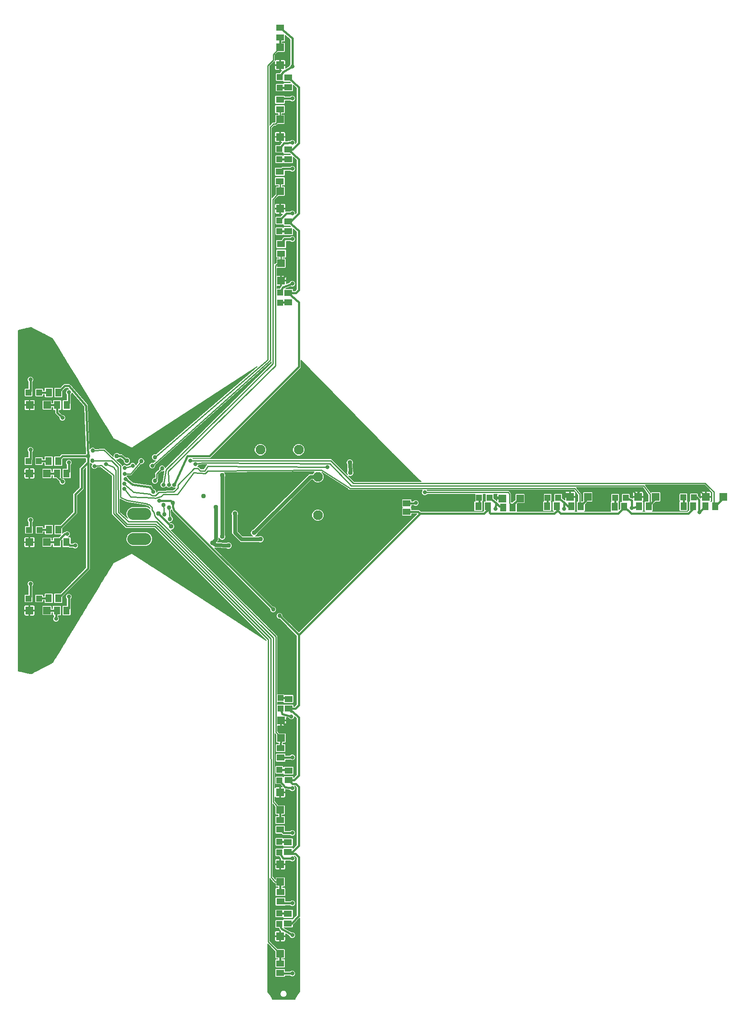
<source format=gbl>
G75*
%MOIN*%
%OFA0B0*%
%FSLAX25Y25*%
%IPPOS*%
%LPD*%
%AMOC8*
5,1,8,0,0,1.08239X$1,22.5*
%
%ADD10C,0.07677*%
%ADD11R,0.05906X0.05118*%
%ADD12R,0.04724X0.04724*%
%ADD13R,0.05906X0.05906*%
%ADD14R,0.05118X0.06299*%
%ADD15R,0.06299X0.05118*%
%ADD16C,0.09370*%
%ADD17C,0.01600*%
%ADD18C,0.03172*%
%ADD19C,0.03762*%
%ADD20C,0.02953*%
%ADD21C,0.01000*%
%ADD22C,0.03369*%
%ADD23C,0.00630*%
%ADD24C,0.04156*%
D10*
X0316315Y0405134D03*
X0316315Y0435134D03*
X0301315Y0456315D03*
X0271315Y0456315D03*
D11*
X0385921Y0414465D03*
X0385921Y0407772D03*
D12*
X0442575Y0418913D03*
X0450843Y0418913D03*
X0496236Y0418913D03*
X0504504Y0418913D03*
X0549071Y0418756D03*
X0557339Y0418756D03*
X0602535Y0419031D03*
X0610803Y0419031D03*
X0286866Y0571315D03*
X0286866Y0579583D03*
X0286079Y0627496D03*
X0286079Y0635764D03*
X0286079Y0683677D03*
X0286079Y0691945D03*
X0286394Y0739898D03*
X0286394Y0748165D03*
X0098047Y0501079D03*
X0089780Y0501079D03*
X0089661Y0447417D03*
X0097929Y0447417D03*
X0098323Y0393598D03*
X0090055Y0393598D03*
X0089819Y0339937D03*
X0098087Y0339937D03*
X0286157Y0205843D03*
X0286157Y0197575D03*
X0286157Y0149425D03*
X0286157Y0141157D03*
X0286157Y0093283D03*
X0286157Y0085016D03*
X0286945Y0253717D03*
X0286945Y0261984D03*
D13*
X0287457Y0244425D03*
X0287457Y0230646D03*
X0286787Y0188126D03*
X0286787Y0174346D03*
X0286906Y0131827D03*
X0286906Y0118047D03*
X0286748Y0075528D03*
X0286748Y0061748D03*
X0104268Y0330528D03*
X0090488Y0330528D03*
X0090488Y0383953D03*
X0104268Y0383953D03*
X0104268Y0437772D03*
X0090488Y0437772D03*
X0090606Y0491315D03*
X0104386Y0491315D03*
X0287535Y0588677D03*
X0287535Y0602457D03*
X0286866Y0644976D03*
X0286866Y0658756D03*
X0286709Y0701276D03*
X0286709Y0715055D03*
X0286827Y0757575D03*
X0286827Y0771354D03*
X0460862Y0418165D03*
X0474642Y0418165D03*
X0513913Y0419465D03*
X0527693Y0419465D03*
X0567063Y0419465D03*
X0580843Y0419465D03*
X0620094Y0419465D03*
X0633874Y0419465D03*
D14*
X0627417Y0412063D03*
X0619937Y0412063D03*
X0610173Y0412181D03*
X0602693Y0412181D03*
X0575331Y0412063D03*
X0567850Y0412063D03*
X0556236Y0411827D03*
X0548756Y0411827D03*
X0522181Y0412063D03*
X0514701Y0412063D03*
X0503283Y0412181D03*
X0495803Y0412181D03*
X0468913Y0411276D03*
X0461433Y0411276D03*
X0449425Y0412102D03*
X0441945Y0412102D03*
X0119543Y0437772D03*
X0112063Y0437772D03*
X0112969Y0447378D03*
X0105488Y0447378D03*
X0112181Y0491315D03*
X0119661Y0491315D03*
X0113087Y0501197D03*
X0105606Y0501197D03*
X0105606Y0393835D03*
X0113087Y0393835D03*
X0112063Y0383953D03*
X0119543Y0383953D03*
X0112969Y0340016D03*
X0105488Y0340016D03*
X0112063Y0330528D03*
X0119543Y0330528D03*
D15*
X0293323Y0261276D03*
X0293323Y0253795D03*
X0287142Y0222772D03*
X0287142Y0215291D03*
X0293323Y0205134D03*
X0293323Y0197654D03*
X0286866Y0166472D03*
X0286866Y0158992D03*
X0292929Y0148992D03*
X0292929Y0141512D03*
X0286984Y0110173D03*
X0286984Y0102693D03*
X0292929Y0093087D03*
X0292929Y0085606D03*
X0286827Y0054268D03*
X0286827Y0046787D03*
X0293087Y0571630D03*
X0293087Y0579110D03*
X0287575Y0609937D03*
X0287575Y0617417D03*
X0293165Y0627575D03*
X0293165Y0635055D03*
X0286591Y0666551D03*
X0286591Y0674031D03*
X0293008Y0683874D03*
X0293008Y0691354D03*
X0286630Y0722929D03*
X0286630Y0730409D03*
X0293008Y0740213D03*
X0293008Y0747693D03*
X0286748Y0779228D03*
X0286748Y0786709D03*
D16*
X0181197Y0406157D02*
X0171827Y0406157D01*
X0171827Y0386472D02*
X0181197Y0386472D01*
D17*
X0191315Y0406315D02*
X0201315Y0396315D01*
X0206315Y0391315D02*
X0206315Y0401315D01*
X0203815Y0408815D02*
X0281315Y0331315D01*
X0286315Y0326315D02*
X0301315Y0311315D01*
X0396315Y0406315D01*
X0394858Y0407772D01*
X0385921Y0407772D01*
X0385921Y0414465D02*
X0392732Y0414465D01*
X0392969Y0414701D01*
X0396315Y0406315D02*
X0446315Y0406315D01*
X0450606Y0410606D01*
X0450606Y0407024D01*
X0451315Y0406315D01*
X0501512Y0406315D01*
X0503992Y0408795D01*
X0503992Y0411472D01*
X0503283Y0412181D01*
X0503283Y0409346D01*
X0506315Y0406315D01*
X0551315Y0406315D01*
X0556236Y0411236D01*
X0556236Y0411827D01*
X0561748Y0406315D01*
X0606315Y0406315D01*
X0610173Y0410173D01*
X0610173Y0412181D01*
X0614858Y0407299D02*
X0615173Y0407299D01*
X0619937Y0412063D01*
X0614858Y0407299D02*
X0614858Y0417142D01*
X0612969Y0419031D01*
X0610803Y0419031D01*
X0602693Y0418874D02*
X0602693Y0412181D01*
X0602693Y0418874D02*
X0602535Y0419031D01*
X0580843Y0419465D02*
X0580843Y0418362D01*
X0575331Y0412063D01*
X0567850Y0412063D02*
X0562299Y0410843D01*
X0562102Y0410843D01*
X0562102Y0416748D01*
X0557339Y0418756D01*
X0549543Y0418283D02*
X0548756Y0411827D01*
X0549543Y0418283D02*
X0549071Y0418756D01*
X0527693Y0418362D02*
X0527693Y0419465D01*
X0527693Y0418362D02*
X0522181Y0412063D01*
X0514701Y0412063D02*
X0512142Y0412063D01*
X0508953Y0415252D01*
X0508953Y0410055D01*
X0508953Y0415252D02*
X0504504Y0418913D01*
X0508717Y0422969D02*
X0512220Y0419465D01*
X0513913Y0419465D01*
X0496236Y0418913D02*
X0496236Y0412181D01*
X0495803Y0412181D01*
X0474642Y0418165D02*
X0468126Y0412831D01*
X0468913Y0411276D01*
X0461433Y0411276D02*
X0458480Y0412063D01*
X0455803Y0414740D01*
X0455409Y0410055D01*
X0455803Y0414740D02*
X0450843Y0418913D01*
X0455567Y0419425D02*
X0459996Y0418638D01*
X0460862Y0418165D01*
X0450606Y0410606D02*
X0449425Y0412102D01*
X0442969Y0412102D02*
X0442575Y0418913D01*
X0442969Y0412102D02*
X0441945Y0412102D01*
X0301315Y0311315D02*
X0301315Y0256315D01*
X0298795Y0253795D01*
X0293323Y0253795D01*
X0295409Y0251315D01*
X0296315Y0251315D01*
X0301315Y0246709D01*
X0301315Y0201315D01*
X0297654Y0197654D01*
X0293323Y0197654D01*
X0296276Y0194701D01*
X0299110Y0194701D01*
X0301315Y0192496D01*
X0301315Y0146315D01*
X0296512Y0141512D01*
X0292929Y0141512D01*
X0294465Y0139976D01*
X0298717Y0139976D01*
X0301315Y0137378D01*
X0301315Y0091315D01*
X0295606Y0085606D01*
X0292929Y0085606D01*
X0287890Y0081315D02*
X0296315Y0076315D01*
X0287890Y0081315D02*
X0286157Y0085016D01*
X0286157Y0093283D02*
X0292732Y0093283D01*
X0292929Y0093087D01*
X0296315Y0101315D02*
X0288362Y0101315D01*
X0286984Y0102693D01*
X0286984Y0110173D02*
X0286906Y0110252D01*
X0286906Y0118047D01*
X0289031Y0136315D02*
X0286157Y0141157D01*
X0289031Y0136315D02*
X0296315Y0136315D01*
X0292929Y0148992D02*
X0292496Y0149425D01*
X0286157Y0149425D01*
X0289543Y0156315D02*
X0296315Y0156315D01*
X0289543Y0156315D02*
X0286866Y0158992D01*
X0286866Y0166472D02*
X0286787Y0166551D01*
X0286787Y0174346D01*
X0290843Y0192102D02*
X0296315Y0191315D01*
X0290843Y0192102D02*
X0286157Y0197575D01*
X0286157Y0205843D02*
X0292614Y0205843D01*
X0293323Y0205134D01*
X0296079Y0215291D02*
X0287142Y0215291D01*
X0287142Y0222772D02*
X0287063Y0222850D01*
X0287457Y0230646D01*
X0296354Y0215567D02*
X0296079Y0215291D01*
X0296315Y0241315D02*
X0290173Y0241315D01*
X0287457Y0244425D01*
X0288441Y0249465D02*
X0295528Y0247496D01*
X0288441Y0249465D02*
X0286945Y0253717D01*
X0286945Y0261984D02*
X0292220Y0261984D01*
X0293323Y0261276D01*
X0286709Y0291315D02*
X0286315Y0311315D01*
X0206315Y0391315D01*
X0203815Y0408815D02*
X0202864Y0411288D01*
X0202733Y0412732D01*
X0202811Y0414701D01*
X0201197Y0416315D01*
X0192102Y0416315D01*
X0187457Y0423362D02*
X0185016Y0426984D01*
X0185016Y0427220D01*
X0171197Y0429189D01*
X0165803Y0433402D01*
X0166738Y0447705D02*
X0162315Y0451315D01*
X0158915Y0451315D01*
X0136315Y0451315D02*
X0136315Y0363362D01*
X0112969Y0340016D01*
X0105488Y0340016D02*
X0098165Y0340016D01*
X0098087Y0339937D01*
X0091315Y0341433D02*
X0091315Y0351315D01*
X0091315Y0341433D02*
X0089819Y0339937D01*
X0104268Y0330528D02*
X0112063Y0330528D01*
X0111315Y0329780D01*
X0111315Y0323953D01*
X0119543Y0330528D02*
X0121315Y0332299D01*
X0121315Y0341315D01*
X0122181Y0381315D02*
X0126315Y0381315D01*
X0122181Y0381315D02*
X0119543Y0383953D01*
X0119976Y0390370D02*
X0118087Y0390370D01*
X0112063Y0383953D01*
X0104268Y0383953D01*
X0105606Y0393835D02*
X0098559Y0393835D01*
X0098323Y0393598D01*
X0091315Y0394858D02*
X0091315Y0401315D01*
X0091315Y0394858D02*
X0090055Y0393598D01*
X0113087Y0393835D02*
X0126315Y0407063D01*
X0126315Y0421315D01*
X0131315Y0426315D01*
X0131315Y0441315D01*
X0136315Y0446315D01*
X0136315Y0451315D01*
X0134740Y0490921D01*
X0121315Y0506315D01*
X0118205Y0506315D01*
X0113087Y0501197D01*
X0105606Y0501197D02*
X0098165Y0501197D01*
X0098047Y0501079D01*
X0091315Y0502614D02*
X0091315Y0511315D01*
X0091315Y0502614D02*
X0089780Y0501079D01*
X0104386Y0491315D02*
X0112181Y0491315D01*
X0112181Y0485449D01*
X0116315Y0481315D01*
X0119661Y0491315D02*
X0121315Y0492969D01*
X0121315Y0501315D01*
X0091315Y0456315D02*
X0091315Y0449071D01*
X0089661Y0447417D01*
X0097929Y0447417D02*
X0105488Y0447417D01*
X0105488Y0447378D01*
X0112969Y0447378D02*
X0112969Y0447969D01*
X0116315Y0451315D01*
X0136315Y0451315D01*
X0121315Y0446315D02*
X0121315Y0439543D01*
X0119543Y0437772D01*
X0116315Y0431315D02*
X0112063Y0435567D01*
X0112063Y0437772D01*
X0104268Y0437772D01*
X0163441Y0395016D02*
X0163441Y0386748D01*
X0161079Y0383992D01*
X0164543Y0407142D02*
X0165961Y0413677D01*
X0203815Y0428815D02*
X0214110Y0451315D01*
X0231315Y0451315D01*
X0301315Y0521315D01*
X0301315Y0571669D01*
X0293087Y0579110D01*
X0299110Y0579110D01*
X0301315Y0581315D01*
X0301315Y0627693D01*
X0293165Y0635055D01*
X0295055Y0635055D01*
X0301315Y0641315D01*
X0301315Y0683835D01*
X0293008Y0691354D01*
X0296354Y0691354D01*
X0301315Y0696315D01*
X0301315Y0740173D01*
X0293008Y0747693D01*
X0289031Y0751984D02*
X0296315Y0756315D01*
X0296315Y0778323D01*
X0286748Y0786709D01*
X0286748Y0779228D02*
X0286748Y0771354D01*
X0286827Y0771354D01*
X0289031Y0751984D02*
X0286394Y0748165D01*
X0286394Y0739898D02*
X0292693Y0739898D01*
X0293008Y0740213D01*
X0296315Y0731315D02*
X0287535Y0731315D01*
X0286630Y0730409D01*
X0289661Y0696315D02*
X0296315Y0696709D01*
X0289661Y0696315D02*
X0286079Y0691945D01*
X0286079Y0683677D02*
X0292811Y0683677D01*
X0293008Y0683874D01*
X0296315Y0676315D02*
X0288874Y0676315D01*
X0286591Y0674031D01*
X0291630Y0641315D02*
X0296315Y0641315D01*
X0291630Y0641315D02*
X0286079Y0635764D01*
X0286079Y0627496D02*
X0293087Y0627496D01*
X0293165Y0627575D01*
X0290173Y0621315D02*
X0296315Y0621315D01*
X0290173Y0621315D02*
X0287575Y0617417D01*
X0294386Y0596315D02*
X0296315Y0596315D01*
X0294386Y0596315D02*
X0287535Y0588677D01*
X0288874Y0583559D02*
X0296315Y0586315D01*
X0288874Y0583559D02*
X0286866Y0579583D01*
X0286394Y0571630D02*
X0293087Y0571630D01*
X0286866Y0571315D02*
X0286394Y0571630D01*
X0299543Y0514543D02*
X0236315Y0451315D01*
X0286748Y0061748D02*
X0286748Y0054346D01*
X0286827Y0054268D01*
X0286827Y0046787D02*
X0287299Y0046315D01*
X0296315Y0046315D01*
X0627417Y0412063D02*
X0633874Y0418520D01*
X0633874Y0419465D01*
D18*
X0615173Y0407299D03*
X0562102Y0410843D03*
X0508953Y0410055D03*
X0455409Y0410055D03*
X0455567Y0419425D03*
X0414858Y0416315D03*
X0400055Y0422969D03*
X0392969Y0414701D03*
X0323677Y0442654D03*
X0220528Y0445016D03*
X0216472Y0447890D03*
X0203815Y0428815D03*
X0199661Y0428874D03*
X0195331Y0428874D03*
X0187457Y0423362D03*
X0192102Y0416315D03*
X0186669Y0443835D03*
X0171315Y0443835D03*
X0165016Y0442142D03*
X0165016Y0437535D03*
X0165803Y0433402D03*
X0164622Y0429661D03*
X0164622Y0425724D03*
X0150579Y0445101D03*
X0141315Y0443559D03*
X0121315Y0446315D03*
X0116315Y0431315D03*
X0091315Y0456315D03*
X0116315Y0481315D03*
X0121315Y0501315D03*
X0091315Y0511315D03*
X0091315Y0401315D03*
X0119976Y0390370D03*
X0126315Y0381315D03*
X0121315Y0341315D03*
X0111315Y0323953D03*
X0091315Y0351315D03*
X0286709Y0291315D03*
X0295528Y0247496D03*
X0296315Y0241315D03*
X0296354Y0215567D03*
X0296315Y0191315D03*
X0296315Y0156315D03*
X0296315Y0136315D03*
X0296315Y0101315D03*
X0296315Y0076315D03*
X0296315Y0046315D03*
X0296315Y0586315D03*
X0296315Y0596315D03*
X0296315Y0621315D03*
X0296315Y0641315D03*
X0296315Y0676315D03*
X0296315Y0696709D03*
X0296315Y0731315D03*
X0296315Y0756315D03*
D19*
X0299543Y0514543D03*
X0341315Y0446315D03*
X0341709Y0438362D03*
X0315882Y0426079D03*
X0271315Y0386315D03*
X0266315Y0391315D03*
X0251315Y0406315D03*
X0236315Y0411315D03*
X0226709Y0420016D03*
X0241315Y0436315D03*
X0236315Y0451315D03*
X0225882Y0443126D03*
X0206315Y0401315D03*
X0201315Y0396315D03*
X0191315Y0406315D03*
X0166738Y0447705D03*
X0158915Y0451315D03*
X0233913Y0383598D03*
X0241394Y0388323D03*
X0246315Y0381315D03*
D20*
X0236591Y0381709D01*
X0233913Y0383598D01*
X0236315Y0386000D01*
X0236315Y0411315D01*
X0251315Y0406315D02*
X0251315Y0391315D01*
X0256315Y0386315D01*
X0271315Y0386315D01*
X0266315Y0391315D02*
X0310528Y0435134D01*
X0316315Y0435134D01*
X0315882Y0426079D02*
X0315882Y0421079D01*
X0306315Y0416315D01*
X0306315Y0401315D01*
X0301315Y0396315D01*
X0301315Y0374425D01*
X0316315Y0361315D01*
X0321315Y0361315D01*
X0341709Y0438362D02*
X0341315Y0446315D01*
X0241394Y0436315D02*
X0241394Y0388323D01*
X0241315Y0436315D02*
X0241394Y0436315D01*
D21*
X0230213Y0439740D02*
X0228008Y0437929D01*
X0219110Y0438323D01*
X0206315Y0421315D01*
X0195528Y0421315D01*
X0193559Y0419740D01*
X0188953Y0418559D01*
X0187457Y0418638D01*
X0169740Y0419425D01*
X0164622Y0425724D01*
X0165016Y0429268D02*
X0172102Y0422969D01*
X0184307Y0421787D01*
X0186669Y0420606D01*
X0189031Y0420606D01*
X0191787Y0422969D01*
X0203362Y0423362D01*
X0206709Y0426315D01*
X0206709Y0428835D01*
X0219346Y0441866D01*
X0222496Y0441866D01*
X0224071Y0439898D01*
X0227614Y0439898D01*
X0229976Y0443441D01*
X0323677Y0442654D01*
X0325646Y0445409D02*
X0342575Y0428087D01*
X0571512Y0428087D01*
X0576315Y0421315D01*
X0576315Y0413835D01*
X0575331Y0412063D01*
X0567063Y0419465D02*
X0567063Y0422772D01*
X0569346Y0425252D01*
X0567063Y0420567D02*
X0561394Y0425528D01*
X0522339Y0425094D01*
X0521315Y0421315D02*
X0517299Y0426118D01*
X0341118Y0426118D01*
X0341118Y0426512D01*
X0319228Y0440528D01*
X0230213Y0439740D01*
X0230764Y0446197D02*
X0225646Y0446197D01*
X0220528Y0445016D01*
X0216472Y0447890D02*
X0326315Y0447890D01*
X0344150Y0430055D01*
X0619543Y0430055D01*
X0622693Y0426906D01*
X0626315Y0423283D01*
X0626315Y0413165D01*
X0627417Y0412063D01*
X0620094Y0419465D02*
X0615921Y0423638D01*
X0615921Y0425331D01*
X0622693Y0426906D02*
X0622890Y0426906D01*
X0567063Y0420567D02*
X0567063Y0419465D01*
X0522181Y0412063D02*
X0521315Y0412142D01*
X0521315Y0421315D01*
X0468126Y0412831D02*
X0466315Y0414642D01*
X0466315Y0421315D01*
X0465449Y0422969D01*
X0400055Y0422969D01*
X0325646Y0445409D02*
X0230764Y0446197D01*
X0199268Y0439504D02*
X0199661Y0428874D01*
X0195331Y0428874D02*
X0197299Y0440685D01*
X0281157Y0523756D01*
X0281157Y0652260D01*
X0286866Y0658756D01*
X0286866Y0666276D01*
X0286591Y0666551D01*
X0279189Y0708795D02*
X0279189Y0526512D01*
X0186669Y0443835D01*
X0188638Y0450528D02*
X0277220Y0526906D01*
X0277220Y0757220D01*
X0281315Y0761315D01*
X0281315Y0765921D01*
X0286748Y0771354D01*
X0286630Y0722929D02*
X0286630Y0715134D01*
X0286709Y0715055D01*
X0282969Y0711315D01*
X0281315Y0711315D01*
X0279189Y0708795D01*
X0287457Y0610331D02*
X0287535Y0602457D01*
X0285606Y0601315D01*
X0283913Y0601315D01*
X0283126Y0599740D01*
X0283126Y0522181D01*
X0199268Y0439504D01*
X0194346Y0441709D02*
X0190016Y0437614D01*
X0190055Y0437575D01*
X0190055Y0433835D01*
X0188244Y0432024D01*
X0188717Y0432063D01*
X0178008Y0447378D02*
X0169740Y0437535D01*
X0165016Y0437535D01*
X0165016Y0442142D02*
X0171315Y0443835D01*
X0161709Y0443913D02*
X0148717Y0456118D01*
X0140055Y0455724D01*
X0139661Y0447850D02*
X0154622Y0447850D01*
X0159740Y0442732D01*
X0160134Y0407299D01*
X0168008Y0400213D01*
X0190055Y0400213D01*
X0281394Y0309268D01*
X0281394Y0180921D01*
X0286787Y0174346D01*
X0279819Y0121866D02*
X0279425Y0308598D01*
X0191315Y0396315D01*
X0191197Y0396315D01*
X0189268Y0398244D01*
X0166827Y0398244D01*
X0158165Y0406906D01*
X0158165Y0440252D01*
X0157102Y0441315D01*
X0156433Y0442890D01*
X0150579Y0445101D01*
X0146709Y0443953D02*
X0156315Y0436315D01*
X0156315Y0406315D01*
X0166315Y0396315D01*
X0188835Y0396315D01*
X0277457Y0307693D01*
X0277457Y0071039D01*
X0286748Y0061748D01*
X0286906Y0118047D02*
X0282850Y0118047D01*
X0279819Y0121866D01*
X0287457Y0230646D02*
X0283362Y0235528D01*
X0283362Y0310055D01*
X0188874Y0404150D01*
X0187693Y0407693D01*
X0186315Y0409071D01*
X0186315Y0411315D01*
X0184031Y0413598D01*
X0182969Y0413598D01*
X0182575Y0413992D01*
X0166906Y0416669D01*
X0161709Y0419110D01*
X0161709Y0443913D01*
X0164622Y0429661D02*
X0165016Y0429268D01*
X0146709Y0443953D02*
X0141315Y0443559D01*
X0195449Y0413087D02*
X0196197Y0405921D01*
X0200429Y0402142D02*
X0199681Y0411217D01*
X0287575Y0609937D02*
X0287457Y0610331D01*
D22*
X0188638Y0450528D03*
X0194346Y0441709D03*
X0188717Y0432063D03*
X0189425Y0427693D03*
X0195449Y0413087D03*
X0199681Y0411217D03*
X0202811Y0414701D03*
X0196197Y0405921D03*
X0200429Y0402142D03*
X0164543Y0407142D03*
X0165961Y0413677D03*
X0163441Y0395016D03*
X0161079Y0383992D03*
X0178008Y0447378D03*
X0139661Y0447850D03*
X0136315Y0451315D03*
X0140055Y0455724D03*
X0281315Y0331315D03*
X0286315Y0326315D03*
X0508717Y0422969D03*
X0522339Y0425094D03*
X0569346Y0425252D03*
X0615921Y0425331D03*
D23*
X0081644Y0549827D02*
X0081644Y0283206D01*
X0081738Y0283186D01*
X0081765Y0283180D01*
X0081765Y0283180D01*
X0081818Y0283168D01*
X0082470Y0283026D01*
X0082471Y0283025D01*
X0082488Y0283021D01*
X0083233Y0282858D01*
X0083233Y0282857D01*
X0084021Y0282685D01*
X0084046Y0282679D01*
X0084046Y0282679D01*
X0084769Y0282521D01*
X0085515Y0282357D01*
X0085515Y0282357D01*
X0086307Y0282183D01*
X0090889Y0281179D01*
X0090890Y0281179D01*
X0091622Y0281018D01*
X0091745Y0280992D01*
X0092288Y0281271D01*
X0092949Y0281612D01*
X0092950Y0281612D01*
X0093848Y0282075D01*
X0093848Y0282075D01*
X0094526Y0282424D01*
X0095009Y0282673D01*
X0097462Y0283936D01*
X0097840Y0284131D01*
X0098317Y0284377D01*
X0098317Y0284378D01*
X0098999Y0284729D01*
X0099652Y0285066D01*
X0099653Y0285065D01*
X0100294Y0285395D01*
X0100551Y0285528D01*
X0100551Y0285528D01*
X0101206Y0285865D01*
X0101887Y0286216D01*
X0101888Y0286216D01*
X0101915Y0286230D01*
X0103901Y0287253D01*
X0103901Y0287253D01*
X0104543Y0287584D01*
X0105020Y0287830D01*
X0105020Y0287831D01*
X0105702Y0288182D01*
X0106355Y0288519D01*
X0106356Y0288519D01*
X0107254Y0288981D01*
X0107254Y0288981D01*
X0107922Y0289325D01*
X0108586Y0289667D01*
X0114006Y0298579D01*
X0116843Y0303244D01*
X0116843Y0303244D01*
X0117225Y0303872D01*
X0117624Y0304528D01*
X0117624Y0304529D01*
X0119903Y0308275D01*
X0120555Y0309347D01*
X0125652Y0317727D01*
X0125757Y0317900D01*
X0125757Y0317900D01*
X0128729Y0322786D01*
X0128729Y0322786D01*
X0129111Y0323414D01*
X0129510Y0324071D01*
X0129510Y0324071D01*
X0131734Y0327727D01*
X0132760Y0329414D01*
X0137224Y0336753D01*
X0137643Y0337442D01*
X0137643Y0337442D01*
X0140614Y0342328D01*
X0140614Y0342328D01*
X0140996Y0342956D01*
X0141395Y0343613D01*
X0141395Y0343613D01*
X0143943Y0347801D01*
X0146557Y0352099D01*
X0146557Y0352099D01*
X0149528Y0356985D01*
X0149528Y0356985D01*
X0149910Y0357612D01*
X0150309Y0358269D01*
X0150309Y0358269D01*
X0152500Y0361870D01*
X0152500Y0361870D01*
X0153082Y0362828D01*
X0153281Y0363155D01*
X0153281Y0363155D01*
X0155749Y0367212D01*
X0155912Y0367722D01*
X0155912Y0367722D01*
X0156127Y0367833D01*
X0156252Y0368039D01*
X0156252Y0368039D01*
X0156252Y0368039D01*
X0156772Y0368166D01*
X0157397Y0368488D01*
X0157547Y0368566D01*
X0157547Y0368567D01*
X0158212Y0368910D01*
X0158881Y0369256D01*
X0158882Y0369256D01*
X0159473Y0369561D01*
X0159701Y0369678D01*
X0159701Y0369678D01*
X0160001Y0369832D01*
X0160001Y0369832D01*
X0160819Y0370254D01*
X0160819Y0370254D01*
X0162307Y0371022D01*
X0163271Y0371519D01*
X0163271Y0371520D01*
X0163962Y0371876D01*
X0164606Y0372209D01*
X0164607Y0372209D01*
X0164907Y0372363D01*
X0164907Y0372363D01*
X0166015Y0372935D01*
X0166243Y0373053D01*
X0166243Y0373053D01*
X0166542Y0373207D01*
X0166542Y0373207D01*
X0167651Y0373779D01*
X0167879Y0373896D01*
X0167879Y0373896D01*
X0168020Y0373969D01*
X0169231Y0374594D01*
X0169375Y0374817D01*
X0169375Y0374817D01*
X0169606Y0374868D01*
X0169875Y0374927D01*
X0170331Y0375162D01*
X0170331Y0375162D01*
X0170331Y0375162D01*
X0170584Y0375081D01*
X0170844Y0375137D01*
X0170844Y0375137D01*
X0170844Y0375137D01*
X0171275Y0374860D01*
X0171763Y0374705D01*
X0171763Y0374704D01*
X0171764Y0374704D01*
X0171885Y0374468D01*
X0172454Y0374103D01*
X0223621Y0341237D01*
X0223628Y0341239D01*
X0224251Y0340832D01*
X0224880Y0340429D01*
X0224880Y0340429D01*
X0224880Y0340429D01*
X0224881Y0340421D01*
X0275789Y0307227D01*
X0275922Y0307227D01*
X0188249Y0394900D01*
X0165729Y0394900D01*
X0155729Y0404900D01*
X0154900Y0405729D01*
X0154900Y0435632D01*
X0146261Y0442501D01*
X0143500Y0442300D01*
X0143435Y0442142D01*
X0142732Y0441439D01*
X0141812Y0441058D01*
X0140818Y0441058D01*
X0139898Y0441439D01*
X0139195Y0442142D01*
X0138814Y0443062D01*
X0138814Y0444056D01*
X0139195Y0444976D01*
X0139470Y0445251D01*
X0139144Y0445251D01*
X0138189Y0445647D01*
X0138030Y0445806D01*
X0138030Y0362652D01*
X0137025Y0361647D01*
X0116443Y0341064D01*
X0116443Y0336487D01*
X0115907Y0335951D01*
X0110030Y0335951D01*
X0109494Y0336487D01*
X0109494Y0343544D01*
X0110030Y0344080D01*
X0114608Y0344080D01*
X0134600Y0364073D01*
X0134600Y0442175D01*
X0133030Y0440605D01*
X0133030Y0425605D01*
X0132025Y0424600D01*
X0132025Y0424600D01*
X0128030Y0420605D01*
X0128030Y0406353D01*
X0116561Y0394883D01*
X0116561Y0391269D01*
X0116855Y0391564D01*
X0117322Y0392062D01*
X0117354Y0392063D01*
X0117376Y0392085D01*
X0118060Y0392085D01*
X0118158Y0392088D01*
X0118560Y0392490D01*
X0119479Y0392871D01*
X0120474Y0392871D01*
X0121393Y0392490D01*
X0122096Y0391787D01*
X0122477Y0390868D01*
X0122477Y0389873D01*
X0122096Y0388953D01*
X0121393Y0388250D01*
X0120831Y0388017D01*
X0122481Y0388017D01*
X0123017Y0387481D01*
X0123017Y0383030D01*
X0124493Y0383030D01*
X0124898Y0383435D01*
X0125818Y0383816D01*
X0126812Y0383816D01*
X0127732Y0383435D01*
X0128435Y0382732D01*
X0128816Y0381812D01*
X0128816Y0380818D01*
X0128435Y0379898D01*
X0127732Y0379195D01*
X0126812Y0378814D01*
X0125818Y0378814D01*
X0124898Y0379195D01*
X0124493Y0379600D01*
X0121471Y0379600D01*
X0121183Y0379888D01*
X0116605Y0379888D01*
X0116069Y0380424D01*
X0116069Y0385715D01*
X0115537Y0385148D01*
X0115537Y0380424D01*
X0115001Y0379888D01*
X0109125Y0379888D01*
X0108589Y0380424D01*
X0108589Y0382238D01*
X0108135Y0382238D01*
X0108135Y0380621D01*
X0107599Y0380085D01*
X0100936Y0380085D01*
X0100400Y0380621D01*
X0100400Y0387284D01*
X0100936Y0387820D01*
X0107599Y0387820D01*
X0108135Y0387284D01*
X0108135Y0385668D01*
X0108589Y0385668D01*
X0108589Y0387481D01*
X0109125Y0388017D01*
X0113526Y0388017D01*
X0115171Y0389770D01*
X0110149Y0389770D01*
X0109613Y0390306D01*
X0109613Y0397363D01*
X0110149Y0397899D01*
X0114726Y0397899D01*
X0124600Y0407773D01*
X0124600Y0422025D01*
X0129600Y0427025D01*
X0129600Y0442025D01*
X0134600Y0447025D01*
X0134600Y0449354D01*
X0134354Y0449600D01*
X0117025Y0449600D01*
X0116443Y0449017D01*
X0116443Y0443849D01*
X0115907Y0443313D01*
X0110030Y0443313D01*
X0109494Y0443849D01*
X0109494Y0450907D01*
X0110030Y0451443D01*
X0114017Y0451443D01*
X0115605Y0453030D01*
X0134354Y0453030D01*
X0134524Y0453200D01*
X0133051Y0490249D01*
X0123816Y0500838D01*
X0123816Y0500818D01*
X0123435Y0499898D01*
X0123030Y0499493D01*
X0123030Y0494949D01*
X0123135Y0494844D01*
X0123135Y0487786D01*
X0122599Y0487250D01*
X0116723Y0487250D01*
X0116187Y0487786D01*
X0116187Y0494844D01*
X0116723Y0495380D01*
X0119600Y0495380D01*
X0119600Y0499493D01*
X0119195Y0499898D01*
X0118814Y0500818D01*
X0118814Y0501812D01*
X0119195Y0502732D01*
X0119898Y0503435D01*
X0120818Y0503816D01*
X0121219Y0503816D01*
X0120535Y0504600D01*
X0118915Y0504600D01*
X0116561Y0502246D01*
X0116561Y0497668D01*
X0116025Y0497132D01*
X0110149Y0497132D01*
X0109613Y0497668D01*
X0109613Y0504725D01*
X0110149Y0505261D01*
X0114726Y0505261D01*
X0116490Y0507025D01*
X0117494Y0508030D01*
X0120672Y0508030D01*
X0120723Y0508074D01*
X0121373Y0508030D01*
X0122025Y0508030D01*
X0122073Y0507982D01*
X0122141Y0507978D01*
X0122569Y0507486D01*
X0123030Y0507025D01*
X0123030Y0506958D01*
X0135972Y0492118D01*
X0136426Y0491699D01*
X0136430Y0491593D01*
X0136500Y0491513D01*
X0136457Y0490897D01*
X0137802Y0457077D01*
X0137852Y0457197D01*
X0138583Y0457928D01*
X0139538Y0458324D01*
X0140572Y0458324D01*
X0141527Y0457928D01*
X0142216Y0457239D01*
X0148079Y0457506D01*
X0148087Y0457514D01*
X0148663Y0457532D01*
X0149238Y0457558D01*
X0149246Y0457550D01*
X0149258Y0457551D01*
X0149678Y0457156D01*
X0150103Y0456768D01*
X0150104Y0456756D01*
X0156119Y0451106D01*
X0156119Y0451871D01*
X0156545Y0452899D01*
X0157331Y0453685D01*
X0158359Y0454111D01*
X0159471Y0454111D01*
X0160499Y0453685D01*
X0161154Y0453030D01*
X0162228Y0453030D01*
X0162849Y0453093D01*
X0162926Y0453030D01*
X0163025Y0453030D01*
X0163466Y0452589D01*
X0166077Y0450458D01*
X0166182Y0450501D01*
X0167294Y0450501D01*
X0168322Y0450075D01*
X0169108Y0449289D01*
X0169534Y0448261D01*
X0169534Y0447149D01*
X0169108Y0446121D01*
X0168322Y0445334D01*
X0167294Y0444909D01*
X0166182Y0444909D01*
X0165154Y0445334D01*
X0164367Y0446121D01*
X0163942Y0447149D01*
X0163942Y0447773D01*
X0161704Y0449600D01*
X0161154Y0449600D01*
X0160499Y0448945D01*
X0159471Y0448519D01*
X0158873Y0448519D01*
X0162269Y0445328D01*
X0162295Y0445328D01*
X0162694Y0444930D01*
X0163105Y0444543D01*
X0163105Y0444518D01*
X0163124Y0444499D01*
X0163124Y0443936D01*
X0163128Y0443791D01*
X0163599Y0444262D01*
X0164518Y0444643D01*
X0165513Y0444643D01*
X0166432Y0444262D01*
X0166648Y0444046D01*
X0168952Y0444665D01*
X0169195Y0445251D01*
X0169898Y0445955D01*
X0170818Y0446335D01*
X0171812Y0446335D01*
X0172732Y0445955D01*
X0173435Y0445251D01*
X0173745Y0444503D01*
X0175513Y0446608D01*
X0175409Y0446861D01*
X0175409Y0447895D01*
X0175804Y0448850D01*
X0176536Y0449581D01*
X0177491Y0449977D01*
X0178525Y0449977D01*
X0179480Y0449581D01*
X0180211Y0448850D01*
X0180607Y0447895D01*
X0180607Y0446861D01*
X0180211Y0445906D01*
X0179480Y0445174D01*
X0178525Y0444779D01*
X0177672Y0444779D01*
X0171155Y0437020D01*
X0171155Y0436949D01*
X0170784Y0436578D01*
X0170447Y0436177D01*
X0170376Y0436170D01*
X0170326Y0436120D01*
X0169802Y0436120D01*
X0169279Y0436075D01*
X0169225Y0436120D01*
X0167136Y0436120D01*
X0167136Y0436119D01*
X0166738Y0435721D01*
X0167220Y0435522D01*
X0167923Y0434818D01*
X0168304Y0433899D01*
X0168304Y0433624D01*
X0171892Y0430822D01*
X0185137Y0428935D01*
X0185726Y0428935D01*
X0185824Y0428838D01*
X0185961Y0428818D01*
X0186314Y0428347D01*
X0186731Y0427931D01*
X0186731Y0427792D01*
X0186814Y0427682D01*
X0186779Y0427437D01*
X0187839Y0425863D01*
X0187954Y0425863D01*
X0188873Y0425482D01*
X0189577Y0424779D01*
X0189957Y0423860D01*
X0189957Y0423264D01*
X0190807Y0423992D01*
X0191154Y0424363D01*
X0191243Y0424366D01*
X0191312Y0424424D01*
X0191818Y0424385D01*
X0202807Y0424759D01*
X0204796Y0426515D01*
X0204312Y0426314D01*
X0203318Y0426314D01*
X0202398Y0426695D01*
X0201709Y0427385D01*
X0201078Y0426754D01*
X0200159Y0426373D01*
X0199164Y0426373D01*
X0198245Y0426754D01*
X0197541Y0427457D01*
X0197496Y0427567D01*
X0197451Y0427457D01*
X0196747Y0426754D01*
X0195828Y0426373D01*
X0194833Y0426373D01*
X0193914Y0426754D01*
X0193211Y0427457D01*
X0192830Y0428377D01*
X0192830Y0429371D01*
X0193211Y0430291D01*
X0193914Y0430994D01*
X0194274Y0431143D01*
X0195657Y0439438D01*
X0194863Y0439109D01*
X0193829Y0439109D01*
X0193709Y0439159D01*
X0191470Y0437042D01*
X0191470Y0433249D01*
X0191165Y0432944D01*
X0191316Y0432580D01*
X0191316Y0431546D01*
X0190920Y0430591D01*
X0190189Y0429859D01*
X0189234Y0429464D01*
X0188200Y0429464D01*
X0187244Y0429859D01*
X0186513Y0430591D01*
X0186117Y0431546D01*
X0186117Y0432580D01*
X0186513Y0433535D01*
X0187244Y0434266D01*
X0188200Y0434662D01*
X0188640Y0434662D01*
X0188640Y0436989D01*
X0188601Y0437028D01*
X0188601Y0437051D01*
X0188585Y0437068D01*
X0188601Y0437634D01*
X0188601Y0438200D01*
X0188617Y0438217D01*
X0188618Y0438240D01*
X0189029Y0438629D01*
X0189430Y0439029D01*
X0189453Y0439029D01*
X0191747Y0441198D01*
X0191747Y0442226D01*
X0192143Y0443181D01*
X0192874Y0443912D01*
X0193829Y0444308D01*
X0194863Y0444308D01*
X0195819Y0443912D01*
X0196550Y0443181D01*
X0196916Y0442297D01*
X0279743Y0524346D01*
X0279743Y0525097D01*
X0279729Y0525097D01*
X0189170Y0444172D01*
X0189170Y0443337D01*
X0188789Y0442418D01*
X0188086Y0441715D01*
X0187167Y0441334D01*
X0186172Y0441334D01*
X0185253Y0441715D01*
X0184549Y0442418D01*
X0184169Y0443337D01*
X0184169Y0444332D01*
X0184549Y0445251D01*
X0185253Y0445955D01*
X0186172Y0446335D01*
X0187167Y0446335D01*
X0187288Y0446285D01*
X0189127Y0447928D01*
X0188121Y0447928D01*
X0187165Y0448324D01*
X0186434Y0449055D01*
X0186039Y0450011D01*
X0186039Y0451045D01*
X0186434Y0452000D01*
X0187165Y0452731D01*
X0188121Y0453127D01*
X0189155Y0453127D01*
X0189378Y0453034D01*
X0268853Y0521559D01*
X0171890Y0458612D01*
X0171767Y0458374D01*
X0171767Y0458373D01*
X0171766Y0458373D01*
X0171281Y0458217D01*
X0170853Y0457939D01*
X0170591Y0457995D01*
X0170336Y0457913D01*
X0170335Y0457913D01*
X0170335Y0457913D01*
X0169881Y0458146D01*
X0169382Y0458252D01*
X0169237Y0458476D01*
X0166370Y0459946D01*
X0166248Y0460009D01*
X0166248Y0460009D01*
X0164913Y0460693D01*
X0164611Y0460847D01*
X0164610Y0460847D01*
X0163938Y0461192D01*
X0163274Y0461533D01*
X0163274Y0461534D01*
X0163125Y0461610D01*
X0160524Y0462944D01*
X0160524Y0462944D01*
X0159849Y0463290D01*
X0159706Y0463363D01*
X0159706Y0463363D01*
X0158070Y0464202D01*
X0158069Y0464201D01*
X0157396Y0464547D01*
X0156771Y0464867D01*
X0156252Y0464994D01*
X0156128Y0465198D01*
X0155915Y0465307D01*
X0155915Y0465308D01*
X0155914Y0465308D01*
X0155750Y0465820D01*
X0152787Y0470693D01*
X0150309Y0474770D01*
X0150309Y0474770D01*
X0149890Y0475460D01*
X0149528Y0476054D01*
X0149528Y0476054D01*
X0148208Y0478225D01*
X0130494Y0507367D01*
X0129509Y0508986D01*
X0129509Y0508986D01*
X0129122Y0509624D01*
X0128728Y0510271D01*
X0128729Y0510271D01*
X0128307Y0510965D01*
X0119903Y0524789D01*
X0119815Y0524935D01*
X0119815Y0524935D01*
X0117624Y0528538D01*
X0117624Y0528538D01*
X0117253Y0529147D01*
X0116843Y0529822D01*
X0116843Y0529822D01*
X0113063Y0536041D01*
X0108586Y0543406D01*
X0107929Y0543743D01*
X0107256Y0544088D01*
X0107256Y0544089D01*
X0106360Y0544548D01*
X0106360Y0544548D01*
X0105694Y0544889D01*
X0105242Y0545121D01*
X0105242Y0545121D01*
X0105140Y0545173D01*
X0105022Y0545234D01*
X0105022Y0545234D01*
X0104562Y0545470D01*
X0103904Y0545807D01*
X0103904Y0545807D01*
X0103902Y0545808D01*
X0103098Y0546221D01*
X0103009Y0546266D01*
X0103008Y0546266D01*
X0102326Y0546616D01*
X0101890Y0546840D01*
X0101890Y0546839D01*
X0101763Y0546905D01*
X0101671Y0546952D01*
X0101671Y0546952D01*
X0101226Y0547180D01*
X0100553Y0547525D01*
X0100553Y0547526D01*
X0100112Y0547752D01*
X0097422Y0549131D01*
X0097422Y0549131D01*
X0096743Y0549479D01*
X0096085Y0549817D01*
X0096084Y0549817D01*
X0094191Y0550788D01*
X0094071Y0550850D01*
X0094070Y0550849D01*
X0093413Y0551187D01*
X0092733Y0551535D01*
X0092733Y0551536D01*
X0092420Y0551696D01*
X0091747Y0552041D01*
X0091598Y0552008D01*
X0091598Y0552008D01*
X0090856Y0551845D01*
X0090836Y0551841D01*
X0090836Y0551841D01*
X0090275Y0551718D01*
X0090130Y0551686D01*
X0090129Y0551686D01*
X0090111Y0551682D01*
X0089368Y0551519D01*
X0089368Y0551520D01*
X0089342Y0551514D01*
X0088608Y0551353D01*
X0088608Y0551353D01*
X0087035Y0551008D01*
X0087035Y0551008D01*
X0086305Y0550848D01*
X0085515Y0550675D01*
X0085515Y0550675D01*
X0084771Y0550512D01*
X0084753Y0550508D01*
X0084753Y0550507D01*
X0084178Y0550382D01*
X0084046Y0550353D01*
X0084046Y0550353D01*
X0084018Y0550347D01*
X0083285Y0550186D01*
X0083285Y0550186D01*
X0083251Y0550179D01*
X0081644Y0549827D01*
X0081644Y0549387D02*
X0096922Y0549387D01*
X0095697Y0550016D02*
X0082506Y0550016D01*
X0081644Y0548759D02*
X0098148Y0548759D01*
X0099373Y0548131D02*
X0081644Y0548131D01*
X0081644Y0547502D02*
X0100598Y0547502D01*
X0101824Y0546874D02*
X0081644Y0546874D01*
X0081644Y0546245D02*
X0103050Y0546245D01*
X0104275Y0545617D02*
X0081644Y0545617D01*
X0081644Y0544988D02*
X0105501Y0544988D01*
X0106727Y0544360D02*
X0081644Y0544360D01*
X0081644Y0543731D02*
X0107952Y0543731D01*
X0108770Y0543103D02*
X0081644Y0543103D01*
X0081644Y0542475D02*
X0109152Y0542475D01*
X0109534Y0541846D02*
X0081644Y0541846D01*
X0081644Y0541218D02*
X0109916Y0541218D01*
X0110298Y0540589D02*
X0081644Y0540589D01*
X0081644Y0539961D02*
X0110680Y0539961D01*
X0111062Y0539332D02*
X0081644Y0539332D01*
X0081644Y0538704D02*
X0111444Y0538704D01*
X0111827Y0538076D02*
X0081644Y0538076D01*
X0081644Y0537447D02*
X0112209Y0537447D01*
X0112591Y0536819D02*
X0081644Y0536819D01*
X0081644Y0536190D02*
X0112973Y0536190D01*
X0113355Y0535562D02*
X0081644Y0535562D01*
X0081644Y0534933D02*
X0113736Y0534933D01*
X0114118Y0534305D02*
X0081644Y0534305D01*
X0081644Y0533677D02*
X0114500Y0533677D01*
X0114882Y0533048D02*
X0081644Y0533048D01*
X0081644Y0532420D02*
X0115264Y0532420D01*
X0115646Y0531791D02*
X0081644Y0531791D01*
X0081644Y0531163D02*
X0116028Y0531163D01*
X0116410Y0530534D02*
X0081644Y0530534D01*
X0081644Y0529906D02*
X0116792Y0529906D01*
X0117174Y0529278D02*
X0081644Y0529278D01*
X0081644Y0528649D02*
X0117556Y0528649D01*
X0117938Y0528021D02*
X0081644Y0528021D01*
X0081644Y0527392D02*
X0118320Y0527392D01*
X0118702Y0526764D02*
X0081644Y0526764D01*
X0081644Y0526135D02*
X0119085Y0526135D01*
X0119467Y0525507D02*
X0081644Y0525507D01*
X0081644Y0524879D02*
X0119849Y0524879D01*
X0120231Y0524250D02*
X0081644Y0524250D01*
X0081644Y0523622D02*
X0120613Y0523622D01*
X0120995Y0522993D02*
X0081644Y0522993D01*
X0081644Y0522365D02*
X0121377Y0522365D01*
X0121759Y0521736D02*
X0081644Y0521736D01*
X0081644Y0521108D02*
X0122141Y0521108D01*
X0122523Y0520479D02*
X0081644Y0520479D01*
X0081644Y0519851D02*
X0122905Y0519851D01*
X0123287Y0519223D02*
X0081644Y0519223D01*
X0081644Y0518594D02*
X0123669Y0518594D01*
X0124051Y0517966D02*
X0081644Y0517966D01*
X0081644Y0517337D02*
X0124433Y0517337D01*
X0124815Y0516709D02*
X0081644Y0516709D01*
X0081644Y0516080D02*
X0125197Y0516080D01*
X0125579Y0515452D02*
X0081644Y0515452D01*
X0081644Y0514824D02*
X0125961Y0514824D01*
X0126343Y0514195D02*
X0081644Y0514195D01*
X0081644Y0513567D02*
X0090216Y0513567D01*
X0089898Y0513435D02*
X0089195Y0512732D01*
X0088814Y0511812D01*
X0088814Y0510818D01*
X0089195Y0509898D01*
X0089600Y0509493D01*
X0089600Y0504356D01*
X0087038Y0504356D01*
X0086502Y0503820D01*
X0086502Y0498338D01*
X0087038Y0497802D01*
X0092521Y0497802D01*
X0093057Y0498338D01*
X0093057Y0503820D01*
X0093030Y0503847D01*
X0093030Y0509493D01*
X0093435Y0509898D01*
X0093816Y0510818D01*
X0093816Y0511812D01*
X0093435Y0512732D01*
X0092732Y0513435D01*
X0091812Y0513816D01*
X0090818Y0513816D01*
X0089898Y0513435D01*
X0089402Y0512938D02*
X0081644Y0512938D01*
X0081644Y0512310D02*
X0089020Y0512310D01*
X0088814Y0511681D02*
X0081644Y0511681D01*
X0081644Y0511053D02*
X0088814Y0511053D01*
X0088977Y0510425D02*
X0081644Y0510425D01*
X0081644Y0509796D02*
X0089297Y0509796D01*
X0089600Y0509168D02*
X0081644Y0509168D01*
X0081644Y0508539D02*
X0089600Y0508539D01*
X0089600Y0507911D02*
X0081644Y0507911D01*
X0081644Y0507282D02*
X0089600Y0507282D01*
X0089600Y0506654D02*
X0081644Y0506654D01*
X0081644Y0506026D02*
X0089600Y0506026D01*
X0089600Y0505397D02*
X0081644Y0505397D01*
X0081644Y0504769D02*
X0089600Y0504769D01*
X0086823Y0504140D02*
X0081644Y0504140D01*
X0081644Y0503512D02*
X0086502Y0503512D01*
X0086502Y0502883D02*
X0081644Y0502883D01*
X0081644Y0502255D02*
X0086502Y0502255D01*
X0086502Y0501627D02*
X0081644Y0501627D01*
X0081644Y0500998D02*
X0086502Y0500998D01*
X0086502Y0500370D02*
X0081644Y0500370D01*
X0081644Y0499741D02*
X0086502Y0499741D01*
X0086502Y0499113D02*
X0081644Y0499113D01*
X0081644Y0498484D02*
X0086502Y0498484D01*
X0086984Y0497856D02*
X0081644Y0497856D01*
X0081644Y0497227D02*
X0102573Y0497227D01*
X0102668Y0497132D02*
X0108544Y0497132D01*
X0109080Y0497668D01*
X0109080Y0504725D01*
X0108544Y0505261D01*
X0102668Y0505261D01*
X0102132Y0504725D01*
X0102132Y0502912D01*
X0101324Y0502912D01*
X0101324Y0503820D01*
X0100788Y0504356D01*
X0095306Y0504356D01*
X0094770Y0503820D01*
X0094770Y0498338D01*
X0095306Y0497802D01*
X0100788Y0497802D01*
X0101324Y0498338D01*
X0101324Y0499482D01*
X0102132Y0499482D01*
X0102132Y0497668D01*
X0102668Y0497132D01*
X0102132Y0497856D02*
X0100843Y0497856D01*
X0101324Y0498484D02*
X0102132Y0498484D01*
X0102132Y0499113D02*
X0101324Y0499113D01*
X0101054Y0495183D02*
X0100518Y0494647D01*
X0100518Y0487983D01*
X0101054Y0487447D01*
X0107718Y0487447D01*
X0108254Y0487983D01*
X0108254Y0489600D01*
X0108707Y0489600D01*
X0108707Y0487786D01*
X0109243Y0487250D01*
X0110466Y0487250D01*
X0110466Y0484738D01*
X0111471Y0483734D01*
X0113814Y0481390D01*
X0113814Y0480818D01*
X0114195Y0479898D01*
X0114898Y0479195D01*
X0115818Y0478814D01*
X0116812Y0478814D01*
X0117732Y0479195D01*
X0118435Y0479898D01*
X0118816Y0480818D01*
X0118816Y0481812D01*
X0118435Y0482732D01*
X0117732Y0483435D01*
X0116812Y0483816D01*
X0116239Y0483816D01*
X0113896Y0486159D01*
X0113896Y0487250D01*
X0115119Y0487250D01*
X0115655Y0487786D01*
X0115655Y0494844D01*
X0115119Y0495380D01*
X0109243Y0495380D01*
X0108707Y0494844D01*
X0108707Y0493030D01*
X0108254Y0493030D01*
X0108254Y0494647D01*
X0107718Y0495183D01*
X0101054Y0495183D01*
X0100585Y0494714D02*
X0094801Y0494714D01*
X0094784Y0494775D02*
X0094611Y0495075D01*
X0094366Y0495320D01*
X0094067Y0495493D01*
X0093732Y0495583D01*
X0090921Y0495583D01*
X0090921Y0491630D01*
X0090291Y0491630D01*
X0090291Y0491000D01*
X0086339Y0491000D01*
X0086339Y0488189D01*
X0086428Y0487855D01*
X0086601Y0487555D01*
X0086846Y0487310D01*
X0087146Y0487137D01*
X0087480Y0487047D01*
X0090291Y0487047D01*
X0090291Y0491000D01*
X0090921Y0491000D01*
X0090921Y0487047D01*
X0093732Y0487047D01*
X0094067Y0487137D01*
X0094366Y0487310D01*
X0094611Y0487555D01*
X0094784Y0487855D01*
X0094874Y0488189D01*
X0094874Y0491000D01*
X0090921Y0491000D01*
X0090921Y0491630D01*
X0094874Y0491630D01*
X0094874Y0494441D01*
X0094784Y0494775D01*
X0094874Y0494085D02*
X0100518Y0494085D01*
X0100518Y0493457D02*
X0094874Y0493457D01*
X0094874Y0492828D02*
X0100518Y0492828D01*
X0100518Y0492200D02*
X0094874Y0492200D01*
X0094874Y0490943D02*
X0100518Y0490943D01*
X0100518Y0490315D02*
X0094874Y0490315D01*
X0094874Y0489686D02*
X0100518Y0489686D01*
X0100518Y0489058D02*
X0094874Y0489058D01*
X0094874Y0488429D02*
X0100518Y0488429D01*
X0100700Y0487801D02*
X0094753Y0487801D01*
X0094128Y0487173D02*
X0110466Y0487173D01*
X0110466Y0486544D02*
X0081644Y0486544D01*
X0081644Y0485916D02*
X0110466Y0485916D01*
X0110466Y0485287D02*
X0081644Y0485287D01*
X0081644Y0484659D02*
X0110546Y0484659D01*
X0111174Y0484030D02*
X0081644Y0484030D01*
X0081644Y0483402D02*
X0111803Y0483402D01*
X0112431Y0482774D02*
X0081644Y0482774D01*
X0081644Y0482145D02*
X0113059Y0482145D01*
X0113688Y0481517D02*
X0081644Y0481517D01*
X0081644Y0480888D02*
X0113814Y0480888D01*
X0114045Y0480260D02*
X0081644Y0480260D01*
X0081644Y0479631D02*
X0114462Y0479631D01*
X0115362Y0479003D02*
X0081644Y0479003D01*
X0081644Y0478375D02*
X0133523Y0478375D01*
X0133498Y0479003D02*
X0117268Y0479003D01*
X0118168Y0479631D02*
X0133473Y0479631D01*
X0133448Y0480260D02*
X0118585Y0480260D01*
X0118816Y0480888D02*
X0133423Y0480888D01*
X0133398Y0481517D02*
X0118816Y0481517D01*
X0118678Y0482145D02*
X0133373Y0482145D01*
X0133348Y0482774D02*
X0118393Y0482774D01*
X0117765Y0483402D02*
X0133323Y0483402D01*
X0133298Y0484030D02*
X0116025Y0484030D01*
X0115396Y0484659D02*
X0133273Y0484659D01*
X0133248Y0485287D02*
X0114768Y0485287D01*
X0114140Y0485916D02*
X0133223Y0485916D01*
X0133198Y0486544D02*
X0113896Y0486544D01*
X0113896Y0487173D02*
X0133173Y0487173D01*
X0133148Y0487801D02*
X0123135Y0487801D01*
X0123135Y0488429D02*
X0133123Y0488429D01*
X0133098Y0489058D02*
X0123135Y0489058D01*
X0123135Y0489686D02*
X0133073Y0489686D01*
X0132994Y0490315D02*
X0123135Y0490315D01*
X0123135Y0490943D02*
X0132446Y0490943D01*
X0131897Y0491572D02*
X0123135Y0491572D01*
X0123135Y0492200D02*
X0131349Y0492200D01*
X0130801Y0492828D02*
X0123135Y0492828D01*
X0123135Y0493457D02*
X0130253Y0493457D01*
X0129705Y0494085D02*
X0123135Y0494085D01*
X0123135Y0494714D02*
X0129157Y0494714D01*
X0128609Y0495342D02*
X0123030Y0495342D01*
X0123030Y0495971D02*
X0128061Y0495971D01*
X0127513Y0496599D02*
X0123030Y0496599D01*
X0123030Y0497227D02*
X0126965Y0497227D01*
X0126417Y0497856D02*
X0123030Y0497856D01*
X0123030Y0498484D02*
X0125869Y0498484D01*
X0125321Y0499113D02*
X0123030Y0499113D01*
X0123278Y0499741D02*
X0124773Y0499741D01*
X0124224Y0500370D02*
X0123630Y0500370D01*
X0126583Y0502883D02*
X0133219Y0502883D01*
X0133601Y0502255D02*
X0127131Y0502255D01*
X0127679Y0501627D02*
X0133983Y0501627D01*
X0134365Y0500998D02*
X0128227Y0500998D01*
X0128776Y0500370D02*
X0134747Y0500370D01*
X0135129Y0499741D02*
X0129324Y0499741D01*
X0129872Y0499113D02*
X0135511Y0499113D01*
X0135893Y0498484D02*
X0130420Y0498484D01*
X0130968Y0497856D02*
X0136275Y0497856D01*
X0136657Y0497227D02*
X0131516Y0497227D01*
X0132064Y0496599D02*
X0137039Y0496599D01*
X0137421Y0495971D02*
X0132612Y0495971D01*
X0133160Y0495342D02*
X0137803Y0495342D01*
X0138185Y0494714D02*
X0133708Y0494714D01*
X0134256Y0494085D02*
X0138567Y0494085D01*
X0138949Y0493457D02*
X0134804Y0493457D01*
X0135352Y0492828D02*
X0139332Y0492828D01*
X0139714Y0492200D02*
X0135900Y0492200D01*
X0136449Y0491572D02*
X0140096Y0491572D01*
X0140478Y0490943D02*
X0136461Y0490943D01*
X0136481Y0490315D02*
X0140860Y0490315D01*
X0141242Y0489686D02*
X0136506Y0489686D01*
X0136531Y0489058D02*
X0141624Y0489058D01*
X0142006Y0488429D02*
X0136556Y0488429D01*
X0136581Y0487801D02*
X0142388Y0487801D01*
X0142770Y0487173D02*
X0136606Y0487173D01*
X0136630Y0486544D02*
X0143152Y0486544D01*
X0143534Y0485916D02*
X0136655Y0485916D01*
X0136680Y0485287D02*
X0143916Y0485287D01*
X0144298Y0484659D02*
X0136705Y0484659D01*
X0136730Y0484030D02*
X0144680Y0484030D01*
X0145062Y0483402D02*
X0136755Y0483402D01*
X0136780Y0482774D02*
X0145444Y0482774D01*
X0145826Y0482145D02*
X0136805Y0482145D01*
X0136830Y0481517D02*
X0146208Y0481517D01*
X0146590Y0480888D02*
X0136855Y0480888D01*
X0136880Y0480260D02*
X0146972Y0480260D01*
X0147354Y0479631D02*
X0136905Y0479631D01*
X0136930Y0479003D02*
X0147736Y0479003D01*
X0148118Y0478375D02*
X0136955Y0478375D01*
X0136980Y0477746D02*
X0148500Y0477746D01*
X0148882Y0477118D02*
X0137005Y0477118D01*
X0137030Y0476489D02*
X0149264Y0476489D01*
X0149646Y0475861D02*
X0137055Y0475861D01*
X0137080Y0475232D02*
X0150028Y0475232D01*
X0150410Y0474604D02*
X0137105Y0474604D01*
X0137130Y0473975D02*
X0150792Y0473975D01*
X0151174Y0473347D02*
X0137155Y0473347D01*
X0137180Y0472719D02*
X0151556Y0472719D01*
X0151938Y0472090D02*
X0137205Y0472090D01*
X0137230Y0471462D02*
X0152320Y0471462D01*
X0152702Y0470833D02*
X0137255Y0470833D01*
X0137280Y0470205D02*
X0153084Y0470205D01*
X0153466Y0469576D02*
X0137305Y0469576D01*
X0137330Y0468948D02*
X0153848Y0468948D01*
X0154230Y0468320D02*
X0137355Y0468320D01*
X0137380Y0467691D02*
X0154612Y0467691D01*
X0154994Y0467063D02*
X0137405Y0467063D01*
X0137430Y0466434D02*
X0155376Y0466434D01*
X0155754Y0465806D02*
X0137455Y0465806D01*
X0137480Y0465177D02*
X0156140Y0465177D01*
X0157392Y0464549D02*
X0137505Y0464549D01*
X0137530Y0463921D02*
X0158618Y0463921D01*
X0159845Y0463292D02*
X0137555Y0463292D01*
X0137580Y0462664D02*
X0161070Y0462664D01*
X0162296Y0462035D02*
X0137605Y0462035D01*
X0137630Y0461407D02*
X0163520Y0461407D01*
X0164746Y0460778D02*
X0137655Y0460778D01*
X0137680Y0460150D02*
X0165972Y0460150D01*
X0167198Y0459522D02*
X0137705Y0459522D01*
X0137730Y0458893D02*
X0168424Y0458893D01*
X0169374Y0458265D02*
X0140714Y0458265D01*
X0141819Y0457636D02*
X0194716Y0457636D01*
X0195444Y0458265D02*
X0171430Y0458265D01*
X0172323Y0458893D02*
X0196173Y0458893D01*
X0196902Y0459522D02*
X0173291Y0459522D01*
X0174259Y0460150D02*
X0197631Y0460150D01*
X0198360Y0460778D02*
X0175227Y0460778D01*
X0176195Y0461407D02*
X0199089Y0461407D01*
X0199818Y0462035D02*
X0177163Y0462035D01*
X0178131Y0462664D02*
X0200546Y0462664D01*
X0201275Y0463292D02*
X0179099Y0463292D01*
X0180067Y0463921D02*
X0202004Y0463921D01*
X0202733Y0464549D02*
X0181035Y0464549D01*
X0182003Y0465177D02*
X0203462Y0465177D01*
X0204191Y0465806D02*
X0182971Y0465806D01*
X0183939Y0466434D02*
X0204920Y0466434D01*
X0205648Y0467063D02*
X0184907Y0467063D01*
X0185875Y0467691D02*
X0206377Y0467691D01*
X0207106Y0468320D02*
X0186843Y0468320D01*
X0187811Y0468948D02*
X0207835Y0468948D01*
X0208564Y0469576D02*
X0188779Y0469576D01*
X0189747Y0470205D02*
X0209293Y0470205D01*
X0210021Y0470833D02*
X0190715Y0470833D01*
X0191683Y0471462D02*
X0210750Y0471462D01*
X0211479Y0472090D02*
X0192651Y0472090D01*
X0193619Y0472719D02*
X0212208Y0472719D01*
X0212937Y0473347D02*
X0194587Y0473347D01*
X0195556Y0473975D02*
X0213666Y0473975D01*
X0214395Y0474604D02*
X0196524Y0474604D01*
X0197492Y0475232D02*
X0215123Y0475232D01*
X0215852Y0475861D02*
X0198460Y0475861D01*
X0199428Y0476489D02*
X0216581Y0476489D01*
X0217310Y0477118D02*
X0200396Y0477118D01*
X0201364Y0477746D02*
X0218039Y0477746D01*
X0218768Y0478375D02*
X0202332Y0478375D01*
X0203300Y0479003D02*
X0219497Y0479003D01*
X0220225Y0479631D02*
X0204268Y0479631D01*
X0205236Y0480260D02*
X0220954Y0480260D01*
X0221683Y0480888D02*
X0206204Y0480888D01*
X0207172Y0481517D02*
X0222412Y0481517D01*
X0223141Y0482145D02*
X0208140Y0482145D01*
X0209108Y0482774D02*
X0223870Y0482774D01*
X0224599Y0483402D02*
X0210076Y0483402D01*
X0211044Y0484030D02*
X0225327Y0484030D01*
X0226056Y0484659D02*
X0212012Y0484659D01*
X0212980Y0485287D02*
X0226785Y0485287D01*
X0227514Y0485916D02*
X0213948Y0485916D01*
X0214916Y0486544D02*
X0228243Y0486544D01*
X0228972Y0487173D02*
X0215884Y0487173D01*
X0216852Y0487801D02*
X0229700Y0487801D01*
X0230429Y0488429D02*
X0217820Y0488429D01*
X0218788Y0489058D02*
X0231158Y0489058D01*
X0231887Y0489686D02*
X0219756Y0489686D01*
X0220724Y0490315D02*
X0232616Y0490315D01*
X0233345Y0490943D02*
X0221692Y0490943D01*
X0222660Y0491572D02*
X0234074Y0491572D01*
X0234802Y0492200D02*
X0223628Y0492200D01*
X0224596Y0492828D02*
X0235531Y0492828D01*
X0236260Y0493457D02*
X0225564Y0493457D01*
X0226532Y0494085D02*
X0236989Y0494085D01*
X0237718Y0494714D02*
X0227501Y0494714D01*
X0228469Y0495342D02*
X0238447Y0495342D01*
X0239176Y0495971D02*
X0229437Y0495971D01*
X0230405Y0496599D02*
X0239904Y0496599D01*
X0240633Y0497227D02*
X0231373Y0497227D01*
X0232341Y0497856D02*
X0241362Y0497856D01*
X0242091Y0498484D02*
X0233309Y0498484D01*
X0234277Y0499113D02*
X0242820Y0499113D01*
X0243549Y0499741D02*
X0235245Y0499741D01*
X0236213Y0500370D02*
X0244278Y0500370D01*
X0245006Y0500998D02*
X0237181Y0500998D01*
X0238149Y0501627D02*
X0245735Y0501627D01*
X0246464Y0502255D02*
X0239117Y0502255D01*
X0240085Y0502883D02*
X0247193Y0502883D01*
X0247922Y0503512D02*
X0241053Y0503512D01*
X0242021Y0504140D02*
X0248651Y0504140D01*
X0249379Y0504769D02*
X0242989Y0504769D01*
X0243957Y0505397D02*
X0250108Y0505397D01*
X0250837Y0506026D02*
X0244925Y0506026D01*
X0245893Y0506654D02*
X0251566Y0506654D01*
X0252295Y0507282D02*
X0246861Y0507282D01*
X0247829Y0507911D02*
X0253024Y0507911D01*
X0253753Y0508539D02*
X0248797Y0508539D01*
X0249765Y0509168D02*
X0254481Y0509168D01*
X0255210Y0509796D02*
X0250733Y0509796D01*
X0251701Y0510425D02*
X0255939Y0510425D01*
X0256668Y0511053D02*
X0252669Y0511053D01*
X0253637Y0511681D02*
X0257397Y0511681D01*
X0258126Y0512310D02*
X0254605Y0512310D01*
X0255573Y0512938D02*
X0258855Y0512938D01*
X0259583Y0513567D02*
X0256541Y0513567D01*
X0257509Y0514195D02*
X0260312Y0514195D01*
X0261041Y0514824D02*
X0258477Y0514824D01*
X0259446Y0515452D02*
X0261770Y0515452D01*
X0262499Y0516080D02*
X0260414Y0516080D01*
X0261382Y0516709D02*
X0263228Y0516709D01*
X0263957Y0517337D02*
X0262350Y0517337D01*
X0263318Y0517966D02*
X0264685Y0517966D01*
X0264286Y0518594D02*
X0265414Y0518594D01*
X0265254Y0519223D02*
X0266143Y0519223D01*
X0266222Y0519851D02*
X0266872Y0519851D01*
X0267190Y0520479D02*
X0267601Y0520479D01*
X0268158Y0521108D02*
X0268330Y0521108D01*
X0271749Y0517966D02*
X0273302Y0517966D01*
X0273936Y0518594D02*
X0272452Y0518594D01*
X0273156Y0519223D02*
X0274571Y0519223D01*
X0275205Y0519851D02*
X0273859Y0519851D01*
X0274562Y0520479D02*
X0275839Y0520479D01*
X0275265Y0521108D02*
X0276474Y0521108D01*
X0275969Y0521736D02*
X0277108Y0521736D01*
X0276672Y0522365D02*
X0277743Y0522365D01*
X0277375Y0522993D02*
X0278377Y0522993D01*
X0278078Y0523622D02*
X0279011Y0523622D01*
X0278781Y0524250D02*
X0279646Y0524250D01*
X0279743Y0524879D02*
X0279485Y0524879D01*
X0272668Y0517337D02*
X0271046Y0517337D01*
X0270343Y0516709D02*
X0272033Y0516709D01*
X0271399Y0516080D02*
X0269639Y0516080D01*
X0268936Y0515452D02*
X0270764Y0515452D01*
X0270130Y0514824D02*
X0268233Y0514824D01*
X0267530Y0514195D02*
X0269496Y0514195D01*
X0268861Y0513567D02*
X0266826Y0513567D01*
X0266123Y0512938D02*
X0268227Y0512938D01*
X0267592Y0512310D02*
X0265420Y0512310D01*
X0264717Y0511681D02*
X0266958Y0511681D01*
X0266324Y0511053D02*
X0264013Y0511053D01*
X0263310Y0510425D02*
X0265689Y0510425D01*
X0265055Y0509796D02*
X0262607Y0509796D01*
X0261904Y0509168D02*
X0264420Y0509168D01*
X0263786Y0508539D02*
X0261200Y0508539D01*
X0260497Y0507911D02*
X0263152Y0507911D01*
X0262517Y0507282D02*
X0259794Y0507282D01*
X0259091Y0506654D02*
X0261883Y0506654D01*
X0261249Y0506026D02*
X0258387Y0506026D01*
X0257684Y0505397D02*
X0260614Y0505397D01*
X0259980Y0504769D02*
X0256981Y0504769D01*
X0256278Y0504140D02*
X0259345Y0504140D01*
X0258711Y0503512D02*
X0255574Y0503512D01*
X0254871Y0502883D02*
X0258077Y0502883D01*
X0257442Y0502255D02*
X0254168Y0502255D01*
X0253465Y0501627D02*
X0256808Y0501627D01*
X0256173Y0500998D02*
X0252761Y0500998D01*
X0252058Y0500370D02*
X0255539Y0500370D01*
X0254905Y0499741D02*
X0251355Y0499741D01*
X0250652Y0499113D02*
X0254270Y0499113D01*
X0253636Y0498484D02*
X0249948Y0498484D01*
X0249245Y0497856D02*
X0253001Y0497856D01*
X0252367Y0497227D02*
X0248542Y0497227D01*
X0247839Y0496599D02*
X0251733Y0496599D01*
X0251098Y0495971D02*
X0247135Y0495971D01*
X0246432Y0495342D02*
X0250464Y0495342D01*
X0249830Y0494714D02*
X0245729Y0494714D01*
X0245026Y0494085D02*
X0249195Y0494085D01*
X0248561Y0493457D02*
X0244322Y0493457D01*
X0243619Y0492828D02*
X0247926Y0492828D01*
X0247292Y0492200D02*
X0242916Y0492200D01*
X0242213Y0491572D02*
X0246658Y0491572D01*
X0246023Y0490943D02*
X0241509Y0490943D01*
X0240806Y0490315D02*
X0245389Y0490315D01*
X0244754Y0489686D02*
X0240103Y0489686D01*
X0239400Y0489058D02*
X0244120Y0489058D01*
X0243486Y0488429D02*
X0238696Y0488429D01*
X0237993Y0487801D02*
X0242851Y0487801D01*
X0242217Y0487173D02*
X0237290Y0487173D01*
X0236587Y0486544D02*
X0241582Y0486544D01*
X0240948Y0485916D02*
X0235883Y0485916D01*
X0235180Y0485287D02*
X0240314Y0485287D01*
X0239679Y0484659D02*
X0234477Y0484659D01*
X0233774Y0484030D02*
X0239045Y0484030D01*
X0238411Y0483402D02*
X0233071Y0483402D01*
X0232367Y0482774D02*
X0237776Y0482774D01*
X0237142Y0482145D02*
X0231664Y0482145D01*
X0230961Y0481517D02*
X0236507Y0481517D01*
X0235873Y0480888D02*
X0230258Y0480888D01*
X0229554Y0480260D02*
X0235239Y0480260D01*
X0234604Y0479631D02*
X0228851Y0479631D01*
X0228148Y0479003D02*
X0233970Y0479003D01*
X0233335Y0478375D02*
X0227445Y0478375D01*
X0226741Y0477746D02*
X0232701Y0477746D01*
X0232067Y0477118D02*
X0226038Y0477118D01*
X0225335Y0476489D02*
X0231432Y0476489D01*
X0230798Y0475861D02*
X0224632Y0475861D01*
X0223928Y0475232D02*
X0230163Y0475232D01*
X0229529Y0474604D02*
X0223225Y0474604D01*
X0222522Y0473975D02*
X0228895Y0473975D01*
X0228260Y0473347D02*
X0221819Y0473347D01*
X0221115Y0472719D02*
X0227626Y0472719D01*
X0226992Y0472090D02*
X0220412Y0472090D01*
X0219709Y0471462D02*
X0226357Y0471462D01*
X0225723Y0470833D02*
X0219006Y0470833D01*
X0218302Y0470205D02*
X0225088Y0470205D01*
X0224454Y0469576D02*
X0217599Y0469576D01*
X0216896Y0468948D02*
X0223820Y0468948D01*
X0223185Y0468320D02*
X0216193Y0468320D01*
X0215489Y0467691D02*
X0222551Y0467691D01*
X0221916Y0467063D02*
X0214786Y0467063D01*
X0214083Y0466434D02*
X0221282Y0466434D01*
X0220648Y0465806D02*
X0213380Y0465806D01*
X0212676Y0465177D02*
X0220013Y0465177D01*
X0219379Y0464549D02*
X0211973Y0464549D01*
X0211270Y0463921D02*
X0218744Y0463921D01*
X0218110Y0463292D02*
X0210567Y0463292D01*
X0209863Y0462664D02*
X0217476Y0462664D01*
X0216841Y0462035D02*
X0209160Y0462035D01*
X0208457Y0461407D02*
X0216207Y0461407D01*
X0215573Y0460778D02*
X0207754Y0460778D01*
X0207050Y0460150D02*
X0214938Y0460150D01*
X0214304Y0459522D02*
X0206347Y0459522D01*
X0205644Y0458893D02*
X0213669Y0458893D01*
X0213035Y0458265D02*
X0204941Y0458265D01*
X0204237Y0457636D02*
X0212401Y0457636D01*
X0211766Y0457008D02*
X0203534Y0457008D01*
X0202831Y0456379D02*
X0211132Y0456379D01*
X0210497Y0455751D02*
X0202128Y0455751D01*
X0201424Y0455123D02*
X0209863Y0455123D01*
X0209229Y0454494D02*
X0200721Y0454494D01*
X0200018Y0453866D02*
X0208594Y0453866D01*
X0207960Y0453237D02*
X0199315Y0453237D01*
X0198611Y0452609D02*
X0207325Y0452609D01*
X0206691Y0451980D02*
X0197908Y0451980D01*
X0197205Y0451352D02*
X0206057Y0451352D01*
X0205422Y0450723D02*
X0196502Y0450723D01*
X0195798Y0450095D02*
X0204788Y0450095D01*
X0204153Y0449467D02*
X0195095Y0449467D01*
X0194392Y0448838D02*
X0203519Y0448838D01*
X0202885Y0448210D02*
X0193689Y0448210D01*
X0192985Y0447581D02*
X0202250Y0447581D01*
X0201616Y0446953D02*
X0192282Y0446953D01*
X0191579Y0446324D02*
X0200982Y0446324D01*
X0200347Y0445696D02*
X0190876Y0445696D01*
X0190173Y0445068D02*
X0199713Y0445068D01*
X0199078Y0444439D02*
X0189469Y0444439D01*
X0189170Y0443811D02*
X0192773Y0443811D01*
X0192144Y0443182D02*
X0189106Y0443182D01*
X0188846Y0442554D02*
X0191883Y0442554D01*
X0191747Y0441925D02*
X0188297Y0441925D01*
X0190522Y0440040D02*
X0173692Y0440040D01*
X0173164Y0439412D02*
X0189857Y0439412D01*
X0189184Y0438783D02*
X0172636Y0438783D01*
X0172108Y0438155D02*
X0188601Y0438155D01*
X0188598Y0437526D02*
X0171580Y0437526D01*
X0171104Y0436898D02*
X0188640Y0436898D01*
X0188640Y0436270D02*
X0170525Y0436270D01*
X0167729Y0435013D02*
X0188640Y0435013D01*
X0188640Y0435641D02*
X0166931Y0435641D01*
X0168103Y0434384D02*
X0187528Y0434384D01*
X0186734Y0433756D02*
X0168304Y0433756D01*
X0168940Y0433127D02*
X0186344Y0433127D01*
X0186117Y0432499D02*
X0169745Y0432499D01*
X0170550Y0431870D02*
X0186117Y0431870D01*
X0186243Y0431242D02*
X0171354Y0431242D01*
X0173356Y0430614D02*
X0186504Y0430614D01*
X0187118Y0429985D02*
X0177768Y0429985D01*
X0182179Y0429357D02*
X0192830Y0429357D01*
X0192830Y0428728D02*
X0186028Y0428728D01*
X0186562Y0428100D02*
X0192945Y0428100D01*
X0193205Y0427471D02*
X0186784Y0427471D01*
X0187179Y0426843D02*
X0193825Y0426843D01*
X0196836Y0426843D02*
X0198156Y0426843D01*
X0197536Y0427471D02*
X0197457Y0427471D01*
X0201167Y0426843D02*
X0202250Y0426843D01*
X0203744Y0425586D02*
X0188622Y0425586D01*
X0189398Y0424958D02*
X0203032Y0424958D01*
X0204456Y0426215D02*
X0187602Y0426215D01*
X0189763Y0424329D02*
X0191122Y0424329D01*
X0190468Y0423701D02*
X0189957Y0423701D01*
X0190315Y0429985D02*
X0193084Y0429985D01*
X0193534Y0430614D02*
X0190930Y0430614D01*
X0191190Y0431242D02*
X0194291Y0431242D01*
X0194396Y0431870D02*
X0191316Y0431870D01*
X0191316Y0432499D02*
X0194500Y0432499D01*
X0194605Y0433127D02*
X0191349Y0433127D01*
X0191470Y0433756D02*
X0194710Y0433756D01*
X0194815Y0434384D02*
X0191470Y0434384D01*
X0191470Y0435013D02*
X0194919Y0435013D01*
X0195024Y0435641D02*
X0191470Y0435641D01*
X0191470Y0436270D02*
X0195129Y0436270D01*
X0195234Y0436898D02*
X0191470Y0436898D01*
X0191982Y0437526D02*
X0195338Y0437526D01*
X0195443Y0438155D02*
X0192647Y0438155D01*
X0193312Y0438783D02*
X0195548Y0438783D01*
X0195593Y0439412D02*
X0195653Y0439412D01*
X0196810Y0442554D02*
X0197175Y0442554D01*
X0196549Y0443182D02*
X0197810Y0443182D01*
X0198444Y0443811D02*
X0195920Y0443811D01*
X0191747Y0441297D02*
X0174748Y0441297D01*
X0175276Y0441925D02*
X0185042Y0441925D01*
X0184493Y0442554D02*
X0175804Y0442554D01*
X0176331Y0443182D02*
X0184233Y0443182D01*
X0184169Y0443811D02*
X0176859Y0443811D01*
X0177387Y0444439D02*
X0184213Y0444439D01*
X0184473Y0445068D02*
X0179222Y0445068D01*
X0180002Y0445696D02*
X0184994Y0445696D01*
X0186145Y0446324D02*
X0180385Y0446324D01*
X0180607Y0446953D02*
X0188035Y0446953D01*
X0187332Y0446324D02*
X0187193Y0446324D01*
X0187441Y0448210D02*
X0180477Y0448210D01*
X0180607Y0447581D02*
X0188738Y0447581D01*
X0186651Y0448838D02*
X0180216Y0448838D01*
X0179595Y0449467D02*
X0186264Y0449467D01*
X0186039Y0450095D02*
X0168273Y0450095D01*
X0168930Y0449467D02*
X0176421Y0449467D01*
X0175799Y0448838D02*
X0169295Y0448838D01*
X0169534Y0448210D02*
X0175539Y0448210D01*
X0175409Y0447581D02*
X0169534Y0447581D01*
X0169453Y0446953D02*
X0175409Y0446953D01*
X0175275Y0446324D02*
X0171839Y0446324D01*
X0170791Y0446324D02*
X0169192Y0446324D01*
X0169640Y0445696D02*
X0168683Y0445696D01*
X0169119Y0445068D02*
X0167678Y0445068D01*
X0168113Y0444439D02*
X0166004Y0444439D01*
X0165798Y0445068D02*
X0162555Y0445068D01*
X0163124Y0444439D02*
X0164027Y0444439D01*
X0163148Y0443811D02*
X0163128Y0443811D01*
X0161878Y0445696D02*
X0164792Y0445696D01*
X0164283Y0446324D02*
X0161209Y0446324D01*
X0160540Y0446953D02*
X0164023Y0446953D01*
X0163942Y0447581D02*
X0159871Y0447581D01*
X0159202Y0448210D02*
X0163407Y0448210D01*
X0162637Y0448838D02*
X0160242Y0448838D01*
X0161021Y0449467D02*
X0161867Y0449467D01*
X0164212Y0451980D02*
X0186426Y0451980D01*
X0186166Y0451352D02*
X0164982Y0451352D01*
X0165752Y0450723D02*
X0186039Y0450723D01*
X0187043Y0452609D02*
X0163446Y0452609D01*
X0160947Y0453237D02*
X0189614Y0453237D01*
X0190342Y0453866D02*
X0160064Y0453866D01*
X0157766Y0453866D02*
X0153181Y0453866D01*
X0152512Y0454494D02*
X0191071Y0454494D01*
X0191800Y0455123D02*
X0151843Y0455123D01*
X0151174Y0455751D02*
X0192529Y0455751D01*
X0193258Y0456379D02*
X0150505Y0456379D01*
X0149841Y0457008D02*
X0193987Y0457008D01*
X0191187Y0440669D02*
X0174220Y0440669D01*
X0174219Y0445068D02*
X0173511Y0445068D01*
X0172990Y0445696D02*
X0174747Y0445696D01*
X0156883Y0453237D02*
X0153850Y0453237D01*
X0154519Y0452609D02*
X0156424Y0452609D01*
X0156164Y0451980D02*
X0155188Y0451980D01*
X0155857Y0451352D02*
X0156119Y0451352D01*
X0147775Y0441297D02*
X0142389Y0441297D01*
X0143218Y0441925D02*
X0146985Y0441925D01*
X0148566Y0440669D02*
X0138030Y0440669D01*
X0138030Y0441297D02*
X0140241Y0441297D01*
X0139412Y0441925D02*
X0138030Y0441925D01*
X0138030Y0442554D02*
X0139024Y0442554D01*
X0138814Y0443182D02*
X0138030Y0443182D01*
X0138030Y0443811D02*
X0138814Y0443811D01*
X0138973Y0444439D02*
X0138030Y0444439D01*
X0138030Y0445068D02*
X0139287Y0445068D01*
X0138140Y0445696D02*
X0138030Y0445696D01*
X0134528Y0446953D02*
X0123758Y0446953D01*
X0123816Y0446812D02*
X0123435Y0447732D01*
X0122732Y0448435D01*
X0121812Y0448816D01*
X0120818Y0448816D01*
X0119898Y0448435D01*
X0119195Y0447732D01*
X0118814Y0446812D01*
X0118814Y0445818D01*
X0119195Y0444898D01*
X0119600Y0444493D01*
X0119600Y0441836D01*
X0116605Y0441836D01*
X0116069Y0441300D01*
X0116069Y0434243D01*
X0116497Y0433816D01*
X0116239Y0433816D01*
X0115537Y0434518D01*
X0115537Y0441300D01*
X0115001Y0441836D01*
X0109125Y0441836D01*
X0108589Y0441300D01*
X0108589Y0439487D01*
X0108135Y0439487D01*
X0108135Y0441103D01*
X0107599Y0441639D01*
X0100936Y0441639D01*
X0100400Y0441103D01*
X0100400Y0434440D01*
X0100936Y0433904D01*
X0107599Y0433904D01*
X0108135Y0434440D01*
X0108135Y0436057D01*
X0108589Y0436057D01*
X0108589Y0434243D01*
X0109125Y0433707D01*
X0111498Y0433707D01*
X0113814Y0431390D01*
X0113814Y0430818D01*
X0114195Y0429898D01*
X0114898Y0429195D01*
X0115818Y0428814D01*
X0116812Y0428814D01*
X0117732Y0429195D01*
X0118435Y0429898D01*
X0118816Y0430818D01*
X0118816Y0431812D01*
X0118435Y0432732D01*
X0117732Y0433435D01*
X0117075Y0433707D01*
X0122481Y0433707D01*
X0123017Y0434243D01*
X0123017Y0438820D01*
X0123030Y0438833D01*
X0123030Y0444493D01*
X0123435Y0444898D01*
X0123816Y0445818D01*
X0123816Y0446812D01*
X0123816Y0446324D02*
X0133899Y0446324D01*
X0133271Y0445696D02*
X0123765Y0445696D01*
X0123505Y0445068D02*
X0132642Y0445068D01*
X0132014Y0444439D02*
X0123030Y0444439D01*
X0123030Y0443811D02*
X0131385Y0443811D01*
X0130757Y0443182D02*
X0123030Y0443182D01*
X0123030Y0442554D02*
X0130129Y0442554D01*
X0129600Y0441925D02*
X0123030Y0441925D01*
X0123030Y0441297D02*
X0129600Y0441297D01*
X0129600Y0440669D02*
X0123030Y0440669D01*
X0123030Y0440040D02*
X0129600Y0440040D01*
X0129600Y0439412D02*
X0123030Y0439412D01*
X0123017Y0438783D02*
X0129600Y0438783D01*
X0129600Y0438155D02*
X0123017Y0438155D01*
X0123017Y0437526D02*
X0129600Y0437526D01*
X0129600Y0436898D02*
X0123017Y0436898D01*
X0123017Y0436270D02*
X0129600Y0436270D01*
X0129600Y0435641D02*
X0123017Y0435641D01*
X0123017Y0435013D02*
X0129600Y0435013D01*
X0129600Y0434384D02*
X0123017Y0434384D01*
X0122530Y0433756D02*
X0129600Y0433756D01*
X0129600Y0433127D02*
X0118039Y0433127D01*
X0118531Y0432499D02*
X0129600Y0432499D01*
X0129600Y0431870D02*
X0118792Y0431870D01*
X0118816Y0431242D02*
X0129600Y0431242D01*
X0129600Y0430614D02*
X0118731Y0430614D01*
X0118471Y0429985D02*
X0129600Y0429985D01*
X0129600Y0429357D02*
X0117893Y0429357D01*
X0114737Y0429357D02*
X0081644Y0429357D01*
X0081644Y0429985D02*
X0114159Y0429985D01*
X0113899Y0430614D02*
X0081644Y0430614D01*
X0081644Y0431242D02*
X0113814Y0431242D01*
X0113334Y0431870D02*
X0081644Y0431870D01*
X0081644Y0432499D02*
X0112706Y0432499D01*
X0112077Y0433127D02*
X0081644Y0433127D01*
X0081644Y0433756D02*
X0086747Y0433756D01*
X0086728Y0433767D02*
X0087028Y0433594D01*
X0087362Y0433504D01*
X0090173Y0433504D01*
X0090173Y0437457D01*
X0086220Y0437457D01*
X0086220Y0434646D01*
X0086310Y0434311D01*
X0086483Y0434011D01*
X0086728Y0433767D01*
X0086291Y0434384D02*
X0081644Y0434384D01*
X0081644Y0435013D02*
X0086220Y0435013D01*
X0086220Y0435641D02*
X0081644Y0435641D01*
X0081644Y0436270D02*
X0086220Y0436270D01*
X0086220Y0436898D02*
X0081644Y0436898D01*
X0081644Y0437526D02*
X0090173Y0437526D01*
X0090173Y0437457D02*
X0090173Y0438087D01*
X0090173Y0442039D01*
X0087362Y0442039D01*
X0087028Y0441950D01*
X0086728Y0441777D01*
X0086483Y0441532D01*
X0086310Y0441232D01*
X0086220Y0440898D01*
X0086220Y0438087D01*
X0090173Y0438087D01*
X0090803Y0438087D01*
X0090803Y0442039D01*
X0093614Y0442039D01*
X0093948Y0441950D01*
X0094248Y0441777D01*
X0094493Y0441532D01*
X0094666Y0441232D01*
X0094756Y0440898D01*
X0094756Y0438087D01*
X0090803Y0438087D01*
X0090803Y0437457D01*
X0094756Y0437457D01*
X0094756Y0434646D01*
X0094666Y0434311D01*
X0094493Y0434011D01*
X0094248Y0433767D01*
X0093948Y0433594D01*
X0093614Y0433504D01*
X0090803Y0433504D01*
X0090803Y0437457D01*
X0090173Y0437457D01*
X0090173Y0436898D02*
X0090803Y0436898D01*
X0090803Y0437526D02*
X0100400Y0437526D01*
X0100400Y0436898D02*
X0094756Y0436898D01*
X0094756Y0436270D02*
X0100400Y0436270D01*
X0100400Y0435641D02*
X0094756Y0435641D01*
X0094756Y0435013D02*
X0100400Y0435013D01*
X0100456Y0434384D02*
X0094686Y0434384D01*
X0094229Y0433756D02*
X0109076Y0433756D01*
X0108589Y0434384D02*
X0108080Y0434384D01*
X0108135Y0435013D02*
X0108589Y0435013D01*
X0108589Y0435641D02*
X0108135Y0435641D01*
X0108135Y0440040D02*
X0108589Y0440040D01*
X0108589Y0440669D02*
X0108135Y0440669D01*
X0107942Y0441297D02*
X0108589Y0441297D01*
X0108426Y0443313D02*
X0108962Y0443849D01*
X0108962Y0450907D01*
X0108426Y0451443D01*
X0102550Y0451443D01*
X0102014Y0450907D01*
X0102014Y0449132D01*
X0101206Y0449132D01*
X0101206Y0450159D01*
X0100670Y0450694D01*
X0095188Y0450694D01*
X0094652Y0450159D01*
X0094652Y0444676D01*
X0095188Y0444140D01*
X0100670Y0444140D01*
X0101206Y0444676D01*
X0101206Y0445702D01*
X0102014Y0445702D01*
X0102014Y0443849D01*
X0102550Y0443313D01*
X0108426Y0443313D01*
X0108924Y0443811D02*
X0109533Y0443811D01*
X0109494Y0444439D02*
X0108962Y0444439D01*
X0108962Y0445068D02*
X0109494Y0445068D01*
X0109494Y0445696D02*
X0108962Y0445696D01*
X0108962Y0446324D02*
X0109494Y0446324D01*
X0109494Y0446953D02*
X0108962Y0446953D01*
X0108962Y0447581D02*
X0109494Y0447581D01*
X0109494Y0448210D02*
X0108962Y0448210D01*
X0108962Y0448838D02*
X0109494Y0448838D01*
X0109494Y0449467D02*
X0108962Y0449467D01*
X0108962Y0450095D02*
X0109494Y0450095D01*
X0109494Y0450723D02*
X0108962Y0450723D01*
X0108517Y0451352D02*
X0109940Y0451352D01*
X0114555Y0451980D02*
X0093030Y0451980D01*
X0093030Y0451352D02*
X0102460Y0451352D01*
X0102014Y0450723D02*
X0093030Y0450723D01*
X0093030Y0450095D02*
X0094652Y0450095D01*
X0094652Y0449467D02*
X0093030Y0449467D01*
X0093030Y0448838D02*
X0094652Y0448838D01*
X0094652Y0448210D02*
X0092939Y0448210D01*
X0092939Y0448269D02*
X0093030Y0448360D01*
X0093030Y0454493D01*
X0093435Y0454898D01*
X0093816Y0455818D01*
X0093816Y0456812D01*
X0093435Y0457732D01*
X0092732Y0458435D01*
X0091812Y0458816D01*
X0090818Y0458816D01*
X0089898Y0458435D01*
X0089195Y0457732D01*
X0088814Y0456812D01*
X0088814Y0455818D01*
X0089195Y0454898D01*
X0089600Y0454493D01*
X0089600Y0450694D01*
X0086920Y0450694D01*
X0086384Y0450159D01*
X0086384Y0444676D01*
X0086920Y0444140D01*
X0092403Y0444140D01*
X0092939Y0444676D01*
X0092939Y0448269D01*
X0092939Y0447581D02*
X0094652Y0447581D01*
X0094652Y0446953D02*
X0092939Y0446953D01*
X0092939Y0446324D02*
X0094652Y0446324D01*
X0094652Y0445696D02*
X0092939Y0445696D01*
X0092939Y0445068D02*
X0094652Y0445068D01*
X0094889Y0444439D02*
X0092702Y0444439D01*
X0093991Y0441925D02*
X0119600Y0441925D01*
X0119600Y0442554D02*
X0081644Y0442554D01*
X0081644Y0443182D02*
X0119600Y0443182D01*
X0119600Y0443811D02*
X0116404Y0443811D01*
X0116443Y0444439D02*
X0119600Y0444439D01*
X0119125Y0445068D02*
X0116443Y0445068D01*
X0116443Y0445696D02*
X0118864Y0445696D01*
X0118814Y0446324D02*
X0116443Y0446324D01*
X0116443Y0446953D02*
X0118872Y0446953D01*
X0119133Y0447581D02*
X0116443Y0447581D01*
X0116443Y0448210D02*
X0119673Y0448210D01*
X0116892Y0449467D02*
X0134487Y0449467D01*
X0134600Y0448838D02*
X0116443Y0448838D01*
X0115183Y0452609D02*
X0093030Y0452609D01*
X0093030Y0453237D02*
X0134522Y0453237D01*
X0134497Y0453866D02*
X0093030Y0453866D01*
X0093031Y0454494D02*
X0134472Y0454494D01*
X0134447Y0455123D02*
X0093528Y0455123D01*
X0093788Y0455751D02*
X0134422Y0455751D01*
X0134397Y0456379D02*
X0093816Y0456379D01*
X0093735Y0457008D02*
X0134372Y0457008D01*
X0134347Y0457636D02*
X0093474Y0457636D01*
X0092902Y0458265D02*
X0134322Y0458265D01*
X0134297Y0458893D02*
X0081644Y0458893D01*
X0081644Y0458265D02*
X0089728Y0458265D01*
X0089155Y0457636D02*
X0081644Y0457636D01*
X0081644Y0457008D02*
X0088895Y0457008D01*
X0088814Y0456379D02*
X0081644Y0456379D01*
X0081644Y0455751D02*
X0088842Y0455751D01*
X0089102Y0455123D02*
X0081644Y0455123D01*
X0081644Y0454494D02*
X0089599Y0454494D01*
X0089600Y0453866D02*
X0081644Y0453866D01*
X0081644Y0453237D02*
X0089600Y0453237D01*
X0089600Y0452609D02*
X0081644Y0452609D01*
X0081644Y0451980D02*
X0089600Y0451980D01*
X0089600Y0451352D02*
X0081644Y0451352D01*
X0081644Y0450723D02*
X0089600Y0450723D01*
X0086384Y0450095D02*
X0081644Y0450095D01*
X0081644Y0449467D02*
X0086384Y0449467D01*
X0086384Y0448838D02*
X0081644Y0448838D01*
X0081644Y0448210D02*
X0086384Y0448210D01*
X0086384Y0447581D02*
X0081644Y0447581D01*
X0081644Y0446953D02*
X0086384Y0446953D01*
X0086384Y0446324D02*
X0081644Y0446324D01*
X0081644Y0445696D02*
X0086384Y0445696D01*
X0086384Y0445068D02*
X0081644Y0445068D01*
X0081644Y0444439D02*
X0086621Y0444439D01*
X0086986Y0441925D02*
X0081644Y0441925D01*
X0081644Y0441297D02*
X0086348Y0441297D01*
X0086220Y0440669D02*
X0081644Y0440669D01*
X0081644Y0440040D02*
X0086220Y0440040D01*
X0086220Y0439412D02*
X0081644Y0439412D01*
X0081644Y0438783D02*
X0086220Y0438783D01*
X0086220Y0438155D02*
X0081644Y0438155D01*
X0081644Y0443811D02*
X0102053Y0443811D01*
X0102014Y0444439D02*
X0100969Y0444439D01*
X0101206Y0445068D02*
X0102014Y0445068D01*
X0102014Y0445696D02*
X0101206Y0445696D01*
X0101206Y0449467D02*
X0102014Y0449467D01*
X0102014Y0450095D02*
X0101206Y0450095D01*
X0100594Y0441297D02*
X0094629Y0441297D01*
X0094756Y0440669D02*
X0100400Y0440669D01*
X0100400Y0440040D02*
X0094756Y0440040D01*
X0094756Y0439412D02*
X0100400Y0439412D01*
X0100400Y0438783D02*
X0094756Y0438783D01*
X0094756Y0438155D02*
X0100400Y0438155D01*
X0090803Y0438155D02*
X0090173Y0438155D01*
X0090173Y0438783D02*
X0090803Y0438783D01*
X0090803Y0439412D02*
X0090173Y0439412D01*
X0090173Y0440040D02*
X0090803Y0440040D01*
X0090803Y0440669D02*
X0090173Y0440669D01*
X0090173Y0441297D02*
X0090803Y0441297D01*
X0090803Y0441925D02*
X0090173Y0441925D01*
X0090173Y0436270D02*
X0090803Y0436270D01*
X0090803Y0435641D02*
X0090173Y0435641D01*
X0090173Y0435013D02*
X0090803Y0435013D01*
X0090803Y0434384D02*
X0090173Y0434384D01*
X0090173Y0433756D02*
X0090803Y0433756D01*
X0081644Y0428728D02*
X0129600Y0428728D01*
X0129600Y0428100D02*
X0081644Y0428100D01*
X0081644Y0427471D02*
X0129600Y0427471D01*
X0129418Y0426843D02*
X0081644Y0426843D01*
X0081644Y0426215D02*
X0128789Y0426215D01*
X0128161Y0425586D02*
X0081644Y0425586D01*
X0081644Y0424958D02*
X0127532Y0424958D01*
X0126904Y0424329D02*
X0081644Y0424329D01*
X0081644Y0423701D02*
X0126276Y0423701D01*
X0125647Y0423072D02*
X0081644Y0423072D01*
X0081644Y0422444D02*
X0125019Y0422444D01*
X0124600Y0421816D02*
X0081644Y0421816D01*
X0081644Y0421187D02*
X0124600Y0421187D01*
X0124600Y0420559D02*
X0081644Y0420559D01*
X0081644Y0419930D02*
X0124600Y0419930D01*
X0124600Y0419302D02*
X0081644Y0419302D01*
X0081644Y0418673D02*
X0124600Y0418673D01*
X0124600Y0418045D02*
X0081644Y0418045D01*
X0081644Y0417417D02*
X0124600Y0417417D01*
X0124600Y0416788D02*
X0081644Y0416788D01*
X0081644Y0416160D02*
X0124600Y0416160D01*
X0124600Y0415531D02*
X0081644Y0415531D01*
X0081644Y0414903D02*
X0124600Y0414903D01*
X0124600Y0414274D02*
X0081644Y0414274D01*
X0081644Y0413646D02*
X0124600Y0413646D01*
X0124600Y0413018D02*
X0081644Y0413018D01*
X0081644Y0412389D02*
X0124600Y0412389D01*
X0124600Y0411761D02*
X0081644Y0411761D01*
X0081644Y0411132D02*
X0124600Y0411132D01*
X0124600Y0410504D02*
X0081644Y0410504D01*
X0081644Y0409875D02*
X0124600Y0409875D01*
X0124600Y0409247D02*
X0081644Y0409247D01*
X0081644Y0408618D02*
X0124600Y0408618D01*
X0124600Y0407990D02*
X0081644Y0407990D01*
X0081644Y0407362D02*
X0124188Y0407362D01*
X0123560Y0406733D02*
X0081644Y0406733D01*
X0081644Y0406105D02*
X0122931Y0406105D01*
X0122303Y0405476D02*
X0081644Y0405476D01*
X0081644Y0404848D02*
X0121675Y0404848D01*
X0121046Y0404219D02*
X0081644Y0404219D01*
X0081644Y0403591D02*
X0090275Y0403591D01*
X0089898Y0403435D02*
X0089195Y0402732D01*
X0088814Y0401812D01*
X0088814Y0400818D01*
X0089195Y0399898D01*
X0089600Y0399493D01*
X0089600Y0396876D01*
X0087314Y0396876D01*
X0086778Y0396340D01*
X0086778Y0390857D01*
X0087314Y0390321D01*
X0092796Y0390321D01*
X0093332Y0390857D01*
X0093332Y0396340D01*
X0093030Y0396642D01*
X0093030Y0399493D01*
X0093435Y0399898D01*
X0093816Y0400818D01*
X0093816Y0401812D01*
X0093435Y0402732D01*
X0092732Y0403435D01*
X0091812Y0403816D01*
X0090818Y0403816D01*
X0089898Y0403435D01*
X0089426Y0402963D02*
X0081644Y0402963D01*
X0081644Y0402334D02*
X0089030Y0402334D01*
X0088814Y0401706D02*
X0081644Y0401706D01*
X0081644Y0401077D02*
X0088814Y0401077D01*
X0088967Y0400449D02*
X0081644Y0400449D01*
X0081644Y0399820D02*
X0089273Y0399820D01*
X0089600Y0399192D02*
X0081644Y0399192D01*
X0081644Y0398564D02*
X0089600Y0398564D01*
X0089600Y0397935D02*
X0081644Y0397935D01*
X0081644Y0397307D02*
X0089600Y0397307D01*
X0087117Y0396678D02*
X0081644Y0396678D01*
X0081644Y0396050D02*
X0086778Y0396050D01*
X0086778Y0395421D02*
X0081644Y0395421D01*
X0081644Y0394793D02*
X0086778Y0394793D01*
X0086778Y0394165D02*
X0081644Y0394165D01*
X0081644Y0393536D02*
X0086778Y0393536D01*
X0086778Y0392908D02*
X0081644Y0392908D01*
X0081644Y0392279D02*
X0086778Y0392279D01*
X0086778Y0391651D02*
X0081644Y0391651D01*
X0081644Y0391022D02*
X0086778Y0391022D01*
X0087241Y0390394D02*
X0081644Y0390394D01*
X0081644Y0389766D02*
X0115167Y0389766D01*
X0114577Y0389137D02*
X0081644Y0389137D01*
X0081644Y0388509D02*
X0113987Y0388509D01*
X0115742Y0385366D02*
X0116069Y0385366D01*
X0116069Y0384738D02*
X0115537Y0384738D01*
X0115537Y0384110D02*
X0116069Y0384110D01*
X0116069Y0383481D02*
X0115537Y0383481D01*
X0115537Y0382853D02*
X0116069Y0382853D01*
X0116069Y0382224D02*
X0115537Y0382224D01*
X0115537Y0381596D02*
X0116069Y0381596D01*
X0116069Y0380967D02*
X0115537Y0380967D01*
X0115452Y0380339D02*
X0116154Y0380339D01*
X0121360Y0379711D02*
X0093709Y0379711D01*
X0093614Y0379685D02*
X0093948Y0379775D01*
X0094248Y0379948D01*
X0094493Y0380193D01*
X0094666Y0380492D01*
X0094756Y0380827D01*
X0094756Y0383638D01*
X0090803Y0383638D01*
X0090803Y0384268D01*
X0090173Y0384268D01*
X0090173Y0388220D01*
X0087362Y0388220D01*
X0087028Y0388131D01*
X0086728Y0387958D01*
X0086483Y0387713D01*
X0086310Y0387413D01*
X0086220Y0387079D01*
X0086220Y0384268D01*
X0090173Y0384268D01*
X0090173Y0383638D01*
X0086220Y0383638D01*
X0086220Y0380827D01*
X0086310Y0380492D01*
X0086483Y0380193D01*
X0086728Y0379948D01*
X0087028Y0379775D01*
X0087362Y0379685D01*
X0090173Y0379685D01*
X0090173Y0383638D01*
X0090803Y0383638D01*
X0090803Y0379685D01*
X0093614Y0379685D01*
X0094578Y0380339D02*
X0100682Y0380339D01*
X0100400Y0380967D02*
X0094756Y0380967D01*
X0094756Y0381596D02*
X0100400Y0381596D01*
X0100400Y0382224D02*
X0094756Y0382224D01*
X0094756Y0382853D02*
X0100400Y0382853D01*
X0100400Y0383481D02*
X0094756Y0383481D01*
X0094756Y0384268D02*
X0094756Y0387079D01*
X0094666Y0387413D01*
X0094493Y0387713D01*
X0094248Y0387958D01*
X0093948Y0388131D01*
X0093614Y0388220D01*
X0090803Y0388220D01*
X0090803Y0384268D01*
X0094756Y0384268D01*
X0094756Y0384738D02*
X0100400Y0384738D01*
X0100400Y0384110D02*
X0090803Y0384110D01*
X0090803Y0384738D02*
X0090173Y0384738D01*
X0090173Y0384110D02*
X0081644Y0384110D01*
X0081644Y0384738D02*
X0086220Y0384738D01*
X0086220Y0385366D02*
X0081644Y0385366D01*
X0081644Y0385995D02*
X0086220Y0385995D01*
X0086220Y0386623D02*
X0081644Y0386623D01*
X0081644Y0387252D02*
X0086267Y0387252D01*
X0086651Y0387880D02*
X0081644Y0387880D01*
X0081644Y0383481D02*
X0086220Y0383481D01*
X0086220Y0382853D02*
X0081644Y0382853D01*
X0081644Y0382224D02*
X0086220Y0382224D01*
X0086220Y0381596D02*
X0081644Y0381596D01*
X0081644Y0380967D02*
X0086220Y0380967D01*
X0086399Y0380339D02*
X0081644Y0380339D01*
X0081644Y0379711D02*
X0087267Y0379711D01*
X0090173Y0379711D02*
X0090803Y0379711D01*
X0090803Y0380339D02*
X0090173Y0380339D01*
X0090173Y0380967D02*
X0090803Y0380967D01*
X0090803Y0381596D02*
X0090173Y0381596D01*
X0090173Y0382224D02*
X0090803Y0382224D01*
X0090803Y0382853D02*
X0090173Y0382853D01*
X0090173Y0383481D02*
X0090803Y0383481D01*
X0090803Y0385366D02*
X0090173Y0385366D01*
X0090173Y0385995D02*
X0090803Y0385995D01*
X0090803Y0386623D02*
X0090173Y0386623D01*
X0090173Y0387252D02*
X0090803Y0387252D01*
X0090803Y0387880D02*
X0090173Y0387880D01*
X0092869Y0390394D02*
X0095509Y0390394D01*
X0095582Y0390321D02*
X0095046Y0390857D01*
X0095046Y0396340D01*
X0095582Y0396876D01*
X0101064Y0396876D01*
X0101600Y0396340D01*
X0101600Y0395550D01*
X0102132Y0395550D01*
X0102132Y0397363D01*
X0102668Y0397899D01*
X0108544Y0397899D01*
X0109080Y0397363D01*
X0109080Y0390306D01*
X0108544Y0389770D01*
X0102668Y0389770D01*
X0102132Y0390306D01*
X0102132Y0392120D01*
X0101600Y0392120D01*
X0101600Y0390857D01*
X0101064Y0390321D01*
X0095582Y0390321D01*
X0095046Y0391022D02*
X0093332Y0391022D01*
X0093332Y0391651D02*
X0095046Y0391651D01*
X0095046Y0392279D02*
X0093332Y0392279D01*
X0093332Y0392908D02*
X0095046Y0392908D01*
X0095046Y0393536D02*
X0093332Y0393536D01*
X0093332Y0394165D02*
X0095046Y0394165D01*
X0095046Y0394793D02*
X0093332Y0394793D01*
X0093332Y0395421D02*
X0095046Y0395421D01*
X0095046Y0396050D02*
X0093332Y0396050D01*
X0093030Y0396678D02*
X0095384Y0396678D01*
X0093030Y0397307D02*
X0102132Y0397307D01*
X0102132Y0396678D02*
X0101261Y0396678D01*
X0101600Y0396050D02*
X0102132Y0396050D01*
X0102132Y0391651D02*
X0101600Y0391651D01*
X0101600Y0391022D02*
X0102132Y0391022D01*
X0102132Y0390394D02*
X0101137Y0390394D01*
X0100400Y0387252D02*
X0094709Y0387252D01*
X0094756Y0386623D02*
X0100400Y0386623D01*
X0100400Y0385995D02*
X0094756Y0385995D01*
X0094756Y0385366D02*
X0100400Y0385366D01*
X0094326Y0387880D02*
X0108988Y0387880D01*
X0108589Y0387252D02*
X0108135Y0387252D01*
X0108135Y0386623D02*
X0108589Y0386623D01*
X0108589Y0385995D02*
X0108135Y0385995D01*
X0108135Y0382224D02*
X0108589Y0382224D01*
X0108589Y0381596D02*
X0108135Y0381596D01*
X0108135Y0380967D02*
X0108589Y0380967D01*
X0108674Y0380339D02*
X0107853Y0380339D01*
X0109080Y0390394D02*
X0109613Y0390394D01*
X0109613Y0391022D02*
X0109080Y0391022D01*
X0109080Y0391651D02*
X0109613Y0391651D01*
X0109613Y0392279D02*
X0109080Y0392279D01*
X0109080Y0392908D02*
X0109613Y0392908D01*
X0109613Y0393536D02*
X0109080Y0393536D01*
X0109080Y0394165D02*
X0109613Y0394165D01*
X0109613Y0394793D02*
X0109080Y0394793D01*
X0109080Y0395421D02*
X0109613Y0395421D01*
X0109613Y0396050D02*
X0109080Y0396050D01*
X0109080Y0396678D02*
X0109613Y0396678D01*
X0109613Y0397307D02*
X0109080Y0397307D01*
X0114762Y0397935D02*
X0093030Y0397935D01*
X0093030Y0398564D02*
X0115390Y0398564D01*
X0116019Y0399192D02*
X0093030Y0399192D01*
X0093357Y0399820D02*
X0116647Y0399820D01*
X0117276Y0400449D02*
X0093663Y0400449D01*
X0093816Y0401077D02*
X0117904Y0401077D01*
X0118532Y0401706D02*
X0093816Y0401706D01*
X0093600Y0402334D02*
X0119161Y0402334D01*
X0119789Y0402963D02*
X0093204Y0402963D01*
X0092355Y0403591D02*
X0120418Y0403591D01*
X0122755Y0401077D02*
X0134600Y0401077D01*
X0134600Y0400449D02*
X0122126Y0400449D01*
X0121498Y0399820D02*
X0134600Y0399820D01*
X0134600Y0399192D02*
X0120869Y0399192D01*
X0120241Y0398564D02*
X0134600Y0398564D01*
X0134600Y0397935D02*
X0119612Y0397935D01*
X0118984Y0397307D02*
X0134600Y0397307D01*
X0134600Y0396678D02*
X0118356Y0396678D01*
X0117727Y0396050D02*
X0134600Y0396050D01*
X0134600Y0395421D02*
X0117099Y0395421D01*
X0116561Y0394793D02*
X0134600Y0394793D01*
X0134600Y0394165D02*
X0116561Y0394165D01*
X0116561Y0393536D02*
X0134600Y0393536D01*
X0134600Y0392908D02*
X0116561Y0392908D01*
X0116561Y0392279D02*
X0118349Y0392279D01*
X0116937Y0391651D02*
X0116561Y0391651D01*
X0121604Y0392279D02*
X0134600Y0392279D01*
X0134600Y0391651D02*
X0122153Y0391651D01*
X0122413Y0391022D02*
X0134600Y0391022D01*
X0134600Y0390394D02*
X0122477Y0390394D01*
X0122433Y0389766D02*
X0134600Y0389766D01*
X0134600Y0389137D02*
X0122172Y0389137D01*
X0121652Y0388509D02*
X0134600Y0388509D01*
X0134600Y0387880D02*
X0122618Y0387880D01*
X0123017Y0387252D02*
X0134600Y0387252D01*
X0134600Y0386623D02*
X0123017Y0386623D01*
X0123017Y0385995D02*
X0134600Y0385995D01*
X0134600Y0385366D02*
X0123017Y0385366D01*
X0123017Y0384738D02*
X0134600Y0384738D01*
X0134600Y0384110D02*
X0123017Y0384110D01*
X0123017Y0383481D02*
X0125010Y0383481D01*
X0127620Y0383481D02*
X0134600Y0383481D01*
X0134600Y0382853D02*
X0128314Y0382853D01*
X0128645Y0382224D02*
X0134600Y0382224D01*
X0134600Y0381596D02*
X0128816Y0381596D01*
X0128816Y0380967D02*
X0134600Y0380967D01*
X0134600Y0380339D02*
X0128618Y0380339D01*
X0128247Y0379711D02*
X0134600Y0379711D01*
X0134600Y0379082D02*
X0127459Y0379082D01*
X0125171Y0379082D02*
X0081644Y0379082D01*
X0081644Y0378454D02*
X0134600Y0378454D01*
X0134600Y0377825D02*
X0081644Y0377825D01*
X0081644Y0377197D02*
X0134600Y0377197D01*
X0134600Y0376568D02*
X0081644Y0376568D01*
X0081644Y0375940D02*
X0134600Y0375940D01*
X0134600Y0375312D02*
X0081644Y0375312D01*
X0081644Y0374683D02*
X0134600Y0374683D01*
X0134600Y0374055D02*
X0081644Y0374055D01*
X0081644Y0373426D02*
X0134600Y0373426D01*
X0134600Y0372798D02*
X0081644Y0372798D01*
X0081644Y0372169D02*
X0134600Y0372169D01*
X0134600Y0371541D02*
X0081644Y0371541D01*
X0081644Y0370913D02*
X0134600Y0370913D01*
X0134600Y0370284D02*
X0081644Y0370284D01*
X0081644Y0369656D02*
X0134600Y0369656D01*
X0134600Y0369027D02*
X0081644Y0369027D01*
X0081644Y0368399D02*
X0134600Y0368399D01*
X0134600Y0367770D02*
X0081644Y0367770D01*
X0081644Y0367142D02*
X0134600Y0367142D01*
X0134600Y0366514D02*
X0081644Y0366514D01*
X0081644Y0365885D02*
X0134600Y0365885D01*
X0134600Y0365257D02*
X0081644Y0365257D01*
X0081644Y0364628D02*
X0134600Y0364628D01*
X0134527Y0364000D02*
X0081644Y0364000D01*
X0081644Y0363371D02*
X0133899Y0363371D01*
X0133270Y0362743D02*
X0081644Y0362743D01*
X0081644Y0362114D02*
X0132642Y0362114D01*
X0132013Y0361486D02*
X0081644Y0361486D01*
X0081644Y0360858D02*
X0131385Y0360858D01*
X0130757Y0360229D02*
X0081644Y0360229D01*
X0081644Y0359601D02*
X0130128Y0359601D01*
X0129500Y0358972D02*
X0081644Y0358972D01*
X0081644Y0358344D02*
X0128871Y0358344D01*
X0128243Y0357715D02*
X0081644Y0357715D01*
X0081644Y0357087D02*
X0127614Y0357087D01*
X0126986Y0356459D02*
X0081644Y0356459D01*
X0081644Y0355830D02*
X0126358Y0355830D01*
X0125729Y0355202D02*
X0081644Y0355202D01*
X0081644Y0354573D02*
X0125101Y0354573D01*
X0124472Y0353945D02*
X0081644Y0353945D01*
X0081644Y0353316D02*
X0089780Y0353316D01*
X0089898Y0353435D02*
X0089195Y0352732D01*
X0088814Y0351812D01*
X0088814Y0350818D01*
X0089195Y0349898D01*
X0089600Y0349493D01*
X0089600Y0343214D01*
X0087078Y0343214D01*
X0086542Y0342678D01*
X0086542Y0337196D01*
X0087078Y0336660D01*
X0092560Y0336660D01*
X0093096Y0337196D01*
X0093096Y0342678D01*
X0093030Y0342744D01*
X0093030Y0349493D01*
X0093435Y0349898D01*
X0093816Y0350818D01*
X0093816Y0351812D01*
X0093435Y0352732D01*
X0092732Y0353435D01*
X0091812Y0353816D01*
X0090818Y0353816D01*
X0089898Y0353435D01*
X0089177Y0352688D02*
X0081644Y0352688D01*
X0081644Y0352060D02*
X0088917Y0352060D01*
X0088814Y0351431D02*
X0081644Y0351431D01*
X0081644Y0350803D02*
X0088820Y0350803D01*
X0089081Y0350174D02*
X0081644Y0350174D01*
X0081644Y0349546D02*
X0089547Y0349546D01*
X0089600Y0348917D02*
X0081644Y0348917D01*
X0081644Y0348289D02*
X0089600Y0348289D01*
X0089600Y0347661D02*
X0081644Y0347661D01*
X0081644Y0347032D02*
X0089600Y0347032D01*
X0089600Y0346404D02*
X0081644Y0346404D01*
X0081644Y0345775D02*
X0089600Y0345775D01*
X0089600Y0345147D02*
X0081644Y0345147D01*
X0081644Y0344518D02*
X0089600Y0344518D01*
X0089600Y0343890D02*
X0081644Y0343890D01*
X0081644Y0343262D02*
X0089600Y0343262D01*
X0086542Y0342633D02*
X0081644Y0342633D01*
X0081644Y0342005D02*
X0086542Y0342005D01*
X0086542Y0341376D02*
X0081644Y0341376D01*
X0081644Y0340748D02*
X0086542Y0340748D01*
X0086542Y0340119D02*
X0081644Y0340119D01*
X0081644Y0339491D02*
X0086542Y0339491D01*
X0086542Y0338862D02*
X0081644Y0338862D01*
X0081644Y0338234D02*
X0086542Y0338234D01*
X0086542Y0337606D02*
X0081644Y0337606D01*
X0081644Y0336977D02*
X0086760Y0336977D01*
X0087362Y0334795D02*
X0087028Y0334706D01*
X0086728Y0334533D01*
X0086483Y0334288D01*
X0086310Y0333988D01*
X0086220Y0333653D01*
X0086220Y0330842D01*
X0090173Y0330842D01*
X0090173Y0330213D01*
X0086220Y0330213D01*
X0086220Y0327402D01*
X0086310Y0327067D01*
X0086483Y0326767D01*
X0086728Y0326523D01*
X0087028Y0326349D01*
X0087362Y0326260D01*
X0090173Y0326260D01*
X0090173Y0330213D01*
X0090803Y0330213D01*
X0090803Y0330842D01*
X0094756Y0330842D01*
X0094756Y0333653D01*
X0094666Y0333988D01*
X0094493Y0334288D01*
X0094248Y0334533D01*
X0093948Y0334706D01*
X0093614Y0334795D01*
X0090803Y0334795D01*
X0090803Y0330843D01*
X0090173Y0330843D01*
X0090173Y0334795D01*
X0087362Y0334795D01*
X0086659Y0334463D02*
X0081644Y0334463D01*
X0081644Y0333835D02*
X0086269Y0333835D01*
X0086220Y0333207D02*
X0081644Y0333207D01*
X0081644Y0332578D02*
X0086220Y0332578D01*
X0086220Y0331950D02*
X0081644Y0331950D01*
X0081644Y0331321D02*
X0086220Y0331321D01*
X0086220Y0330064D02*
X0081644Y0330064D01*
X0081644Y0329436D02*
X0086220Y0329436D01*
X0086220Y0328808D02*
X0081644Y0328808D01*
X0081644Y0328179D02*
X0086220Y0328179D01*
X0086220Y0327551D02*
X0081644Y0327551D01*
X0081644Y0326922D02*
X0086394Y0326922D01*
X0087235Y0326294D02*
X0081644Y0326294D01*
X0081644Y0325665D02*
X0109491Y0325665D01*
X0109600Y0325774D02*
X0109195Y0325369D01*
X0108814Y0324450D01*
X0108814Y0323455D01*
X0109195Y0322536D01*
X0109898Y0321833D01*
X0110818Y0321452D01*
X0111812Y0321452D01*
X0112732Y0321833D01*
X0113435Y0322536D01*
X0113816Y0323455D01*
X0113816Y0324450D01*
X0113435Y0325369D01*
X0113030Y0325774D01*
X0113030Y0326463D01*
X0115001Y0326463D01*
X0115537Y0326999D01*
X0115537Y0334056D01*
X0115001Y0334592D01*
X0109125Y0334592D01*
X0108589Y0334056D01*
X0108589Y0332243D01*
X0108135Y0332243D01*
X0108135Y0333859D01*
X0107599Y0334395D01*
X0100936Y0334395D01*
X0100400Y0333859D01*
X0100400Y0327196D01*
X0100936Y0326660D01*
X0107599Y0326660D01*
X0108135Y0327196D01*
X0108135Y0328813D01*
X0108589Y0328813D01*
X0108589Y0326999D01*
X0109125Y0326463D01*
X0109600Y0326463D01*
X0109600Y0325774D01*
X0109600Y0326294D02*
X0093741Y0326294D01*
X0093614Y0326260D02*
X0093948Y0326349D01*
X0094248Y0326523D01*
X0094493Y0326767D01*
X0094666Y0327067D01*
X0094756Y0327402D01*
X0094756Y0330213D01*
X0090803Y0330213D01*
X0090803Y0326260D01*
X0093614Y0326260D01*
X0094583Y0326922D02*
X0100674Y0326922D01*
X0100400Y0327551D02*
X0094756Y0327551D01*
X0094756Y0328179D02*
X0100400Y0328179D01*
X0100400Y0328808D02*
X0094756Y0328808D01*
X0094756Y0329436D02*
X0100400Y0329436D01*
X0100400Y0330064D02*
X0094756Y0330064D01*
X0094756Y0331321D02*
X0100400Y0331321D01*
X0100400Y0330693D02*
X0090803Y0330693D01*
X0090803Y0331321D02*
X0090173Y0331321D01*
X0090173Y0330693D02*
X0081644Y0330693D01*
X0081644Y0335092D02*
X0119600Y0335092D01*
X0119600Y0334592D02*
X0116605Y0334592D01*
X0116069Y0334056D01*
X0116069Y0326999D01*
X0116605Y0326463D01*
X0122481Y0326463D01*
X0123017Y0326999D01*
X0123017Y0331576D01*
X0123030Y0331589D01*
X0123030Y0339493D01*
X0123435Y0339898D01*
X0123816Y0340818D01*
X0123816Y0341812D01*
X0123435Y0342732D01*
X0122732Y0343435D01*
X0121812Y0343816D01*
X0120818Y0343816D01*
X0119898Y0343435D01*
X0119195Y0342732D01*
X0118814Y0341812D01*
X0118814Y0340818D01*
X0119195Y0339898D01*
X0119600Y0339493D01*
X0119600Y0334592D01*
X0119600Y0335720D02*
X0081644Y0335720D01*
X0081644Y0336349D02*
X0102153Y0336349D01*
X0102014Y0336487D02*
X0102550Y0335951D01*
X0108426Y0335951D01*
X0108962Y0336487D01*
X0108962Y0343544D01*
X0108426Y0344080D01*
X0102550Y0344080D01*
X0102014Y0343544D01*
X0102014Y0341731D01*
X0101364Y0341731D01*
X0101364Y0342678D01*
X0100828Y0343214D01*
X0095345Y0343214D01*
X0094809Y0342678D01*
X0094809Y0337196D01*
X0095345Y0336660D01*
X0100828Y0336660D01*
X0101364Y0337196D01*
X0101364Y0338301D01*
X0102014Y0338301D01*
X0102014Y0336487D01*
X0102014Y0336977D02*
X0101145Y0336977D01*
X0101364Y0337606D02*
X0102014Y0337606D01*
X0102014Y0338234D02*
X0101364Y0338234D01*
X0101364Y0342005D02*
X0102014Y0342005D01*
X0102014Y0342633D02*
X0101364Y0342633D01*
X0102014Y0343262D02*
X0093030Y0343262D01*
X0093030Y0343890D02*
X0102360Y0343890D01*
X0108617Y0343890D02*
X0109840Y0343890D01*
X0109494Y0343262D02*
X0108962Y0343262D01*
X0108962Y0342633D02*
X0109494Y0342633D01*
X0109494Y0342005D02*
X0108962Y0342005D01*
X0108962Y0341376D02*
X0109494Y0341376D01*
X0109494Y0340748D02*
X0108962Y0340748D01*
X0108962Y0340119D02*
X0109494Y0340119D01*
X0109494Y0339491D02*
X0108962Y0339491D01*
X0108962Y0338862D02*
X0109494Y0338862D01*
X0109494Y0338234D02*
X0108962Y0338234D01*
X0108962Y0337606D02*
X0109494Y0337606D01*
X0109494Y0336977D02*
X0108962Y0336977D01*
X0108824Y0336349D02*
X0109633Y0336349D01*
X0108996Y0334463D02*
X0094317Y0334463D01*
X0094707Y0333835D02*
X0100400Y0333835D01*
X0100400Y0333207D02*
X0094756Y0333207D01*
X0094756Y0332578D02*
X0100400Y0332578D01*
X0100400Y0331950D02*
X0094756Y0331950D01*
X0090803Y0331950D02*
X0090173Y0331950D01*
X0090173Y0332578D02*
X0090803Y0332578D01*
X0090803Y0333207D02*
X0090173Y0333207D01*
X0090173Y0333835D02*
X0090803Y0333835D01*
X0090803Y0334463D02*
X0090173Y0334463D01*
X0092877Y0336977D02*
X0095028Y0336977D01*
X0094809Y0337606D02*
X0093096Y0337606D01*
X0093096Y0338234D02*
X0094809Y0338234D01*
X0094809Y0338862D02*
X0093096Y0338862D01*
X0093096Y0339491D02*
X0094809Y0339491D01*
X0094809Y0340119D02*
X0093096Y0340119D01*
X0093096Y0340748D02*
X0094809Y0340748D01*
X0094809Y0341376D02*
X0093096Y0341376D01*
X0093096Y0342005D02*
X0094809Y0342005D01*
X0094809Y0342633D02*
X0093096Y0342633D01*
X0093030Y0344518D02*
X0115046Y0344518D01*
X0115674Y0345147D02*
X0093030Y0345147D01*
X0093030Y0345775D02*
X0116303Y0345775D01*
X0116931Y0346404D02*
X0093030Y0346404D01*
X0093030Y0347032D02*
X0117560Y0347032D01*
X0118188Y0347661D02*
X0093030Y0347661D01*
X0093030Y0348289D02*
X0118816Y0348289D01*
X0119445Y0348917D02*
X0093030Y0348917D01*
X0093082Y0349546D02*
X0120073Y0349546D01*
X0120702Y0350174D02*
X0093549Y0350174D01*
X0093810Y0350803D02*
X0121330Y0350803D01*
X0121959Y0351431D02*
X0093816Y0351431D01*
X0093713Y0352060D02*
X0122587Y0352060D01*
X0123215Y0352688D02*
X0093453Y0352688D01*
X0092850Y0353316D02*
X0123844Y0353316D01*
X0126181Y0350803D02*
X0145769Y0350803D01*
X0146151Y0351431D02*
X0126809Y0351431D01*
X0127438Y0352060D02*
X0146533Y0352060D01*
X0146915Y0352688D02*
X0128066Y0352688D01*
X0128694Y0353316D02*
X0147297Y0353316D01*
X0147679Y0353945D02*
X0129323Y0353945D01*
X0129951Y0354573D02*
X0148062Y0354573D01*
X0148444Y0355202D02*
X0130580Y0355202D01*
X0131208Y0355830D02*
X0148826Y0355830D01*
X0149208Y0356459D02*
X0131837Y0356459D01*
X0132465Y0357087D02*
X0149590Y0357087D01*
X0149972Y0357715D02*
X0133094Y0357715D01*
X0133722Y0358344D02*
X0150355Y0358344D01*
X0150737Y0358972D02*
X0134350Y0358972D01*
X0134979Y0359601D02*
X0151119Y0359601D01*
X0151501Y0360229D02*
X0135607Y0360229D01*
X0136236Y0360858D02*
X0151884Y0360858D01*
X0152266Y0361486D02*
X0136864Y0361486D01*
X0137493Y0362114D02*
X0152648Y0362114D01*
X0153031Y0362743D02*
X0138030Y0362743D01*
X0138030Y0363371D02*
X0153413Y0363371D01*
X0153795Y0364000D02*
X0138030Y0364000D01*
X0138030Y0364628D02*
X0154177Y0364628D01*
X0154560Y0365257D02*
X0138030Y0365257D01*
X0138030Y0365885D02*
X0154942Y0365885D01*
X0155324Y0366514D02*
X0138030Y0366514D01*
X0138030Y0367142D02*
X0155706Y0367142D01*
X0155912Y0367722D02*
X0155912Y0367722D01*
X0156006Y0367770D02*
X0138030Y0367770D01*
X0138030Y0368399D02*
X0157224Y0368399D01*
X0158439Y0369027D02*
X0138030Y0369027D01*
X0138030Y0369656D02*
X0159658Y0369656D01*
X0160876Y0370284D02*
X0138030Y0370284D01*
X0138030Y0370913D02*
X0162095Y0370913D01*
X0163312Y0371541D02*
X0138030Y0371541D01*
X0138030Y0372169D02*
X0164530Y0372169D01*
X0165749Y0372798D02*
X0138030Y0372798D01*
X0138030Y0373426D02*
X0166967Y0373426D01*
X0168186Y0374055D02*
X0138030Y0374055D01*
X0138030Y0374683D02*
X0169288Y0374683D01*
X0171774Y0374683D02*
X0208465Y0374683D01*
X0207837Y0375312D02*
X0138030Y0375312D01*
X0138030Y0375940D02*
X0207209Y0375940D01*
X0206580Y0376568D02*
X0138030Y0376568D01*
X0138030Y0377197D02*
X0205952Y0377197D01*
X0205323Y0377825D02*
X0138030Y0377825D01*
X0138030Y0378454D02*
X0204695Y0378454D01*
X0204066Y0379082D02*
X0138030Y0379082D01*
X0138030Y0379711D02*
X0203438Y0379711D01*
X0202810Y0380339D02*
X0138030Y0380339D01*
X0138030Y0380967D02*
X0170483Y0380967D01*
X0170713Y0380872D02*
X0168655Y0381725D01*
X0167079Y0383300D01*
X0166227Y0385359D01*
X0166227Y0387586D01*
X0167079Y0389645D01*
X0168655Y0391220D01*
X0170713Y0392072D01*
X0182311Y0392072D01*
X0184369Y0391220D01*
X0185944Y0389645D01*
X0186797Y0387586D01*
X0186797Y0385359D01*
X0185944Y0383300D01*
X0184369Y0381725D01*
X0182311Y0380872D01*
X0170713Y0380872D01*
X0168966Y0381596D02*
X0138030Y0381596D01*
X0138030Y0382224D02*
X0168155Y0382224D01*
X0167527Y0382853D02*
X0138030Y0382853D01*
X0138030Y0383481D02*
X0167004Y0383481D01*
X0166744Y0384110D02*
X0138030Y0384110D01*
X0138030Y0384738D02*
X0166484Y0384738D01*
X0166227Y0385366D02*
X0138030Y0385366D01*
X0138030Y0385995D02*
X0166227Y0385995D01*
X0166227Y0386623D02*
X0138030Y0386623D01*
X0138030Y0387252D02*
X0166227Y0387252D01*
X0166348Y0387880D02*
X0138030Y0387880D01*
X0138030Y0388509D02*
X0166609Y0388509D01*
X0166869Y0389137D02*
X0138030Y0389137D01*
X0138030Y0389766D02*
X0167200Y0389766D01*
X0167829Y0390394D02*
X0138030Y0390394D01*
X0138030Y0391022D02*
X0168457Y0391022D01*
X0169695Y0391651D02*
X0138030Y0391651D01*
X0138030Y0392279D02*
X0190869Y0392279D01*
X0190241Y0392908D02*
X0138030Y0392908D01*
X0138030Y0393536D02*
X0189612Y0393536D01*
X0188984Y0394165D02*
X0138030Y0394165D01*
X0138030Y0394793D02*
X0188356Y0394793D01*
X0191498Y0391651D02*
X0183329Y0391651D01*
X0184566Y0391022D02*
X0192126Y0391022D01*
X0192755Y0390394D02*
X0185195Y0390394D01*
X0185823Y0389766D02*
X0193383Y0389766D01*
X0194011Y0389137D02*
X0186155Y0389137D01*
X0186415Y0388509D02*
X0194640Y0388509D01*
X0195268Y0387880D02*
X0186675Y0387880D01*
X0186797Y0387252D02*
X0195897Y0387252D01*
X0196525Y0386623D02*
X0186797Y0386623D01*
X0186797Y0385995D02*
X0197154Y0385995D01*
X0197782Y0385366D02*
X0186797Y0385366D01*
X0186540Y0384738D02*
X0198410Y0384738D01*
X0199039Y0384110D02*
X0186280Y0384110D01*
X0186019Y0383481D02*
X0199667Y0383481D01*
X0200296Y0382853D02*
X0185497Y0382853D01*
X0184868Y0382224D02*
X0200924Y0382224D01*
X0201553Y0381596D02*
X0184057Y0381596D01*
X0182540Y0380967D02*
X0202181Y0380967D01*
X0207848Y0387252D02*
X0222953Y0387252D01*
X0222324Y0387880D02*
X0207217Y0387880D01*
X0206586Y0388509D02*
X0221696Y0388509D01*
X0221068Y0389137D02*
X0205955Y0389137D01*
X0205324Y0389766D02*
X0220439Y0389766D01*
X0219811Y0390394D02*
X0204692Y0390394D01*
X0204061Y0391022D02*
X0219182Y0391022D01*
X0218554Y0391651D02*
X0203430Y0391651D01*
X0202799Y0392279D02*
X0217925Y0392279D01*
X0217297Y0392908D02*
X0202168Y0392908D01*
X0201913Y0393536D02*
X0216668Y0393536D01*
X0216040Y0394165D02*
X0203119Y0394165D01*
X0202899Y0393945D02*
X0203685Y0394731D01*
X0204111Y0395759D01*
X0204111Y0396871D01*
X0203685Y0397899D01*
X0202899Y0398685D01*
X0201871Y0399111D01*
X0200944Y0399111D01*
X0200513Y0399543D01*
X0200946Y0399543D01*
X0201901Y0399938D01*
X0202633Y0400669D01*
X0203028Y0401625D01*
X0203028Y0402659D01*
X0202633Y0403614D01*
X0201901Y0404345D01*
X0201659Y0404446D01*
X0201273Y0409132D01*
X0201694Y0409553D01*
X0202100Y0408496D01*
X0202100Y0408105D01*
X0202345Y0407860D01*
X0202469Y0407536D01*
X0202827Y0407377D01*
X0278716Y0331489D01*
X0278716Y0330798D01*
X0279111Y0329843D01*
X0279843Y0329111D01*
X0280798Y0328716D01*
X0281832Y0328716D01*
X0282787Y0329111D01*
X0283518Y0329843D01*
X0283914Y0330798D01*
X0283914Y0331832D01*
X0283518Y0332787D01*
X0282787Y0333518D01*
X0281832Y0333914D01*
X0281141Y0333914D01*
X0235513Y0379542D01*
X0235600Y0379481D01*
X0235817Y0379432D01*
X0236019Y0379339D01*
X0236276Y0379328D01*
X0236528Y0379271D01*
X0236747Y0379309D01*
X0244688Y0378988D01*
X0244731Y0378945D01*
X0245759Y0378519D01*
X0246871Y0378519D01*
X0247899Y0378945D01*
X0248685Y0379731D01*
X0249111Y0380759D01*
X0249111Y0381871D01*
X0248685Y0382899D01*
X0247899Y0383685D01*
X0246871Y0384111D01*
X0245759Y0384111D01*
X0244923Y0383765D01*
X0237752Y0384055D01*
X0238342Y0384645D01*
X0238706Y0385524D01*
X0238706Y0387504D01*
X0239023Y0386739D01*
X0239810Y0385952D01*
X0240838Y0385527D01*
X0241950Y0385527D01*
X0242978Y0385952D01*
X0243764Y0386739D01*
X0244190Y0387767D01*
X0244190Y0388879D01*
X0243785Y0389856D01*
X0243785Y0434972D01*
X0244111Y0435759D01*
X0244111Y0436871D01*
X0243685Y0437899D01*
X0243145Y0438440D01*
X0313521Y0439062D01*
X0312285Y0437827D01*
X0312160Y0437525D01*
X0310533Y0437525D01*
X0310063Y0437527D01*
X0310057Y0437525D01*
X0310052Y0437525D01*
X0309618Y0437345D01*
X0309182Y0437167D01*
X0309178Y0437163D01*
X0309173Y0437161D01*
X0308841Y0436829D01*
X0265725Y0394097D01*
X0264731Y0393685D01*
X0263945Y0392899D01*
X0263519Y0391871D01*
X0263519Y0390759D01*
X0263945Y0389731D01*
X0264731Y0388945D01*
X0265306Y0388706D01*
X0257305Y0388706D01*
X0253706Y0392305D01*
X0253706Y0404782D01*
X0254111Y0405759D01*
X0254111Y0406871D01*
X0253685Y0407899D01*
X0252899Y0408685D01*
X0251871Y0409111D01*
X0250759Y0409111D01*
X0249731Y0408685D01*
X0248945Y0407899D01*
X0248519Y0406871D01*
X0248519Y0405759D01*
X0248924Y0404782D01*
X0248924Y0390839D01*
X0249288Y0389960D01*
X0249960Y0389288D01*
X0249960Y0389288D01*
X0254960Y0384288D01*
X0255839Y0383924D01*
X0269782Y0383924D01*
X0270759Y0383519D01*
X0271871Y0383519D01*
X0272899Y0383945D01*
X0273685Y0384731D01*
X0274111Y0385759D01*
X0274111Y0386871D01*
X0273685Y0387899D01*
X0272899Y0388685D01*
X0271871Y0389111D01*
X0270759Y0389111D01*
X0269782Y0388706D01*
X0267323Y0388706D01*
X0267899Y0388945D01*
X0268685Y0389731D01*
X0269083Y0390692D01*
X0311512Y0432743D01*
X0312160Y0432743D01*
X0312285Y0432441D01*
X0313622Y0431104D01*
X0315369Y0430380D01*
X0317260Y0430380D01*
X0319008Y0431104D01*
X0320345Y0432441D01*
X0321068Y0434188D01*
X0321068Y0436079D01*
X0320345Y0437827D01*
X0319494Y0438677D01*
X0339703Y0425738D01*
X0339703Y0425532D01*
X0340532Y0424703D01*
X0398253Y0424703D01*
X0397935Y0424385D01*
X0397554Y0423466D01*
X0397554Y0422471D01*
X0397935Y0421552D01*
X0398639Y0420848D01*
X0399558Y0420468D01*
X0400553Y0420468D01*
X0401472Y0420848D01*
X0402175Y0421552D01*
X0402176Y0421554D01*
X0439298Y0421554D01*
X0439298Y0416172D01*
X0439303Y0416167D01*
X0439007Y0416167D01*
X0438471Y0415631D01*
X0438471Y0408574D01*
X0439007Y0408038D01*
X0444883Y0408038D01*
X0445419Y0408574D01*
X0445419Y0415631D01*
X0445365Y0415685D01*
X0445852Y0416172D01*
X0445852Y0421554D01*
X0447565Y0421554D01*
X0447565Y0416172D01*
X0447571Y0416167D01*
X0446487Y0416167D01*
X0445951Y0415631D01*
X0445951Y0408574D01*
X0446050Y0408475D01*
X0445605Y0408030D01*
X0397025Y0408030D01*
X0395569Y0409487D01*
X0389789Y0409487D01*
X0389789Y0410710D01*
X0389381Y0411118D01*
X0389789Y0411527D01*
X0389789Y0412750D01*
X0391383Y0412750D01*
X0391552Y0412581D01*
X0392471Y0412200D01*
X0393466Y0412200D01*
X0394385Y0412581D01*
X0395089Y0413284D01*
X0395469Y0414203D01*
X0395469Y0415198D01*
X0395089Y0416117D01*
X0394385Y0416821D01*
X0393466Y0417202D01*
X0392471Y0417202D01*
X0391552Y0416821D01*
X0390911Y0416180D01*
X0389789Y0416180D01*
X0389789Y0417403D01*
X0389253Y0417939D01*
X0382590Y0417939D01*
X0382054Y0417403D01*
X0382054Y0411527D01*
X0382462Y0411118D01*
X0382054Y0410710D01*
X0382054Y0404834D01*
X0382590Y0404298D01*
X0389253Y0404298D01*
X0389789Y0404834D01*
X0389789Y0406057D01*
X0393631Y0406057D01*
X0301315Y0313740D01*
X0288914Y0326141D01*
X0288914Y0326832D01*
X0288518Y0327787D01*
X0287787Y0328518D01*
X0286832Y0328914D01*
X0285798Y0328914D01*
X0284843Y0328518D01*
X0284111Y0327787D01*
X0283716Y0326832D01*
X0283716Y0325798D01*
X0284111Y0324843D01*
X0284843Y0324111D01*
X0285798Y0323716D01*
X0286489Y0323716D01*
X0299600Y0310605D01*
X0299600Y0257025D01*
X0298085Y0255510D01*
X0297387Y0255510D01*
X0297387Y0256733D01*
X0296851Y0257269D01*
X0289794Y0257269D01*
X0289519Y0256994D01*
X0284777Y0256994D01*
X0284777Y0258707D01*
X0289258Y0258707D01*
X0289258Y0258338D01*
X0289794Y0257802D01*
X0296851Y0257802D01*
X0297387Y0258338D01*
X0297387Y0264214D01*
X0296851Y0264750D01*
X0290198Y0264750D01*
X0289686Y0265261D01*
X0284777Y0265261D01*
X0284777Y0309471D01*
X0284778Y0309472D01*
X0284777Y0310055D01*
X0284777Y0310641D01*
X0284776Y0310642D01*
X0284776Y0310644D01*
X0284362Y0311056D01*
X0283948Y0311470D01*
X0283947Y0311470D01*
X0201554Y0393519D01*
X0201871Y0393519D01*
X0202899Y0393945D01*
X0203711Y0394793D02*
X0215412Y0394793D01*
X0214783Y0395421D02*
X0203971Y0395421D01*
X0204111Y0396050D02*
X0214155Y0396050D01*
X0213526Y0396678D02*
X0204111Y0396678D01*
X0203931Y0397307D02*
X0212898Y0397307D01*
X0212269Y0397935D02*
X0203649Y0397935D01*
X0203021Y0398564D02*
X0211641Y0398564D01*
X0211013Y0399192D02*
X0200863Y0399192D01*
X0201617Y0399820D02*
X0210384Y0399820D01*
X0209756Y0400449D02*
X0202412Y0400449D01*
X0202802Y0401077D02*
X0209127Y0401077D01*
X0208499Y0401706D02*
X0203028Y0401706D01*
X0203028Y0402334D02*
X0207870Y0402334D01*
X0207242Y0402963D02*
X0202902Y0402963D01*
X0202642Y0403591D02*
X0206614Y0403591D01*
X0205985Y0404219D02*
X0202027Y0404219D01*
X0201626Y0404848D02*
X0205357Y0404848D01*
X0204728Y0405476D02*
X0201574Y0405476D01*
X0201522Y0406105D02*
X0204100Y0406105D01*
X0203471Y0406733D02*
X0201470Y0406733D01*
X0201419Y0407362D02*
X0202843Y0407362D01*
X0202215Y0407990D02*
X0201367Y0407990D01*
X0201315Y0408618D02*
X0202053Y0408618D01*
X0201811Y0409247D02*
X0201387Y0409247D01*
X0184900Y0410374D02*
X0184369Y0410905D01*
X0182311Y0411757D01*
X0170713Y0411757D01*
X0168655Y0410905D01*
X0167079Y0409330D01*
X0166227Y0407271D01*
X0166227Y0405044D01*
X0167079Y0402985D01*
X0167414Y0402651D01*
X0161542Y0407936D01*
X0161434Y0417676D01*
X0165966Y0415547D01*
X0166089Y0415373D01*
X0166478Y0415307D01*
X0166834Y0415139D01*
X0167035Y0415212D01*
X0181893Y0412673D01*
X0182382Y0412183D01*
X0183445Y0412183D01*
X0184900Y0410729D01*
X0184900Y0410374D01*
X0184900Y0410504D02*
X0184770Y0410504D01*
X0184497Y0411132D02*
X0183820Y0411132D01*
X0183868Y0411761D02*
X0161499Y0411761D01*
X0161492Y0412389D02*
X0182177Y0412389D01*
X0179877Y0413018D02*
X0161485Y0413018D01*
X0161478Y0413646D02*
X0176199Y0413646D01*
X0172521Y0414274D02*
X0161471Y0414274D01*
X0161464Y0414903D02*
X0168843Y0414903D01*
X0165978Y0415531D02*
X0161457Y0415531D01*
X0161450Y0416160D02*
X0164662Y0416160D01*
X0163324Y0416788D02*
X0161443Y0416788D01*
X0161436Y0417417D02*
X0161986Y0417417D01*
X0161506Y0411132D02*
X0169203Y0411132D01*
X0168253Y0410504D02*
X0161513Y0410504D01*
X0161520Y0409875D02*
X0167625Y0409875D01*
X0167045Y0409247D02*
X0161527Y0409247D01*
X0161534Y0408618D02*
X0166785Y0408618D01*
X0166524Y0407990D02*
X0161541Y0407990D01*
X0162180Y0407362D02*
X0166264Y0407362D01*
X0166227Y0406733D02*
X0162878Y0406733D01*
X0163576Y0406105D02*
X0166227Y0406105D01*
X0166227Y0405476D02*
X0164274Y0405476D01*
X0164973Y0404848D02*
X0166308Y0404848D01*
X0166568Y0404219D02*
X0165671Y0404219D01*
X0166369Y0403591D02*
X0166828Y0403591D01*
X0167067Y0402963D02*
X0167102Y0402963D01*
X0162694Y0397935D02*
X0138030Y0397935D01*
X0138030Y0397307D02*
X0163322Y0397307D01*
X0163951Y0396678D02*
X0138030Y0396678D01*
X0138030Y0396050D02*
X0164579Y0396050D01*
X0165207Y0395421D02*
X0138030Y0395421D01*
X0138030Y0398564D02*
X0162065Y0398564D01*
X0161437Y0399192D02*
X0138030Y0399192D01*
X0138030Y0399820D02*
X0160808Y0399820D01*
X0160180Y0400449D02*
X0138030Y0400449D01*
X0138030Y0401077D02*
X0159552Y0401077D01*
X0158923Y0401706D02*
X0138030Y0401706D01*
X0138030Y0402334D02*
X0158295Y0402334D01*
X0157666Y0402963D02*
X0138030Y0402963D01*
X0138030Y0403591D02*
X0157038Y0403591D01*
X0156409Y0404219D02*
X0138030Y0404219D01*
X0138030Y0404848D02*
X0155781Y0404848D01*
X0155153Y0405476D02*
X0138030Y0405476D01*
X0138030Y0406105D02*
X0154900Y0406105D01*
X0154900Y0406733D02*
X0138030Y0406733D01*
X0138030Y0407362D02*
X0154900Y0407362D01*
X0154900Y0407990D02*
X0138030Y0407990D01*
X0138030Y0408618D02*
X0154900Y0408618D01*
X0154900Y0409247D02*
X0138030Y0409247D01*
X0138030Y0409875D02*
X0154900Y0409875D01*
X0154900Y0410504D02*
X0138030Y0410504D01*
X0138030Y0411132D02*
X0154900Y0411132D01*
X0154900Y0411761D02*
X0138030Y0411761D01*
X0138030Y0412389D02*
X0154900Y0412389D01*
X0154900Y0413018D02*
X0138030Y0413018D01*
X0138030Y0413646D02*
X0154900Y0413646D01*
X0154900Y0414274D02*
X0138030Y0414274D01*
X0138030Y0414903D02*
X0154900Y0414903D01*
X0154900Y0415531D02*
X0138030Y0415531D01*
X0138030Y0416160D02*
X0154900Y0416160D01*
X0154900Y0416788D02*
X0138030Y0416788D01*
X0138030Y0417417D02*
X0154900Y0417417D01*
X0154900Y0418045D02*
X0138030Y0418045D01*
X0138030Y0418673D02*
X0154900Y0418673D01*
X0154900Y0419302D02*
X0138030Y0419302D01*
X0138030Y0419930D02*
X0154900Y0419930D01*
X0154900Y0420559D02*
X0138030Y0420559D01*
X0138030Y0421187D02*
X0154900Y0421187D01*
X0154900Y0421816D02*
X0138030Y0421816D01*
X0138030Y0422444D02*
X0154900Y0422444D01*
X0154900Y0423072D02*
X0138030Y0423072D01*
X0138030Y0423701D02*
X0154900Y0423701D01*
X0154900Y0424329D02*
X0138030Y0424329D01*
X0138030Y0424958D02*
X0154900Y0424958D01*
X0154900Y0425586D02*
X0138030Y0425586D01*
X0138030Y0426215D02*
X0154900Y0426215D01*
X0154900Y0426843D02*
X0138030Y0426843D01*
X0138030Y0427471D02*
X0154900Y0427471D01*
X0154900Y0428100D02*
X0138030Y0428100D01*
X0138030Y0428728D02*
X0154900Y0428728D01*
X0154900Y0429357D02*
X0138030Y0429357D01*
X0138030Y0429985D02*
X0154900Y0429985D01*
X0154900Y0430614D02*
X0138030Y0430614D01*
X0138030Y0431242D02*
X0154900Y0431242D01*
X0154900Y0431870D02*
X0138030Y0431870D01*
X0138030Y0432499D02*
X0154900Y0432499D01*
X0154900Y0433127D02*
X0138030Y0433127D01*
X0138030Y0433756D02*
X0154900Y0433756D01*
X0154900Y0434384D02*
X0138030Y0434384D01*
X0138030Y0435013D02*
X0154900Y0435013D01*
X0154889Y0435641D02*
X0138030Y0435641D01*
X0138030Y0436270D02*
X0154098Y0436270D01*
X0153308Y0436898D02*
X0138030Y0436898D01*
X0138030Y0437526D02*
X0152518Y0437526D01*
X0151727Y0438155D02*
X0138030Y0438155D01*
X0138030Y0438783D02*
X0150937Y0438783D01*
X0150147Y0439412D02*
X0138030Y0439412D01*
X0138030Y0440040D02*
X0149356Y0440040D01*
X0134600Y0440040D02*
X0133030Y0440040D01*
X0133030Y0439412D02*
X0134600Y0439412D01*
X0134600Y0438783D02*
X0133030Y0438783D01*
X0133030Y0438155D02*
X0134600Y0438155D01*
X0134600Y0437526D02*
X0133030Y0437526D01*
X0133030Y0436898D02*
X0134600Y0436898D01*
X0134600Y0436270D02*
X0133030Y0436270D01*
X0133030Y0435641D02*
X0134600Y0435641D01*
X0134600Y0435013D02*
X0133030Y0435013D01*
X0133030Y0434384D02*
X0134600Y0434384D01*
X0134600Y0433756D02*
X0133030Y0433756D01*
X0133030Y0433127D02*
X0134600Y0433127D01*
X0134600Y0432499D02*
X0133030Y0432499D01*
X0133030Y0431870D02*
X0134600Y0431870D01*
X0134600Y0431242D02*
X0133030Y0431242D01*
X0133030Y0430614D02*
X0134600Y0430614D01*
X0134600Y0429985D02*
X0133030Y0429985D01*
X0133030Y0429357D02*
X0134600Y0429357D01*
X0134600Y0428728D02*
X0133030Y0428728D01*
X0133030Y0428100D02*
X0134600Y0428100D01*
X0134600Y0427471D02*
X0133030Y0427471D01*
X0133030Y0426843D02*
X0134600Y0426843D01*
X0134600Y0426215D02*
X0133030Y0426215D01*
X0133011Y0425586D02*
X0134600Y0425586D01*
X0134600Y0424958D02*
X0132383Y0424958D01*
X0131755Y0424329D02*
X0134600Y0424329D01*
X0134600Y0423701D02*
X0131126Y0423701D01*
X0130498Y0423072D02*
X0134600Y0423072D01*
X0134600Y0422444D02*
X0129869Y0422444D01*
X0129241Y0421816D02*
X0134600Y0421816D01*
X0134600Y0421187D02*
X0128612Y0421187D01*
X0128030Y0420559D02*
X0134600Y0420559D01*
X0134600Y0419930D02*
X0128030Y0419930D01*
X0128030Y0419302D02*
X0134600Y0419302D01*
X0134600Y0418673D02*
X0128030Y0418673D01*
X0128030Y0418045D02*
X0134600Y0418045D01*
X0134600Y0417417D02*
X0128030Y0417417D01*
X0128030Y0416788D02*
X0134600Y0416788D01*
X0134600Y0416160D02*
X0128030Y0416160D01*
X0128030Y0415531D02*
X0134600Y0415531D01*
X0134600Y0414903D02*
X0128030Y0414903D01*
X0128030Y0414274D02*
X0134600Y0414274D01*
X0134600Y0413646D02*
X0128030Y0413646D01*
X0128030Y0413018D02*
X0134600Y0413018D01*
X0134600Y0412389D02*
X0128030Y0412389D01*
X0128030Y0411761D02*
X0134600Y0411761D01*
X0134600Y0411132D02*
X0128030Y0411132D01*
X0128030Y0410504D02*
X0134600Y0410504D01*
X0134600Y0409875D02*
X0128030Y0409875D01*
X0128030Y0409247D02*
X0134600Y0409247D01*
X0134600Y0408618D02*
X0128030Y0408618D01*
X0128030Y0407990D02*
X0134600Y0407990D01*
X0134600Y0407362D02*
X0128030Y0407362D01*
X0128030Y0406733D02*
X0134600Y0406733D01*
X0134600Y0406105D02*
X0127782Y0406105D01*
X0127154Y0405476D02*
X0134600Y0405476D01*
X0134600Y0404848D02*
X0126525Y0404848D01*
X0125897Y0404219D02*
X0134600Y0404219D01*
X0134600Y0403591D02*
X0125268Y0403591D01*
X0124640Y0402963D02*
X0134600Y0402963D01*
X0134600Y0402334D02*
X0124011Y0402334D01*
X0123383Y0401706D02*
X0134600Y0401706D01*
X0116069Y0434384D02*
X0115671Y0434384D01*
X0115537Y0435013D02*
X0116069Y0435013D01*
X0116069Y0435641D02*
X0115537Y0435641D01*
X0115537Y0436270D02*
X0116069Y0436270D01*
X0116069Y0436898D02*
X0115537Y0436898D01*
X0115537Y0437526D02*
X0116069Y0437526D01*
X0116069Y0438155D02*
X0115537Y0438155D01*
X0115537Y0438783D02*
X0116069Y0438783D01*
X0116069Y0439412D02*
X0115537Y0439412D01*
X0115537Y0440040D02*
X0116069Y0440040D01*
X0116069Y0440669D02*
X0115537Y0440669D01*
X0115537Y0441297D02*
X0116069Y0441297D01*
X0123497Y0447581D02*
X0134600Y0447581D01*
X0134600Y0448210D02*
X0122957Y0448210D01*
X0133094Y0440669D02*
X0134600Y0440669D01*
X0134600Y0441297D02*
X0133722Y0441297D01*
X0134351Y0441925D02*
X0134600Y0441925D01*
X0137780Y0457636D02*
X0138291Y0457636D01*
X0137755Y0458265D02*
X0139396Y0458265D01*
X0134272Y0459522D02*
X0081644Y0459522D01*
X0081644Y0460150D02*
X0134247Y0460150D01*
X0134222Y0460778D02*
X0081644Y0460778D01*
X0081644Y0461407D02*
X0134197Y0461407D01*
X0134172Y0462035D02*
X0081644Y0462035D01*
X0081644Y0462664D02*
X0134147Y0462664D01*
X0134122Y0463292D02*
X0081644Y0463292D01*
X0081644Y0463921D02*
X0134097Y0463921D01*
X0134072Y0464549D02*
X0081644Y0464549D01*
X0081644Y0465177D02*
X0134047Y0465177D01*
X0134022Y0465806D02*
X0081644Y0465806D01*
X0081644Y0466434D02*
X0133997Y0466434D01*
X0133972Y0467063D02*
X0081644Y0467063D01*
X0081644Y0467691D02*
X0133947Y0467691D01*
X0133923Y0468320D02*
X0081644Y0468320D01*
X0081644Y0468948D02*
X0133898Y0468948D01*
X0133873Y0469576D02*
X0081644Y0469576D01*
X0081644Y0470205D02*
X0133848Y0470205D01*
X0133823Y0470833D02*
X0081644Y0470833D01*
X0081644Y0471462D02*
X0133798Y0471462D01*
X0133773Y0472090D02*
X0081644Y0472090D01*
X0081644Y0472719D02*
X0133748Y0472719D01*
X0133723Y0473347D02*
X0081644Y0473347D01*
X0081644Y0473975D02*
X0133698Y0473975D01*
X0133673Y0474604D02*
X0081644Y0474604D01*
X0081644Y0475232D02*
X0133648Y0475232D01*
X0133623Y0475861D02*
X0081644Y0475861D01*
X0081644Y0476489D02*
X0133598Y0476489D01*
X0133573Y0477118D02*
X0081644Y0477118D01*
X0081644Y0477746D02*
X0133548Y0477746D01*
X0116187Y0487801D02*
X0115655Y0487801D01*
X0115655Y0488429D02*
X0116187Y0488429D01*
X0116187Y0489058D02*
X0115655Y0489058D01*
X0115655Y0489686D02*
X0116187Y0489686D01*
X0116187Y0490315D02*
X0115655Y0490315D01*
X0115655Y0490943D02*
X0116187Y0490943D01*
X0116187Y0491572D02*
X0115655Y0491572D01*
X0115655Y0492200D02*
X0116187Y0492200D01*
X0116187Y0492828D02*
X0115655Y0492828D01*
X0115655Y0493457D02*
X0116187Y0493457D01*
X0116187Y0494085D02*
X0115655Y0494085D01*
X0115655Y0494714D02*
X0116187Y0494714D01*
X0116686Y0495342D02*
X0115156Y0495342D01*
X0116120Y0497227D02*
X0119600Y0497227D01*
X0119600Y0496599D02*
X0081644Y0496599D01*
X0081644Y0495971D02*
X0119600Y0495971D01*
X0119600Y0497856D02*
X0116561Y0497856D01*
X0116561Y0498484D02*
X0119600Y0498484D01*
X0119600Y0499113D02*
X0116561Y0499113D01*
X0116561Y0499741D02*
X0119352Y0499741D01*
X0119000Y0500370D02*
X0116561Y0500370D01*
X0116561Y0500998D02*
X0118814Y0500998D01*
X0118814Y0501627D02*
X0116561Y0501627D01*
X0116570Y0502255D02*
X0118997Y0502255D01*
X0119347Y0502883D02*
X0117198Y0502883D01*
X0117827Y0503512D02*
X0120084Y0503512D01*
X0120936Y0504140D02*
X0118455Y0504140D01*
X0116118Y0506654D02*
X0093030Y0506654D01*
X0093030Y0507282D02*
X0116747Y0507282D01*
X0117375Y0507911D02*
X0093030Y0507911D01*
X0093030Y0508539D02*
X0129781Y0508539D01*
X0130163Y0507911D02*
X0122199Y0507911D01*
X0122773Y0507282D02*
X0130545Y0507282D01*
X0130927Y0506654D02*
X0123295Y0506654D01*
X0123843Y0506026D02*
X0131309Y0506026D01*
X0131691Y0505397D02*
X0124391Y0505397D01*
X0124939Y0504769D02*
X0132073Y0504769D01*
X0132455Y0504140D02*
X0125487Y0504140D01*
X0126035Y0503512D02*
X0132837Y0503512D01*
X0129399Y0509168D02*
X0093030Y0509168D01*
X0093333Y0509796D02*
X0129017Y0509796D01*
X0128635Y0510425D02*
X0093653Y0510425D01*
X0093816Y0511053D02*
X0128253Y0511053D01*
X0127871Y0511681D02*
X0093816Y0511681D01*
X0093610Y0512310D02*
X0127489Y0512310D01*
X0127107Y0512938D02*
X0093228Y0512938D01*
X0092414Y0513567D02*
X0126725Y0513567D01*
X0115490Y0506026D02*
X0093030Y0506026D01*
X0093030Y0505397D02*
X0114862Y0505397D01*
X0109656Y0504769D02*
X0109037Y0504769D01*
X0109080Y0504140D02*
X0109613Y0504140D01*
X0109613Y0503512D02*
X0109080Y0503512D01*
X0109080Y0502883D02*
X0109613Y0502883D01*
X0109613Y0502255D02*
X0109080Y0502255D01*
X0109080Y0501627D02*
X0109613Y0501627D01*
X0109613Y0500998D02*
X0109080Y0500998D01*
X0109080Y0500370D02*
X0109613Y0500370D01*
X0109613Y0499741D02*
X0109080Y0499741D01*
X0109080Y0499113D02*
X0109613Y0499113D01*
X0109613Y0498484D02*
X0109080Y0498484D01*
X0109080Y0497856D02*
X0109613Y0497856D01*
X0110053Y0497227D02*
X0108640Y0497227D01*
X0109206Y0495342D02*
X0094328Y0495342D01*
X0095252Y0497856D02*
X0092575Y0497856D01*
X0093057Y0498484D02*
X0094770Y0498484D01*
X0094770Y0499113D02*
X0093057Y0499113D01*
X0093057Y0499741D02*
X0094770Y0499741D01*
X0094770Y0500370D02*
X0093057Y0500370D01*
X0093057Y0500998D02*
X0094770Y0500998D01*
X0094770Y0501627D02*
X0093057Y0501627D01*
X0093057Y0502255D02*
X0094770Y0502255D01*
X0094770Y0502883D02*
X0093057Y0502883D01*
X0093057Y0503512D02*
X0094770Y0503512D01*
X0095090Y0504140D02*
X0093030Y0504140D01*
X0093030Y0504769D02*
X0102176Y0504769D01*
X0102132Y0504140D02*
X0101004Y0504140D01*
X0101324Y0503512D02*
X0102132Y0503512D01*
X0108186Y0494714D02*
X0108707Y0494714D01*
X0108707Y0494085D02*
X0108254Y0494085D01*
X0108254Y0493457D02*
X0108707Y0493457D01*
X0108707Y0489058D02*
X0108254Y0489058D01*
X0108254Y0488429D02*
X0108707Y0488429D01*
X0108707Y0487801D02*
X0108071Y0487801D01*
X0100518Y0491572D02*
X0090921Y0491572D01*
X0090921Y0492200D02*
X0090291Y0492200D01*
X0090291Y0491630D02*
X0090291Y0495583D01*
X0087480Y0495583D01*
X0087146Y0495493D01*
X0086846Y0495320D01*
X0086601Y0495075D01*
X0086428Y0494775D01*
X0086339Y0494441D01*
X0086339Y0491630D01*
X0090291Y0491630D01*
X0090291Y0491572D02*
X0081644Y0491572D01*
X0081644Y0492200D02*
X0086339Y0492200D01*
X0086339Y0492828D02*
X0081644Y0492828D01*
X0081644Y0493457D02*
X0086339Y0493457D01*
X0086339Y0494085D02*
X0081644Y0494085D01*
X0081644Y0494714D02*
X0086412Y0494714D01*
X0086885Y0495342D02*
X0081644Y0495342D01*
X0081644Y0490943D02*
X0086339Y0490943D01*
X0086339Y0490315D02*
X0081644Y0490315D01*
X0081644Y0489686D02*
X0086339Y0489686D01*
X0086339Y0489058D02*
X0081644Y0489058D01*
X0081644Y0488429D02*
X0086339Y0488429D01*
X0086459Y0487801D02*
X0081644Y0487801D01*
X0081644Y0487173D02*
X0087084Y0487173D01*
X0090291Y0487173D02*
X0090921Y0487173D01*
X0090921Y0487801D02*
X0090291Y0487801D01*
X0090291Y0488429D02*
X0090921Y0488429D01*
X0090921Y0489058D02*
X0090291Y0489058D01*
X0090291Y0489686D02*
X0090921Y0489686D01*
X0090921Y0490315D02*
X0090291Y0490315D01*
X0090291Y0490943D02*
X0090921Y0490943D01*
X0090921Y0492828D02*
X0090291Y0492828D01*
X0090291Y0493457D02*
X0090921Y0493457D01*
X0090921Y0494085D02*
X0090291Y0494085D01*
X0090291Y0494714D02*
X0090921Y0494714D01*
X0090921Y0495342D02*
X0090291Y0495342D01*
X0094471Y0550644D02*
X0085375Y0550644D01*
X0088241Y0551273D02*
X0093245Y0551273D01*
X0092020Y0551901D02*
X0091110Y0551901D01*
X0218299Y0449600D02*
X0232025Y0449600D01*
X0233030Y0450605D01*
X0303030Y0520605D01*
X0303030Y0526319D01*
X0373550Y0454633D01*
X0373550Y0454624D01*
X0374077Y0454097D01*
X0374599Y0453567D01*
X0374607Y0453567D01*
X0379107Y0449066D01*
X0379660Y0448513D01*
X0380170Y0448003D01*
X0380170Y0448003D01*
X0385176Y0442999D01*
X0390222Y0437952D01*
X0390222Y0437952D01*
X0390753Y0437422D01*
X0390760Y0437414D01*
X0390892Y0437282D01*
X0390892Y0437281D01*
X0391422Y0436752D01*
X0391953Y0436220D01*
X0391955Y0436220D01*
X0393627Y0434547D01*
X0393634Y0434465D01*
X0394151Y0434023D01*
X0394632Y0433543D01*
X0394715Y0433543D01*
X0396552Y0431975D01*
X0396674Y0431682D01*
X0397102Y0431506D01*
X0397144Y0431470D01*
X0344736Y0431470D01*
X0340277Y0435929D01*
X0341152Y0435566D01*
X0342265Y0435566D01*
X0343292Y0435992D01*
X0344079Y0436778D01*
X0344505Y0437806D01*
X0344505Y0438918D01*
X0344079Y0439946D01*
X0344022Y0440003D01*
X0343777Y0444952D01*
X0344111Y0445759D01*
X0344111Y0446871D01*
X0343685Y0447899D01*
X0342899Y0448685D01*
X0341871Y0449111D01*
X0340759Y0449111D01*
X0339731Y0448685D01*
X0338945Y0447899D01*
X0338519Y0446871D01*
X0338519Y0445759D01*
X0338945Y0444731D01*
X0339002Y0444674D01*
X0339247Y0439725D01*
X0338913Y0438918D01*
X0338913Y0437806D01*
X0339275Y0436930D01*
X0326901Y0449305D01*
X0218593Y0449305D01*
X0218592Y0449306D01*
X0218299Y0449600D01*
X0218432Y0449467D02*
X0378707Y0449467D01*
X0379107Y0449066D02*
X0379107Y0449066D01*
X0379335Y0448838D02*
X0342530Y0448838D01*
X0343374Y0448210D02*
X0379964Y0448210D01*
X0380592Y0447581D02*
X0343817Y0447581D01*
X0344077Y0446953D02*
X0381221Y0446953D01*
X0381850Y0446324D02*
X0344111Y0446324D01*
X0344085Y0445696D02*
X0382478Y0445696D01*
X0383107Y0445068D02*
X0343825Y0445068D01*
X0343802Y0444439D02*
X0383735Y0444439D01*
X0384364Y0443811D02*
X0343833Y0443811D01*
X0343864Y0443182D02*
X0384993Y0443182D01*
X0385621Y0442554D02*
X0343895Y0442554D01*
X0343927Y0441925D02*
X0386249Y0441925D01*
X0386878Y0441297D02*
X0343958Y0441297D01*
X0343989Y0440669D02*
X0387506Y0440669D01*
X0388134Y0440040D02*
X0344020Y0440040D01*
X0344300Y0439412D02*
X0388763Y0439412D01*
X0389391Y0438783D02*
X0344505Y0438783D01*
X0344505Y0438155D02*
X0390019Y0438155D01*
X0390648Y0437526D02*
X0344389Y0437526D01*
X0344129Y0436898D02*
X0391275Y0436898D01*
X0391903Y0436270D02*
X0343570Y0436270D01*
X0342446Y0435641D02*
X0392533Y0435641D01*
X0393162Y0435013D02*
X0341193Y0435013D01*
X0340972Y0435641D02*
X0340565Y0435641D01*
X0341822Y0434384D02*
X0393728Y0434384D01*
X0394418Y0433756D02*
X0342450Y0433756D01*
X0343078Y0433127D02*
X0395201Y0433127D01*
X0395938Y0432499D02*
X0343707Y0432499D01*
X0344335Y0431870D02*
X0396596Y0431870D01*
X0397912Y0424329D02*
X0303023Y0424329D01*
X0302389Y0423701D02*
X0397652Y0423701D01*
X0397554Y0423072D02*
X0301755Y0423072D01*
X0301121Y0422444D02*
X0397566Y0422444D01*
X0397826Y0421816D02*
X0300487Y0421816D01*
X0299853Y0421187D02*
X0398300Y0421187D01*
X0399338Y0420559D02*
X0299219Y0420559D01*
X0298584Y0419930D02*
X0439298Y0419930D01*
X0439298Y0419302D02*
X0297950Y0419302D01*
X0297316Y0418673D02*
X0439298Y0418673D01*
X0439298Y0418045D02*
X0296682Y0418045D01*
X0296048Y0417417D02*
X0382067Y0417417D01*
X0382054Y0416788D02*
X0295414Y0416788D01*
X0294780Y0416160D02*
X0382054Y0416160D01*
X0382054Y0415531D02*
X0294146Y0415531D01*
X0293512Y0414903D02*
X0382054Y0414903D01*
X0382054Y0414274D02*
X0292878Y0414274D01*
X0292244Y0413646D02*
X0382054Y0413646D01*
X0382054Y0413018D02*
X0291610Y0413018D01*
X0290976Y0412389D02*
X0382054Y0412389D01*
X0382054Y0411761D02*
X0290341Y0411761D01*
X0289707Y0411132D02*
X0382448Y0411132D01*
X0382054Y0410504D02*
X0289073Y0410504D01*
X0288439Y0409875D02*
X0315340Y0409875D01*
X0315369Y0409887D02*
X0313622Y0409164D01*
X0312285Y0407827D01*
X0311561Y0406079D01*
X0311561Y0404188D01*
X0312285Y0402441D01*
X0313622Y0401104D01*
X0315369Y0400380D01*
X0317260Y0400380D01*
X0319008Y0401104D01*
X0320345Y0402441D01*
X0321068Y0404188D01*
X0321068Y0406079D01*
X0320345Y0407827D01*
X0319008Y0409164D01*
X0317260Y0409887D01*
X0315369Y0409887D01*
X0313823Y0409247D02*
X0287805Y0409247D01*
X0287171Y0408618D02*
X0313077Y0408618D01*
X0312449Y0407990D02*
X0286537Y0407990D01*
X0285903Y0407362D02*
X0312093Y0407362D01*
X0311832Y0406733D02*
X0285269Y0406733D01*
X0284635Y0406105D02*
X0311572Y0406105D01*
X0311561Y0405476D02*
X0284001Y0405476D01*
X0283367Y0404848D02*
X0311561Y0404848D01*
X0311561Y0404219D02*
X0282732Y0404219D01*
X0282098Y0403591D02*
X0311809Y0403591D01*
X0312069Y0402963D02*
X0281464Y0402963D01*
X0280830Y0402334D02*
X0312392Y0402334D01*
X0313021Y0401706D02*
X0280196Y0401706D01*
X0279562Y0401077D02*
X0313687Y0401077D01*
X0315204Y0400449D02*
X0278928Y0400449D01*
X0278294Y0399820D02*
X0387395Y0399820D01*
X0386767Y0399192D02*
X0277660Y0399192D01*
X0277026Y0398564D02*
X0386138Y0398564D01*
X0385510Y0397935D02*
X0276392Y0397935D01*
X0275758Y0397307D02*
X0384881Y0397307D01*
X0384253Y0396678D02*
X0275124Y0396678D01*
X0274489Y0396050D02*
X0383625Y0396050D01*
X0382996Y0395421D02*
X0273855Y0395421D01*
X0273221Y0394793D02*
X0382368Y0394793D01*
X0381739Y0394165D02*
X0272587Y0394165D01*
X0271953Y0393536D02*
X0381111Y0393536D01*
X0380482Y0392908D02*
X0271319Y0392908D01*
X0270685Y0392279D02*
X0379854Y0392279D01*
X0379226Y0391651D02*
X0270051Y0391651D01*
X0269417Y0391022D02*
X0378597Y0391022D01*
X0377969Y0390394D02*
X0268960Y0390394D01*
X0268700Y0389766D02*
X0377340Y0389766D01*
X0376712Y0389137D02*
X0268091Y0389137D01*
X0264539Y0389137D02*
X0256875Y0389137D01*
X0256246Y0389766D02*
X0263930Y0389766D01*
X0263670Y0390394D02*
X0255618Y0390394D01*
X0254989Y0391022D02*
X0263519Y0391022D01*
X0263519Y0391651D02*
X0254361Y0391651D01*
X0253733Y0392279D02*
X0263688Y0392279D01*
X0263953Y0392908D02*
X0253706Y0392908D01*
X0253706Y0393536D02*
X0264582Y0393536D01*
X0265793Y0394165D02*
X0253706Y0394165D01*
X0253706Y0394793D02*
X0266427Y0394793D01*
X0267061Y0395421D02*
X0253706Y0395421D01*
X0253706Y0396050D02*
X0267695Y0396050D01*
X0268329Y0396678D02*
X0253706Y0396678D01*
X0253706Y0397307D02*
X0268963Y0397307D01*
X0269598Y0397935D02*
X0253706Y0397935D01*
X0253706Y0398564D02*
X0270232Y0398564D01*
X0270866Y0399192D02*
X0253706Y0399192D01*
X0253706Y0399820D02*
X0271500Y0399820D01*
X0272134Y0400449D02*
X0253706Y0400449D01*
X0253706Y0401077D02*
X0272768Y0401077D01*
X0273402Y0401706D02*
X0253706Y0401706D01*
X0253706Y0402334D02*
X0274036Y0402334D01*
X0274670Y0402963D02*
X0253706Y0402963D01*
X0253706Y0403591D02*
X0275304Y0403591D01*
X0275938Y0404219D02*
X0253706Y0404219D01*
X0253734Y0404848D02*
X0276572Y0404848D01*
X0277207Y0405476D02*
X0253994Y0405476D01*
X0254111Y0406105D02*
X0277841Y0406105D01*
X0278475Y0406733D02*
X0254111Y0406733D01*
X0253908Y0407362D02*
X0279109Y0407362D01*
X0279743Y0407990D02*
X0253594Y0407990D01*
X0252966Y0408618D02*
X0280377Y0408618D01*
X0281011Y0409247D02*
X0243785Y0409247D01*
X0243785Y0409875D02*
X0281645Y0409875D01*
X0282279Y0410504D02*
X0243785Y0410504D01*
X0243785Y0411132D02*
X0282913Y0411132D01*
X0283547Y0411761D02*
X0243785Y0411761D01*
X0243785Y0412389D02*
X0284181Y0412389D01*
X0284815Y0413018D02*
X0243785Y0413018D01*
X0243785Y0413646D02*
X0285450Y0413646D01*
X0286084Y0414274D02*
X0243785Y0414274D01*
X0243785Y0414903D02*
X0286718Y0414903D01*
X0287352Y0415531D02*
X0243785Y0415531D01*
X0243785Y0416160D02*
X0287986Y0416160D01*
X0288620Y0416788D02*
X0243785Y0416788D01*
X0243785Y0417417D02*
X0289254Y0417417D01*
X0289888Y0418045D02*
X0243785Y0418045D01*
X0243785Y0418673D02*
X0290522Y0418673D01*
X0291156Y0419302D02*
X0243785Y0419302D01*
X0243785Y0419930D02*
X0291790Y0419930D01*
X0292424Y0420559D02*
X0243785Y0420559D01*
X0243785Y0421187D02*
X0293058Y0421187D01*
X0293693Y0421816D02*
X0243785Y0421816D01*
X0243785Y0422444D02*
X0294327Y0422444D01*
X0294961Y0423072D02*
X0243785Y0423072D01*
X0243785Y0423701D02*
X0295595Y0423701D01*
X0296229Y0424329D02*
X0243785Y0424329D01*
X0243785Y0424958D02*
X0296863Y0424958D01*
X0297497Y0425586D02*
X0243785Y0425586D01*
X0243785Y0426215D02*
X0298131Y0426215D01*
X0298765Y0426843D02*
X0243785Y0426843D01*
X0243785Y0427471D02*
X0299399Y0427471D01*
X0300033Y0428100D02*
X0243785Y0428100D01*
X0243785Y0428728D02*
X0300667Y0428728D01*
X0301302Y0429357D02*
X0243785Y0429357D01*
X0243785Y0429985D02*
X0301936Y0429985D01*
X0302570Y0430614D02*
X0243785Y0430614D01*
X0243785Y0431242D02*
X0303204Y0431242D01*
X0303838Y0431870D02*
X0243785Y0431870D01*
X0243785Y0432499D02*
X0304472Y0432499D01*
X0305106Y0433127D02*
X0243785Y0433127D01*
X0243785Y0433756D02*
X0305740Y0433756D01*
X0306374Y0434384D02*
X0243785Y0434384D01*
X0243802Y0435013D02*
X0307008Y0435013D01*
X0307642Y0435641D02*
X0244062Y0435641D01*
X0244111Y0436270D02*
X0308276Y0436270D01*
X0308910Y0436898D02*
X0244100Y0436898D01*
X0243840Y0437526D02*
X0310060Y0437526D01*
X0310263Y0437526D02*
X0312161Y0437526D01*
X0312613Y0438155D02*
X0243429Y0438155D01*
X0232520Y0450095D02*
X0378079Y0450095D01*
X0377450Y0450723D02*
X0233149Y0450723D01*
X0233777Y0451352D02*
X0376822Y0451352D01*
X0376194Y0451980D02*
X0303272Y0451980D01*
X0304008Y0452285D02*
X0305345Y0453622D01*
X0306068Y0455369D01*
X0306068Y0457260D01*
X0305345Y0459008D01*
X0304008Y0460345D01*
X0302260Y0461068D01*
X0300369Y0461068D01*
X0298622Y0460345D01*
X0297285Y0459008D01*
X0296561Y0457260D01*
X0296561Y0455369D01*
X0297285Y0453622D01*
X0298622Y0452285D01*
X0300369Y0451561D01*
X0302260Y0451561D01*
X0304008Y0452285D01*
X0304331Y0452609D02*
X0375565Y0452609D01*
X0374937Y0453237D02*
X0304960Y0453237D01*
X0305446Y0453866D02*
X0374305Y0453866D01*
X0373680Y0454494D02*
X0305706Y0454494D01*
X0305966Y0455123D02*
X0373068Y0455123D01*
X0372450Y0455751D02*
X0306068Y0455751D01*
X0306068Y0456379D02*
X0371832Y0456379D01*
X0371214Y0457008D02*
X0306068Y0457008D01*
X0305913Y0457636D02*
X0370596Y0457636D01*
X0369977Y0458265D02*
X0305653Y0458265D01*
X0305392Y0458893D02*
X0369359Y0458893D01*
X0368741Y0459522D02*
X0304831Y0459522D01*
X0304202Y0460150D02*
X0368123Y0460150D01*
X0367504Y0460778D02*
X0302961Y0460778D01*
X0299669Y0460778D02*
X0272961Y0460778D01*
X0272260Y0461068D02*
X0270369Y0461068D01*
X0268622Y0460345D01*
X0267285Y0459008D01*
X0266561Y0457260D01*
X0266561Y0455369D01*
X0267285Y0453622D01*
X0268622Y0452285D01*
X0270369Y0451561D01*
X0272260Y0451561D01*
X0274008Y0452285D01*
X0275345Y0453622D01*
X0276068Y0455369D01*
X0276068Y0457260D01*
X0275345Y0459008D01*
X0274008Y0460345D01*
X0272260Y0461068D01*
X0274202Y0460150D02*
X0298427Y0460150D01*
X0297799Y0459522D02*
X0274831Y0459522D01*
X0275392Y0458893D02*
X0297238Y0458893D01*
X0296977Y0458265D02*
X0275653Y0458265D01*
X0275913Y0457636D02*
X0296717Y0457636D01*
X0296561Y0457008D02*
X0276068Y0457008D01*
X0276068Y0456379D02*
X0296561Y0456379D01*
X0296561Y0455751D02*
X0276068Y0455751D01*
X0275966Y0455123D02*
X0296664Y0455123D01*
X0296924Y0454494D02*
X0275706Y0454494D01*
X0275446Y0453866D02*
X0297184Y0453866D01*
X0297670Y0453237D02*
X0274960Y0453237D01*
X0274331Y0452609D02*
X0298299Y0452609D01*
X0299358Y0451980D02*
X0273272Y0451980D01*
X0269358Y0451980D02*
X0234406Y0451980D01*
X0235034Y0452609D02*
X0268299Y0452609D01*
X0267670Y0453237D02*
X0235663Y0453237D01*
X0236291Y0453866D02*
X0267184Y0453866D01*
X0266924Y0454494D02*
X0236919Y0454494D01*
X0237548Y0455123D02*
X0266664Y0455123D01*
X0266561Y0455751D02*
X0238176Y0455751D01*
X0238805Y0456379D02*
X0266561Y0456379D01*
X0266561Y0457008D02*
X0239433Y0457008D01*
X0240062Y0457636D02*
X0266717Y0457636D01*
X0266977Y0458265D02*
X0240690Y0458265D01*
X0241318Y0458893D02*
X0267238Y0458893D01*
X0267799Y0459522D02*
X0241947Y0459522D01*
X0242575Y0460150D02*
X0268427Y0460150D01*
X0269669Y0460778D02*
X0243204Y0460778D01*
X0243832Y0461407D02*
X0366886Y0461407D01*
X0366268Y0462035D02*
X0244461Y0462035D01*
X0245089Y0462664D02*
X0365650Y0462664D01*
X0365032Y0463292D02*
X0245717Y0463292D01*
X0246346Y0463921D02*
X0364413Y0463921D01*
X0363795Y0464549D02*
X0246974Y0464549D01*
X0247603Y0465177D02*
X0363177Y0465177D01*
X0362559Y0465806D02*
X0248231Y0465806D01*
X0248860Y0466434D02*
X0361941Y0466434D01*
X0361322Y0467063D02*
X0249488Y0467063D01*
X0250116Y0467691D02*
X0360704Y0467691D01*
X0360086Y0468320D02*
X0250745Y0468320D01*
X0251373Y0468948D02*
X0359468Y0468948D01*
X0358849Y0469576D02*
X0252002Y0469576D01*
X0252630Y0470205D02*
X0358231Y0470205D01*
X0357613Y0470833D02*
X0253259Y0470833D01*
X0253887Y0471462D02*
X0356995Y0471462D01*
X0356377Y0472090D02*
X0254516Y0472090D01*
X0255144Y0472719D02*
X0355758Y0472719D01*
X0355140Y0473347D02*
X0255772Y0473347D01*
X0256401Y0473975D02*
X0354522Y0473975D01*
X0353904Y0474604D02*
X0257029Y0474604D01*
X0257658Y0475232D02*
X0353286Y0475232D01*
X0352667Y0475861D02*
X0258286Y0475861D01*
X0258915Y0476489D02*
X0352049Y0476489D01*
X0351431Y0477118D02*
X0259543Y0477118D01*
X0260171Y0477746D02*
X0350813Y0477746D01*
X0350194Y0478375D02*
X0260800Y0478375D01*
X0261428Y0479003D02*
X0349576Y0479003D01*
X0348958Y0479631D02*
X0262057Y0479631D01*
X0262685Y0480260D02*
X0348340Y0480260D01*
X0347722Y0480888D02*
X0263314Y0480888D01*
X0263942Y0481517D02*
X0347103Y0481517D01*
X0346485Y0482145D02*
X0264570Y0482145D01*
X0265199Y0482774D02*
X0345867Y0482774D01*
X0345249Y0483402D02*
X0265827Y0483402D01*
X0266456Y0484030D02*
X0344631Y0484030D01*
X0344012Y0484659D02*
X0267084Y0484659D01*
X0267713Y0485287D02*
X0343394Y0485287D01*
X0342776Y0485916D02*
X0268341Y0485916D01*
X0268969Y0486544D02*
X0342158Y0486544D01*
X0341539Y0487173D02*
X0269598Y0487173D01*
X0270226Y0487801D02*
X0340921Y0487801D01*
X0340303Y0488429D02*
X0270855Y0488429D01*
X0271483Y0489058D02*
X0339685Y0489058D01*
X0339067Y0489686D02*
X0272112Y0489686D01*
X0272740Y0490315D02*
X0338448Y0490315D01*
X0337830Y0490943D02*
X0273368Y0490943D01*
X0273997Y0491572D02*
X0337212Y0491572D01*
X0336594Y0492200D02*
X0274625Y0492200D01*
X0275254Y0492828D02*
X0335976Y0492828D01*
X0335357Y0493457D02*
X0275882Y0493457D01*
X0276511Y0494085D02*
X0334739Y0494085D01*
X0334121Y0494714D02*
X0277139Y0494714D01*
X0277768Y0495342D02*
X0333503Y0495342D01*
X0332884Y0495971D02*
X0278396Y0495971D01*
X0279024Y0496599D02*
X0332266Y0496599D01*
X0331648Y0497227D02*
X0279653Y0497227D01*
X0280281Y0497856D02*
X0331030Y0497856D01*
X0330412Y0498484D02*
X0280910Y0498484D01*
X0281538Y0499113D02*
X0329793Y0499113D01*
X0329175Y0499741D02*
X0282167Y0499741D01*
X0282795Y0500370D02*
X0328557Y0500370D01*
X0327939Y0500998D02*
X0283423Y0500998D01*
X0284052Y0501627D02*
X0327321Y0501627D01*
X0326702Y0502255D02*
X0284680Y0502255D01*
X0285309Y0502883D02*
X0326084Y0502883D01*
X0325466Y0503512D02*
X0285937Y0503512D01*
X0286566Y0504140D02*
X0324848Y0504140D01*
X0324229Y0504769D02*
X0287194Y0504769D01*
X0287822Y0505397D02*
X0323611Y0505397D01*
X0322993Y0506026D02*
X0288451Y0506026D01*
X0289079Y0506654D02*
X0322375Y0506654D01*
X0321757Y0507282D02*
X0289708Y0507282D01*
X0290336Y0507911D02*
X0321138Y0507911D01*
X0320520Y0508539D02*
X0290965Y0508539D01*
X0291593Y0509168D02*
X0319902Y0509168D01*
X0319284Y0509796D02*
X0292221Y0509796D01*
X0292850Y0510425D02*
X0318666Y0510425D01*
X0318047Y0511053D02*
X0293478Y0511053D01*
X0294107Y0511681D02*
X0317429Y0511681D01*
X0316811Y0512310D02*
X0294735Y0512310D01*
X0295364Y0512938D02*
X0316193Y0512938D01*
X0315574Y0513567D02*
X0295992Y0513567D01*
X0296620Y0514195D02*
X0314956Y0514195D01*
X0314338Y0514824D02*
X0297249Y0514824D01*
X0297877Y0515452D02*
X0313720Y0515452D01*
X0313102Y0516080D02*
X0298506Y0516080D01*
X0299134Y0516709D02*
X0312483Y0516709D01*
X0311865Y0517337D02*
X0299763Y0517337D01*
X0300391Y0517966D02*
X0311247Y0517966D01*
X0310629Y0518594D02*
X0301020Y0518594D01*
X0301648Y0519223D02*
X0310011Y0519223D01*
X0309392Y0519851D02*
X0302276Y0519851D01*
X0302905Y0520479D02*
X0308774Y0520479D01*
X0308156Y0521108D02*
X0303030Y0521108D01*
X0303030Y0521736D02*
X0307538Y0521736D01*
X0306919Y0522365D02*
X0303030Y0522365D01*
X0303030Y0522993D02*
X0306301Y0522993D01*
X0305683Y0523622D02*
X0303030Y0523622D01*
X0303030Y0524250D02*
X0305065Y0524250D01*
X0304447Y0524879D02*
X0303030Y0524879D01*
X0303030Y0525507D02*
X0303828Y0525507D01*
X0303210Y0526135D02*
X0303030Y0526135D01*
X0298400Y0580825D02*
X0297151Y0580825D01*
X0297151Y0582048D01*
X0296615Y0582584D01*
X0291180Y0582584D01*
X0295196Y0584072D01*
X0295818Y0583814D01*
X0296812Y0583814D01*
X0297732Y0584195D01*
X0298435Y0584898D01*
X0298816Y0585818D01*
X0298816Y0586812D01*
X0298435Y0587732D01*
X0297732Y0588435D01*
X0296812Y0588816D01*
X0295818Y0588816D01*
X0294898Y0588435D01*
X0294195Y0587732D01*
X0294012Y0587291D01*
X0291803Y0586473D01*
X0291803Y0588362D01*
X0287850Y0588362D01*
X0287850Y0585028D01*
X0287663Y0584966D01*
X0287647Y0584933D01*
X0287612Y0584921D01*
X0287329Y0584304D01*
X0286600Y0582860D01*
X0284541Y0582860D01*
X0284541Y0584409D01*
X0287220Y0584409D01*
X0287220Y0588362D01*
X0287850Y0588362D01*
X0287850Y0588992D01*
X0287220Y0588992D01*
X0287220Y0592945D01*
X0284541Y0592945D01*
X0284541Y0598589D01*
X0290867Y0598589D01*
X0291403Y0599125D01*
X0291403Y0605788D01*
X0290867Y0606324D01*
X0288912Y0606324D01*
X0288910Y0606463D01*
X0291103Y0606463D01*
X0291639Y0606999D01*
X0291639Y0612875D01*
X0291103Y0613411D01*
X0284046Y0613411D01*
X0283510Y0612875D01*
X0283510Y0606999D01*
X0284046Y0606463D01*
X0286080Y0606463D01*
X0286082Y0606324D01*
X0284204Y0606324D01*
X0283668Y0605788D01*
X0283668Y0602730D01*
X0283327Y0602730D01*
X0283149Y0602552D01*
X0282910Y0602472D01*
X0282750Y0602153D01*
X0282572Y0601975D01*
X0282572Y0651726D01*
X0285351Y0654888D01*
X0290198Y0654888D01*
X0290734Y0655424D01*
X0290734Y0662088D01*
X0290198Y0662624D01*
X0288281Y0662624D01*
X0288281Y0663077D01*
X0290119Y0663077D01*
X0290655Y0663613D01*
X0290655Y0669489D01*
X0290119Y0670025D01*
X0283062Y0670025D01*
X0282526Y0669489D01*
X0282526Y0663613D01*
X0283062Y0663077D01*
X0285451Y0663077D01*
X0285451Y0662624D01*
X0283534Y0662624D01*
X0282998Y0662088D01*
X0282998Y0656498D01*
X0280604Y0653773D01*
X0280604Y0708278D01*
X0281972Y0709900D01*
X0283555Y0709900D01*
X0284383Y0710729D01*
X0284842Y0711187D01*
X0290040Y0711187D01*
X0290576Y0711723D01*
X0290576Y0718387D01*
X0290040Y0718923D01*
X0288045Y0718923D01*
X0288045Y0719455D01*
X0290159Y0719455D01*
X0290694Y0719991D01*
X0290694Y0725867D01*
X0290159Y0726403D01*
X0283101Y0726403D01*
X0282565Y0725867D01*
X0282565Y0719991D01*
X0283101Y0719455D01*
X0285215Y0719455D01*
X0285215Y0718923D01*
X0283377Y0718923D01*
X0282841Y0718387D01*
X0282841Y0713188D01*
X0282382Y0712730D01*
X0281832Y0712730D01*
X0281779Y0712774D01*
X0281255Y0712730D01*
X0280729Y0712730D01*
X0280680Y0712681D01*
X0280611Y0712675D01*
X0280272Y0712273D01*
X0279900Y0711901D01*
X0279900Y0711832D01*
X0278635Y0710333D01*
X0278635Y0756634D01*
X0282559Y0760558D01*
X0282559Y0757890D01*
X0286512Y0757890D01*
X0286512Y0761843D01*
X0283701Y0761843D01*
X0283366Y0761753D01*
X0283067Y0761580D01*
X0282822Y0761335D01*
X0282730Y0761176D01*
X0282730Y0765335D01*
X0284881Y0767487D01*
X0290159Y0767487D01*
X0290694Y0768023D01*
X0290694Y0774686D01*
X0290159Y0775222D01*
X0288463Y0775222D01*
X0288463Y0775754D01*
X0290277Y0775754D01*
X0290813Y0776290D01*
X0290813Y0780865D01*
X0294600Y0777546D01*
X0294600Y0758137D01*
X0294195Y0757732D01*
X0293820Y0756827D01*
X0291094Y0755206D01*
X0291094Y0757260D01*
X0287142Y0757260D01*
X0287142Y0757890D01*
X0286512Y0757890D01*
X0286512Y0757260D01*
X0287142Y0757260D01*
X0287142Y0753307D01*
X0287861Y0753307D01*
X0287833Y0753267D01*
X0287544Y0753095D01*
X0287445Y0752705D01*
X0286573Y0751443D01*
X0283652Y0751443D01*
X0283117Y0750907D01*
X0283117Y0745424D01*
X0283652Y0744888D01*
X0288943Y0744888D01*
X0288943Y0744755D01*
X0289479Y0744219D01*
X0294290Y0744219D01*
X0294878Y0743687D01*
X0289479Y0743687D01*
X0288967Y0743175D01*
X0283652Y0743175D01*
X0283117Y0742639D01*
X0283117Y0737156D01*
X0283652Y0736620D01*
X0289135Y0736620D01*
X0289366Y0736852D01*
X0289479Y0736739D01*
X0296536Y0736739D01*
X0297072Y0737275D01*
X0297072Y0741700D01*
X0299600Y0739412D01*
X0299600Y0697025D01*
X0298816Y0696241D01*
X0298816Y0697206D01*
X0298435Y0698125D01*
X0297732Y0698829D01*
X0296812Y0699209D01*
X0295818Y0699209D01*
X0294898Y0698829D01*
X0294382Y0698312D01*
X0290966Y0698110D01*
X0290976Y0698150D01*
X0290976Y0700961D01*
X0287024Y0700961D01*
X0287024Y0701591D01*
X0286394Y0701591D01*
X0286394Y0705543D01*
X0283583Y0705543D01*
X0283248Y0705454D01*
X0282948Y0705281D01*
X0282704Y0705036D01*
X0282531Y0704736D01*
X0282441Y0704401D01*
X0282441Y0701591D01*
X0286394Y0701591D01*
X0286394Y0700961D01*
X0282441Y0700961D01*
X0282441Y0698150D01*
X0282531Y0697815D01*
X0282704Y0697515D01*
X0282948Y0697271D01*
X0283248Y0697097D01*
X0283583Y0697008D01*
X0286394Y0697008D01*
X0286394Y0700961D01*
X0287024Y0700961D01*
X0287024Y0697008D01*
X0287983Y0697008D01*
X0287907Y0696923D01*
X0287910Y0696883D01*
X0286548Y0695222D01*
X0283338Y0695222D01*
X0282802Y0694686D01*
X0282802Y0689204D01*
X0283338Y0688668D01*
X0288820Y0688668D01*
X0288943Y0688791D01*
X0288943Y0688416D01*
X0289479Y0687880D01*
X0294290Y0687880D01*
X0294878Y0687348D01*
X0289479Y0687348D01*
X0288953Y0686821D01*
X0288820Y0686954D01*
X0283338Y0686954D01*
X0282802Y0686418D01*
X0282802Y0680936D01*
X0283338Y0680400D01*
X0288820Y0680400D01*
X0289150Y0680730D01*
X0289479Y0680400D01*
X0296536Y0680400D01*
X0297072Y0680936D01*
X0297072Y0685362D01*
X0299600Y0683074D01*
X0299600Y0642025D01*
X0298816Y0641241D01*
X0298816Y0641812D01*
X0298435Y0642732D01*
X0297732Y0643435D01*
X0296812Y0643816D01*
X0295818Y0643816D01*
X0294898Y0643435D01*
X0294493Y0643030D01*
X0291134Y0643030D01*
X0291134Y0644661D01*
X0287181Y0644661D01*
X0287181Y0640709D01*
X0288598Y0640709D01*
X0286931Y0639041D01*
X0283338Y0639041D01*
X0282802Y0638505D01*
X0282802Y0633023D01*
X0283338Y0632487D01*
X0288820Y0632487D01*
X0289101Y0632767D01*
X0289101Y0632117D01*
X0289637Y0631581D01*
X0294453Y0631581D01*
X0295042Y0631049D01*
X0289637Y0631049D01*
X0289101Y0630513D01*
X0289101Y0630492D01*
X0288820Y0630773D01*
X0283338Y0630773D01*
X0282802Y0630237D01*
X0282802Y0624755D01*
X0283338Y0624219D01*
X0288820Y0624219D01*
X0289169Y0624568D01*
X0289637Y0624101D01*
X0296694Y0624101D01*
X0297230Y0624637D01*
X0297230Y0629072D01*
X0299600Y0626931D01*
X0299600Y0582025D01*
X0298400Y0580825D01*
X0299012Y0581437D02*
X0297151Y0581437D01*
X0297134Y0582066D02*
X0299600Y0582066D01*
X0299600Y0582694D02*
X0291477Y0582694D01*
X0293174Y0583323D02*
X0299600Y0583323D01*
X0299600Y0583951D02*
X0297143Y0583951D01*
X0298116Y0584580D02*
X0299600Y0584580D01*
X0299600Y0585208D02*
X0298563Y0585208D01*
X0298816Y0585836D02*
X0299600Y0585836D01*
X0299600Y0586465D02*
X0298816Y0586465D01*
X0298699Y0587093D02*
X0299600Y0587093D01*
X0299600Y0587722D02*
X0298439Y0587722D01*
X0297816Y0588350D02*
X0299600Y0588350D01*
X0299600Y0588979D02*
X0287850Y0588979D01*
X0287850Y0588992D02*
X0291803Y0588992D01*
X0291803Y0591803D01*
X0291714Y0592137D01*
X0291540Y0592437D01*
X0291296Y0592682D01*
X0290996Y0592855D01*
X0290661Y0592945D01*
X0287850Y0592945D01*
X0287850Y0588992D01*
X0287850Y0589607D02*
X0287220Y0589607D01*
X0287220Y0590236D02*
X0287850Y0590236D01*
X0287850Y0590864D02*
X0287220Y0590864D01*
X0287220Y0591492D02*
X0287850Y0591492D01*
X0287850Y0592121D02*
X0287220Y0592121D01*
X0287220Y0592749D02*
X0287850Y0592749D01*
X0291179Y0592749D02*
X0299600Y0592749D01*
X0299600Y0592121D02*
X0291718Y0592121D01*
X0291803Y0591492D02*
X0299600Y0591492D01*
X0299600Y0590864D02*
X0291803Y0590864D01*
X0291803Y0590236D02*
X0299600Y0590236D01*
X0299600Y0589607D02*
X0291803Y0589607D01*
X0291803Y0588350D02*
X0294814Y0588350D01*
X0294191Y0587722D02*
X0291803Y0587722D01*
X0291803Y0587093D02*
X0293479Y0587093D01*
X0294871Y0583951D02*
X0295487Y0583951D01*
X0287850Y0585208D02*
X0287220Y0585208D01*
X0287220Y0584580D02*
X0287456Y0584580D01*
X0287151Y0583951D02*
X0284541Y0583951D01*
X0284541Y0583323D02*
X0286834Y0583323D01*
X0287220Y0585836D02*
X0287850Y0585836D01*
X0287850Y0586465D02*
X0287220Y0586465D01*
X0287220Y0587093D02*
X0287850Y0587093D01*
X0287850Y0587722D02*
X0287220Y0587722D01*
X0287220Y0588350D02*
X0287850Y0588350D01*
X0284541Y0593378D02*
X0299600Y0593378D01*
X0299600Y0594006D02*
X0284541Y0594006D01*
X0284541Y0594635D02*
X0299600Y0594635D01*
X0299600Y0595263D02*
X0284541Y0595263D01*
X0284541Y0595891D02*
X0299600Y0595891D01*
X0299600Y0596520D02*
X0284541Y0596520D01*
X0284541Y0597148D02*
X0299600Y0597148D01*
X0299600Y0597777D02*
X0284541Y0597777D01*
X0284541Y0598405D02*
X0299600Y0598405D01*
X0299600Y0599034D02*
X0291312Y0599034D01*
X0291403Y0599662D02*
X0299600Y0599662D01*
X0299600Y0600290D02*
X0291403Y0600290D01*
X0291403Y0600919D02*
X0299600Y0600919D01*
X0299600Y0601547D02*
X0291403Y0601547D01*
X0291403Y0602176D02*
X0299600Y0602176D01*
X0299600Y0602804D02*
X0291403Y0602804D01*
X0291403Y0603433D02*
X0299600Y0603433D01*
X0299600Y0604061D02*
X0291403Y0604061D01*
X0291403Y0604689D02*
X0299600Y0604689D01*
X0299600Y0605318D02*
X0291403Y0605318D01*
X0291245Y0605946D02*
X0299600Y0605946D01*
X0299600Y0606575D02*
X0291215Y0606575D01*
X0291639Y0607203D02*
X0299600Y0607203D01*
X0299600Y0607832D02*
X0291639Y0607832D01*
X0291639Y0608460D02*
X0299600Y0608460D01*
X0299600Y0609088D02*
X0291639Y0609088D01*
X0291639Y0609717D02*
X0299600Y0609717D01*
X0299600Y0610345D02*
X0291639Y0610345D01*
X0291639Y0610974D02*
X0299600Y0610974D01*
X0299600Y0611602D02*
X0291639Y0611602D01*
X0291639Y0612231D02*
X0299600Y0612231D01*
X0299600Y0612859D02*
X0291639Y0612859D01*
X0291103Y0613943D02*
X0291639Y0614479D01*
X0291639Y0619600D01*
X0294493Y0619600D01*
X0294898Y0619195D01*
X0295818Y0618814D01*
X0296812Y0618814D01*
X0297732Y0619195D01*
X0298435Y0619898D01*
X0298816Y0620818D01*
X0298816Y0621812D01*
X0298435Y0622732D01*
X0297732Y0623435D01*
X0296812Y0623816D01*
X0295818Y0623816D01*
X0294898Y0623435D01*
X0294493Y0623030D01*
X0290692Y0623030D01*
X0290533Y0623136D01*
X0290003Y0623030D01*
X0289463Y0623030D01*
X0289328Y0622895D01*
X0289140Y0622857D01*
X0288841Y0622408D01*
X0288458Y0622025D01*
X0288458Y0621834D01*
X0287830Y0620891D01*
X0284046Y0620891D01*
X0283510Y0620355D01*
X0283510Y0614479D01*
X0284046Y0613943D01*
X0291103Y0613943D01*
X0291276Y0614116D02*
X0299600Y0614116D01*
X0299600Y0614744D02*
X0291639Y0614744D01*
X0291639Y0615373D02*
X0299600Y0615373D01*
X0299600Y0616001D02*
X0291639Y0616001D01*
X0291639Y0616630D02*
X0299600Y0616630D01*
X0299600Y0617258D02*
X0291639Y0617258D01*
X0291639Y0617887D02*
X0299600Y0617887D01*
X0299600Y0618515D02*
X0291639Y0618515D01*
X0291639Y0619143D02*
X0295023Y0619143D01*
X0297607Y0619143D02*
X0299600Y0619143D01*
X0299600Y0619772D02*
X0298308Y0619772D01*
X0298643Y0620400D02*
X0299600Y0620400D01*
X0299600Y0621029D02*
X0298816Y0621029D01*
X0298816Y0621657D02*
X0299600Y0621657D01*
X0299600Y0622286D02*
X0298620Y0622286D01*
X0298253Y0622914D02*
X0299600Y0622914D01*
X0299600Y0623542D02*
X0297472Y0623542D01*
X0296764Y0624171D02*
X0299600Y0624171D01*
X0299600Y0624799D02*
X0297230Y0624799D01*
X0297230Y0625428D02*
X0299600Y0625428D01*
X0299600Y0626056D02*
X0297230Y0626056D01*
X0297230Y0626685D02*
X0299600Y0626685D01*
X0299177Y0627313D02*
X0297230Y0627313D01*
X0297230Y0627941D02*
X0298482Y0627941D01*
X0297786Y0628570D02*
X0297230Y0628570D01*
X0295003Y0631084D02*
X0282572Y0631084D01*
X0282572Y0631712D02*
X0289506Y0631712D01*
X0289101Y0632340D02*
X0282572Y0632340D01*
X0282572Y0632969D02*
X0282855Y0632969D01*
X0282802Y0633597D02*
X0282572Y0633597D01*
X0282572Y0634226D02*
X0282802Y0634226D01*
X0282802Y0634854D02*
X0282572Y0634854D01*
X0282572Y0635483D02*
X0282802Y0635483D01*
X0282802Y0636111D02*
X0282572Y0636111D01*
X0282572Y0636740D02*
X0282802Y0636740D01*
X0282802Y0637368D02*
X0282572Y0637368D01*
X0282572Y0637996D02*
X0282802Y0637996D01*
X0282921Y0638625D02*
X0282572Y0638625D01*
X0282572Y0639253D02*
X0287143Y0639253D01*
X0287771Y0639882D02*
X0282572Y0639882D01*
X0282572Y0640510D02*
X0288400Y0640510D01*
X0287181Y0641139D02*
X0286551Y0641139D01*
X0286551Y0640709D02*
X0286551Y0644661D01*
X0287181Y0644661D01*
X0287181Y0645291D01*
X0291134Y0645291D01*
X0291134Y0648102D01*
X0291044Y0648437D01*
X0290871Y0648737D01*
X0290626Y0648981D01*
X0290326Y0649154D01*
X0289992Y0649244D01*
X0287181Y0649244D01*
X0287181Y0645291D01*
X0286551Y0645291D01*
X0286551Y0644661D01*
X0282598Y0644661D01*
X0282598Y0641850D01*
X0282688Y0641516D01*
X0282861Y0641216D01*
X0283106Y0640971D01*
X0283406Y0640798D01*
X0283740Y0640709D01*
X0286551Y0640709D01*
X0286551Y0641767D02*
X0287181Y0641767D01*
X0287181Y0642395D02*
X0286551Y0642395D01*
X0286551Y0643024D02*
X0287181Y0643024D01*
X0287181Y0643652D02*
X0286551Y0643652D01*
X0286551Y0644281D02*
X0287181Y0644281D01*
X0287181Y0644909D02*
X0299600Y0644909D01*
X0299600Y0644281D02*
X0291134Y0644281D01*
X0291134Y0643652D02*
X0295423Y0643652D01*
X0297207Y0643652D02*
X0299600Y0643652D01*
X0299600Y0643024D02*
X0298143Y0643024D01*
X0298574Y0642395D02*
X0299600Y0642395D01*
X0299342Y0641767D02*
X0298816Y0641767D01*
X0299600Y0645538D02*
X0291134Y0645538D01*
X0291134Y0646166D02*
X0299600Y0646166D01*
X0299600Y0646794D02*
X0291134Y0646794D01*
X0291134Y0647423D02*
X0299600Y0647423D01*
X0299600Y0648051D02*
X0291134Y0648051D01*
X0290904Y0648680D02*
X0299600Y0648680D01*
X0299600Y0649308D02*
X0282572Y0649308D01*
X0283106Y0648981D02*
X0282861Y0648737D01*
X0282688Y0648437D01*
X0282598Y0648102D01*
X0282598Y0645291D01*
X0286551Y0645291D01*
X0286551Y0649244D01*
X0283740Y0649244D01*
X0283406Y0649154D01*
X0283106Y0648981D01*
X0282828Y0648680D02*
X0282572Y0648680D01*
X0282572Y0648051D02*
X0282598Y0648051D01*
X0282572Y0647423D02*
X0282598Y0647423D01*
X0282572Y0646794D02*
X0282598Y0646794D01*
X0282572Y0646166D02*
X0282598Y0646166D01*
X0282572Y0645538D02*
X0282598Y0645538D01*
X0282572Y0644909D02*
X0286551Y0644909D01*
X0286551Y0645538D02*
X0287181Y0645538D01*
X0287181Y0646166D02*
X0286551Y0646166D01*
X0286551Y0646794D02*
X0287181Y0646794D01*
X0287181Y0647423D02*
X0286551Y0647423D01*
X0286551Y0648051D02*
X0287181Y0648051D01*
X0287181Y0648680D02*
X0286551Y0648680D01*
X0282572Y0649937D02*
X0299600Y0649937D01*
X0299600Y0650565D02*
X0282572Y0650565D01*
X0282572Y0651193D02*
X0299600Y0651193D01*
X0299600Y0651822D02*
X0282656Y0651822D01*
X0283209Y0652450D02*
X0299600Y0652450D01*
X0299600Y0653079D02*
X0283761Y0653079D01*
X0284313Y0653707D02*
X0299600Y0653707D01*
X0299600Y0654336D02*
X0284865Y0654336D01*
X0282755Y0656221D02*
X0280604Y0656221D01*
X0280604Y0656849D02*
X0282998Y0656849D01*
X0282998Y0657478D02*
X0280604Y0657478D01*
X0280604Y0658106D02*
X0282998Y0658106D01*
X0282998Y0658735D02*
X0280604Y0658735D01*
X0280604Y0659363D02*
X0282998Y0659363D01*
X0282998Y0659992D02*
X0280604Y0659992D01*
X0280604Y0660620D02*
X0282998Y0660620D01*
X0282998Y0661248D02*
X0280604Y0661248D01*
X0280604Y0661877D02*
X0282998Y0661877D01*
X0283416Y0662505D02*
X0280604Y0662505D01*
X0280604Y0663134D02*
X0283005Y0663134D01*
X0282526Y0663762D02*
X0280604Y0663762D01*
X0280604Y0664391D02*
X0282526Y0664391D01*
X0282526Y0665019D02*
X0280604Y0665019D01*
X0280604Y0665647D02*
X0282526Y0665647D01*
X0282526Y0666276D02*
X0280604Y0666276D01*
X0280604Y0666904D02*
X0282526Y0666904D01*
X0282526Y0667533D02*
X0280604Y0667533D01*
X0280604Y0668161D02*
X0282526Y0668161D01*
X0282526Y0668790D02*
X0280604Y0668790D01*
X0280604Y0669418D02*
X0282526Y0669418D01*
X0283062Y0670557D02*
X0282526Y0671093D01*
X0282526Y0676970D01*
X0283062Y0677505D01*
X0287639Y0677505D01*
X0288164Y0678030D01*
X0294493Y0678030D01*
X0294898Y0678435D01*
X0295818Y0678816D01*
X0296812Y0678816D01*
X0297732Y0678435D01*
X0298435Y0677732D01*
X0298816Y0676812D01*
X0298816Y0675818D01*
X0298435Y0674898D01*
X0297732Y0674195D01*
X0296812Y0673814D01*
X0295818Y0673814D01*
X0294898Y0674195D01*
X0294493Y0674600D01*
X0290655Y0674600D01*
X0290655Y0671093D01*
X0290119Y0670557D01*
X0283062Y0670557D01*
X0282945Y0670675D02*
X0280604Y0670675D01*
X0280604Y0671303D02*
X0282526Y0671303D01*
X0282526Y0671932D02*
X0280604Y0671932D01*
X0280604Y0672560D02*
X0282526Y0672560D01*
X0282526Y0673189D02*
X0280604Y0673189D01*
X0280604Y0673817D02*
X0282526Y0673817D01*
X0282526Y0674445D02*
X0280604Y0674445D01*
X0280604Y0675074D02*
X0282526Y0675074D01*
X0282526Y0675702D02*
X0280604Y0675702D01*
X0280604Y0676331D02*
X0282526Y0676331D01*
X0282526Y0676959D02*
X0280604Y0676959D01*
X0280604Y0677588D02*
X0287721Y0677588D01*
X0290655Y0674445D02*
X0294648Y0674445D01*
X0295811Y0673817D02*
X0290655Y0673817D01*
X0290655Y0673189D02*
X0299600Y0673189D01*
X0299600Y0673817D02*
X0296819Y0673817D01*
X0297982Y0674445D02*
X0299600Y0674445D01*
X0299600Y0675074D02*
X0298508Y0675074D01*
X0298768Y0675702D02*
X0299600Y0675702D01*
X0299600Y0676331D02*
X0298816Y0676331D01*
X0298755Y0676959D02*
X0299600Y0676959D01*
X0299600Y0677588D02*
X0298495Y0677588D01*
X0297950Y0678216D02*
X0299600Y0678216D01*
X0299600Y0678845D02*
X0280604Y0678845D01*
X0280604Y0679473D02*
X0299600Y0679473D01*
X0299600Y0680101D02*
X0280604Y0680101D01*
X0280604Y0680730D02*
X0283008Y0680730D01*
X0282802Y0681358D02*
X0280604Y0681358D01*
X0280604Y0681987D02*
X0282802Y0681987D01*
X0282802Y0682615D02*
X0280604Y0682615D01*
X0280604Y0683244D02*
X0282802Y0683244D01*
X0282802Y0683872D02*
X0280604Y0683872D01*
X0280604Y0684500D02*
X0282802Y0684500D01*
X0282802Y0685129D02*
X0280604Y0685129D01*
X0280604Y0685757D02*
X0282802Y0685757D01*
X0282802Y0686386D02*
X0280604Y0686386D01*
X0280604Y0687014D02*
X0289145Y0687014D01*
X0289089Y0688271D02*
X0280604Y0688271D01*
X0280604Y0688899D02*
X0283106Y0688899D01*
X0282802Y0689528D02*
X0280604Y0689528D01*
X0280604Y0690156D02*
X0282802Y0690156D01*
X0282802Y0690785D02*
X0280604Y0690785D01*
X0280604Y0691413D02*
X0282802Y0691413D01*
X0282802Y0692042D02*
X0280604Y0692042D01*
X0280604Y0692670D02*
X0282802Y0692670D01*
X0282802Y0693298D02*
X0280604Y0693298D01*
X0280604Y0693927D02*
X0282802Y0693927D01*
X0282802Y0694555D02*
X0280604Y0694555D01*
X0280604Y0695184D02*
X0283299Y0695184D01*
X0283354Y0697069D02*
X0280604Y0697069D01*
X0280604Y0696441D02*
X0287547Y0696441D01*
X0287032Y0695812D02*
X0280604Y0695812D01*
X0280604Y0697697D02*
X0282599Y0697697D01*
X0282441Y0698326D02*
X0280604Y0698326D01*
X0280604Y0698954D02*
X0282441Y0698954D01*
X0282441Y0699583D02*
X0280604Y0699583D01*
X0280604Y0700211D02*
X0282441Y0700211D01*
X0282441Y0700840D02*
X0280604Y0700840D01*
X0280604Y0701468D02*
X0286394Y0701468D01*
X0286394Y0700840D02*
X0287024Y0700840D01*
X0287024Y0701468D02*
X0299600Y0701468D01*
X0299600Y0700840D02*
X0290976Y0700840D01*
X0290976Y0700211D02*
X0299600Y0700211D01*
X0299600Y0699583D02*
X0290976Y0699583D01*
X0290976Y0698954D02*
X0295202Y0698954D01*
X0294396Y0698326D02*
X0290976Y0698326D01*
X0290976Y0701591D02*
X0290976Y0704401D01*
X0290887Y0704736D01*
X0290714Y0705036D01*
X0290469Y0705281D01*
X0290169Y0705454D01*
X0289835Y0705543D01*
X0287024Y0705543D01*
X0287024Y0701591D01*
X0290976Y0701591D01*
X0290976Y0702097D02*
X0299600Y0702097D01*
X0299600Y0702725D02*
X0290976Y0702725D01*
X0290976Y0703353D02*
X0299600Y0703353D01*
X0299600Y0703982D02*
X0290976Y0703982D01*
X0290920Y0704610D02*
X0299600Y0704610D01*
X0299600Y0705239D02*
X0290511Y0705239D01*
X0287024Y0705239D02*
X0286394Y0705239D01*
X0286394Y0704610D02*
X0287024Y0704610D01*
X0287024Y0703982D02*
X0286394Y0703982D01*
X0286394Y0703353D02*
X0287024Y0703353D01*
X0287024Y0702725D02*
X0286394Y0702725D01*
X0286394Y0702097D02*
X0287024Y0702097D01*
X0287024Y0700211D02*
X0286394Y0700211D01*
X0286394Y0699583D02*
X0287024Y0699583D01*
X0287024Y0698954D02*
X0286394Y0698954D01*
X0286394Y0698326D02*
X0287024Y0698326D01*
X0287024Y0697697D02*
X0286394Y0697697D01*
X0286394Y0697069D02*
X0287024Y0697069D01*
X0282441Y0702097D02*
X0280604Y0702097D01*
X0280604Y0702725D02*
X0282441Y0702725D01*
X0282441Y0703353D02*
X0280604Y0703353D01*
X0280604Y0703982D02*
X0282441Y0703982D01*
X0282497Y0704610D02*
X0280604Y0704610D01*
X0280604Y0705239D02*
X0282907Y0705239D01*
X0280604Y0705867D02*
X0299600Y0705867D01*
X0299600Y0706496D02*
X0280604Y0706496D01*
X0280604Y0707124D02*
X0299600Y0707124D01*
X0299600Y0707752D02*
X0280604Y0707752D01*
X0280691Y0708381D02*
X0299600Y0708381D01*
X0299600Y0709009D02*
X0281221Y0709009D01*
X0281751Y0709638D02*
X0299600Y0709638D01*
X0299600Y0710266D02*
X0283921Y0710266D01*
X0284549Y0710895D02*
X0299600Y0710895D01*
X0299600Y0711523D02*
X0290376Y0711523D01*
X0290576Y0712151D02*
X0299600Y0712151D01*
X0299600Y0712780D02*
X0290576Y0712780D01*
X0290576Y0713408D02*
X0299600Y0713408D01*
X0299600Y0714037D02*
X0290576Y0714037D01*
X0290576Y0714665D02*
X0299600Y0714665D01*
X0299600Y0715294D02*
X0290576Y0715294D01*
X0290576Y0715922D02*
X0299600Y0715922D01*
X0299600Y0716550D02*
X0290576Y0716550D01*
X0290576Y0717179D02*
X0299600Y0717179D01*
X0299600Y0717807D02*
X0290576Y0717807D01*
X0290527Y0718436D02*
X0299600Y0718436D01*
X0299600Y0719064D02*
X0288045Y0719064D01*
X0290396Y0719693D02*
X0299600Y0719693D01*
X0299600Y0720321D02*
X0290694Y0720321D01*
X0290694Y0720949D02*
X0299600Y0720949D01*
X0299600Y0721578D02*
X0290694Y0721578D01*
X0290694Y0722206D02*
X0299600Y0722206D01*
X0299600Y0722835D02*
X0290694Y0722835D01*
X0290694Y0723463D02*
X0299600Y0723463D01*
X0299600Y0724092D02*
X0290694Y0724092D01*
X0290694Y0724720D02*
X0299600Y0724720D01*
X0299600Y0725349D02*
X0290694Y0725349D01*
X0290585Y0725977D02*
X0299600Y0725977D01*
X0299600Y0726605D02*
X0278635Y0726605D01*
X0278635Y0725977D02*
X0282675Y0725977D01*
X0282565Y0725349D02*
X0278635Y0725349D01*
X0278635Y0724720D02*
X0282565Y0724720D01*
X0282565Y0724092D02*
X0278635Y0724092D01*
X0278635Y0723463D02*
X0282565Y0723463D01*
X0282565Y0722835D02*
X0278635Y0722835D01*
X0278635Y0722206D02*
X0282565Y0722206D01*
X0282565Y0721578D02*
X0278635Y0721578D01*
X0278635Y0720949D02*
X0282565Y0720949D01*
X0282565Y0720321D02*
X0278635Y0720321D01*
X0278635Y0719693D02*
X0282864Y0719693D01*
X0282890Y0718436D02*
X0278635Y0718436D01*
X0278635Y0719064D02*
X0285215Y0719064D01*
X0282841Y0717807D02*
X0278635Y0717807D01*
X0278635Y0717179D02*
X0282841Y0717179D01*
X0282841Y0716550D02*
X0278635Y0716550D01*
X0278635Y0715922D02*
X0282841Y0715922D01*
X0282841Y0715294D02*
X0278635Y0715294D01*
X0278635Y0714665D02*
X0282841Y0714665D01*
X0282841Y0714037D02*
X0278635Y0714037D01*
X0278635Y0713408D02*
X0282841Y0713408D01*
X0282432Y0712780D02*
X0278635Y0712780D01*
X0278635Y0712151D02*
X0280150Y0712151D01*
X0279639Y0711523D02*
X0278635Y0711523D01*
X0278635Y0710895D02*
X0279109Y0710895D01*
X0278635Y0727234D02*
X0282803Y0727234D01*
X0282565Y0727471D02*
X0283101Y0726935D01*
X0290159Y0726935D01*
X0290694Y0727471D01*
X0290694Y0729600D01*
X0294493Y0729600D01*
X0294898Y0729195D01*
X0295818Y0728814D01*
X0296812Y0728814D01*
X0297732Y0729195D01*
X0298435Y0729898D01*
X0298816Y0730818D01*
X0298816Y0731812D01*
X0298435Y0732732D01*
X0297732Y0733435D01*
X0296812Y0733816D01*
X0295818Y0733816D01*
X0294898Y0733435D01*
X0294493Y0733030D01*
X0290694Y0733030D01*
X0290694Y0733347D01*
X0290159Y0733883D01*
X0283101Y0733883D01*
X0282565Y0733347D01*
X0282565Y0727471D01*
X0282565Y0727862D02*
X0278635Y0727862D01*
X0278635Y0728491D02*
X0282565Y0728491D01*
X0282565Y0729119D02*
X0278635Y0729119D01*
X0278635Y0729748D02*
X0282565Y0729748D01*
X0282565Y0730376D02*
X0278635Y0730376D01*
X0278635Y0731004D02*
X0282565Y0731004D01*
X0282565Y0731633D02*
X0278635Y0731633D01*
X0278635Y0732261D02*
X0282565Y0732261D01*
X0282565Y0732890D02*
X0278635Y0732890D01*
X0278635Y0733518D02*
X0282736Y0733518D01*
X0283613Y0736660D02*
X0278635Y0736660D01*
X0278635Y0736032D02*
X0299600Y0736032D01*
X0299600Y0736660D02*
X0289175Y0736660D01*
X0290524Y0733518D02*
X0295099Y0733518D01*
X0297531Y0733518D02*
X0299600Y0733518D01*
X0299600Y0732890D02*
X0298277Y0732890D01*
X0298630Y0732261D02*
X0299600Y0732261D01*
X0299600Y0731633D02*
X0298816Y0731633D01*
X0298816Y0731004D02*
X0299600Y0731004D01*
X0299600Y0730376D02*
X0298633Y0730376D01*
X0298284Y0729748D02*
X0299600Y0729748D01*
X0299600Y0729119D02*
X0297549Y0729119D01*
X0299600Y0728491D02*
X0290694Y0728491D01*
X0290694Y0729119D02*
X0295081Y0729119D01*
X0290694Y0727862D02*
X0299600Y0727862D01*
X0299600Y0727234D02*
X0290457Y0727234D01*
X0299600Y0734147D02*
X0278635Y0734147D01*
X0278635Y0734775D02*
X0299600Y0734775D01*
X0299600Y0735403D02*
X0278635Y0735403D01*
X0278635Y0737289D02*
X0283117Y0737289D01*
X0283117Y0737917D02*
X0278635Y0737917D01*
X0278635Y0738546D02*
X0283117Y0738546D01*
X0283117Y0739174D02*
X0278635Y0739174D01*
X0278635Y0739802D02*
X0283117Y0739802D01*
X0283117Y0740431D02*
X0278635Y0740431D01*
X0278635Y0741059D02*
X0283117Y0741059D01*
X0283117Y0741688D02*
X0278635Y0741688D01*
X0278635Y0742316D02*
X0283117Y0742316D01*
X0283422Y0742945D02*
X0278635Y0742945D01*
X0278635Y0743573D02*
X0289366Y0743573D01*
X0288943Y0744830D02*
X0278635Y0744830D01*
X0278635Y0745458D02*
X0283117Y0745458D01*
X0283117Y0746087D02*
X0278635Y0746087D01*
X0278635Y0746715D02*
X0283117Y0746715D01*
X0283117Y0747344D02*
X0278635Y0747344D01*
X0278635Y0747972D02*
X0283117Y0747972D01*
X0283117Y0748601D02*
X0278635Y0748601D01*
X0278635Y0749229D02*
X0283117Y0749229D01*
X0283117Y0749857D02*
X0278635Y0749857D01*
X0278635Y0750486D02*
X0283117Y0750486D01*
X0283324Y0751114D02*
X0278635Y0751114D01*
X0278635Y0751743D02*
X0286780Y0751743D01*
X0287214Y0752371D02*
X0278635Y0752371D01*
X0278635Y0753000D02*
X0287520Y0753000D01*
X0287142Y0753628D02*
X0286512Y0753628D01*
X0286512Y0753307D02*
X0286512Y0757260D01*
X0282559Y0757260D01*
X0282559Y0754449D01*
X0282649Y0754114D01*
X0282822Y0753815D01*
X0283067Y0753570D01*
X0283366Y0753397D01*
X0283701Y0753307D01*
X0286512Y0753307D01*
X0286512Y0754256D02*
X0287142Y0754256D01*
X0287142Y0754885D02*
X0286512Y0754885D01*
X0286512Y0755513D02*
X0287142Y0755513D01*
X0287142Y0756142D02*
X0286512Y0756142D01*
X0286512Y0756770D02*
X0287142Y0756770D01*
X0287142Y0757399D02*
X0294057Y0757399D01*
X0293725Y0756770D02*
X0291094Y0756770D01*
X0291094Y0756142D02*
X0292668Y0756142D01*
X0291611Y0755513D02*
X0291094Y0755513D01*
X0291094Y0757890D02*
X0291094Y0760701D01*
X0291005Y0761035D01*
X0290832Y0761335D01*
X0290587Y0761580D01*
X0290287Y0761753D01*
X0289953Y0761843D01*
X0287142Y0761843D01*
X0287142Y0757890D01*
X0291094Y0757890D01*
X0291094Y0758027D02*
X0294490Y0758027D01*
X0294600Y0758655D02*
X0291094Y0758655D01*
X0291094Y0759284D02*
X0294600Y0759284D01*
X0294600Y0759912D02*
X0291094Y0759912D01*
X0291094Y0760541D02*
X0294600Y0760541D01*
X0294600Y0761169D02*
X0290927Y0761169D01*
X0290120Y0761798D02*
X0294600Y0761798D01*
X0294600Y0762426D02*
X0282730Y0762426D01*
X0282730Y0761798D02*
X0283533Y0761798D01*
X0282730Y0763054D02*
X0294600Y0763054D01*
X0294600Y0763683D02*
X0282730Y0763683D01*
X0282730Y0764311D02*
X0294600Y0764311D01*
X0294600Y0764940D02*
X0282730Y0764940D01*
X0282963Y0765568D02*
X0294600Y0765568D01*
X0294600Y0766197D02*
X0283591Y0766197D01*
X0284220Y0766825D02*
X0294600Y0766825D01*
X0294600Y0767453D02*
X0284848Y0767453D01*
X0290694Y0768082D02*
X0294600Y0768082D01*
X0294600Y0768710D02*
X0290694Y0768710D01*
X0290694Y0769339D02*
X0294600Y0769339D01*
X0294600Y0769967D02*
X0290694Y0769967D01*
X0290694Y0770596D02*
X0294600Y0770596D01*
X0294600Y0771224D02*
X0290694Y0771224D01*
X0290694Y0771853D02*
X0294600Y0771853D01*
X0294600Y0772481D02*
X0290694Y0772481D01*
X0290694Y0773109D02*
X0294600Y0773109D01*
X0294600Y0773738D02*
X0290694Y0773738D01*
X0290694Y0774366D02*
X0294600Y0774366D01*
X0294600Y0774995D02*
X0290386Y0774995D01*
X0290774Y0776252D02*
X0294600Y0776252D01*
X0294600Y0776880D02*
X0290813Y0776880D01*
X0290813Y0777508D02*
X0294600Y0777508D01*
X0293925Y0778137D02*
X0290813Y0778137D01*
X0290813Y0778765D02*
X0293208Y0778765D01*
X0292492Y0779394D02*
X0290813Y0779394D01*
X0290813Y0780022D02*
X0291775Y0780022D01*
X0291058Y0780651D02*
X0290813Y0780651D01*
X0288463Y0775623D02*
X0294600Y0775623D01*
X0287142Y0761798D02*
X0286512Y0761798D01*
X0286512Y0761169D02*
X0287142Y0761169D01*
X0287142Y0760541D02*
X0286512Y0760541D01*
X0286512Y0759912D02*
X0287142Y0759912D01*
X0287142Y0759284D02*
X0286512Y0759284D01*
X0286512Y0758655D02*
X0287142Y0758655D01*
X0287142Y0758027D02*
X0286512Y0758027D01*
X0286512Y0757399D02*
X0279400Y0757399D01*
X0280028Y0758027D02*
X0282559Y0758027D01*
X0282559Y0758655D02*
X0280656Y0758655D01*
X0281285Y0759284D02*
X0282559Y0759284D01*
X0282559Y0759912D02*
X0281913Y0759912D01*
X0282542Y0760541D02*
X0282559Y0760541D01*
X0282559Y0756770D02*
X0278771Y0756770D01*
X0278635Y0756142D02*
X0282559Y0756142D01*
X0282559Y0755513D02*
X0278635Y0755513D01*
X0278635Y0754885D02*
X0282559Y0754885D01*
X0282611Y0754256D02*
X0278635Y0754256D01*
X0278635Y0753628D02*
X0283008Y0753628D01*
X0278635Y0744201D02*
X0294309Y0744201D01*
X0297072Y0741688D02*
X0297086Y0741688D01*
X0297072Y0741059D02*
X0297781Y0741059D01*
X0298475Y0740431D02*
X0297072Y0740431D01*
X0297072Y0739802D02*
X0299169Y0739802D01*
X0299600Y0739174D02*
X0297072Y0739174D01*
X0297072Y0738546D02*
X0299600Y0738546D01*
X0299600Y0737917D02*
X0297072Y0737917D01*
X0297072Y0737289D02*
X0299600Y0737289D01*
X0299600Y0698954D02*
X0297428Y0698954D01*
X0298234Y0698326D02*
X0299600Y0698326D01*
X0299600Y0697697D02*
X0298612Y0697697D01*
X0298816Y0697069D02*
X0299600Y0697069D01*
X0299015Y0696441D02*
X0298816Y0696441D01*
X0294553Y0687643D02*
X0280604Y0687643D01*
X0280604Y0678216D02*
X0294679Y0678216D01*
X0296866Y0680730D02*
X0299600Y0680730D01*
X0299600Y0681358D02*
X0297072Y0681358D01*
X0297072Y0681987D02*
X0299600Y0681987D01*
X0299600Y0682615D02*
X0297072Y0682615D01*
X0297072Y0683244D02*
X0299413Y0683244D01*
X0298718Y0683872D02*
X0297072Y0683872D01*
X0297072Y0684500D02*
X0298024Y0684500D01*
X0297330Y0685129D02*
X0297072Y0685129D01*
X0299600Y0672560D02*
X0290655Y0672560D01*
X0290655Y0671932D02*
X0299600Y0671932D01*
X0299600Y0671303D02*
X0290655Y0671303D01*
X0290237Y0670675D02*
X0299600Y0670675D01*
X0299600Y0670046D02*
X0280604Y0670046D01*
X0290655Y0669418D02*
X0299600Y0669418D01*
X0299600Y0668790D02*
X0290655Y0668790D01*
X0290655Y0668161D02*
X0299600Y0668161D01*
X0299600Y0667533D02*
X0290655Y0667533D01*
X0290655Y0666904D02*
X0299600Y0666904D01*
X0299600Y0666276D02*
X0290655Y0666276D01*
X0290655Y0665647D02*
X0299600Y0665647D01*
X0299600Y0665019D02*
X0290655Y0665019D01*
X0290655Y0664391D02*
X0299600Y0664391D01*
X0299600Y0663762D02*
X0290655Y0663762D01*
X0290176Y0663134D02*
X0299600Y0663134D01*
X0299600Y0662505D02*
X0290316Y0662505D01*
X0290734Y0661877D02*
X0299600Y0661877D01*
X0299600Y0661248D02*
X0290734Y0661248D01*
X0290734Y0660620D02*
X0299600Y0660620D01*
X0299600Y0659992D02*
X0290734Y0659992D01*
X0290734Y0659363D02*
X0299600Y0659363D01*
X0299600Y0658735D02*
X0290734Y0658735D01*
X0290734Y0658106D02*
X0299600Y0658106D01*
X0299600Y0657478D02*
X0290734Y0657478D01*
X0290734Y0656849D02*
X0299600Y0656849D01*
X0299600Y0656221D02*
X0290734Y0656221D01*
X0290734Y0655592D02*
X0299600Y0655592D01*
X0299600Y0654964D02*
X0290274Y0654964D01*
X0282203Y0655592D02*
X0280604Y0655592D01*
X0280604Y0654964D02*
X0281650Y0654964D01*
X0281098Y0654336D02*
X0280604Y0654336D01*
X0282572Y0644281D02*
X0282598Y0644281D01*
X0282572Y0643652D02*
X0282598Y0643652D01*
X0282572Y0643024D02*
X0282598Y0643024D01*
X0282572Y0642395D02*
X0282598Y0642395D01*
X0282572Y0641767D02*
X0282621Y0641767D01*
X0282572Y0641139D02*
X0282939Y0641139D01*
X0283020Y0630455D02*
X0282572Y0630455D01*
X0282572Y0629827D02*
X0282802Y0629827D01*
X0282802Y0629198D02*
X0282572Y0629198D01*
X0282572Y0628570D02*
X0282802Y0628570D01*
X0282802Y0627941D02*
X0282572Y0627941D01*
X0282572Y0627313D02*
X0282802Y0627313D01*
X0282802Y0626685D02*
X0282572Y0626685D01*
X0282572Y0626056D02*
X0282802Y0626056D01*
X0282802Y0625428D02*
X0282572Y0625428D01*
X0282572Y0624799D02*
X0282802Y0624799D01*
X0282572Y0624171D02*
X0289567Y0624171D01*
X0289347Y0622914D02*
X0282572Y0622914D01*
X0282572Y0623542D02*
X0295158Y0623542D01*
X0288719Y0622286D02*
X0282572Y0622286D01*
X0282572Y0621657D02*
X0288340Y0621657D01*
X0287921Y0621029D02*
X0282572Y0621029D01*
X0282572Y0620400D02*
X0283555Y0620400D01*
X0283510Y0619772D02*
X0282572Y0619772D01*
X0282572Y0619143D02*
X0283510Y0619143D01*
X0283510Y0618515D02*
X0282572Y0618515D01*
X0282572Y0617887D02*
X0283510Y0617887D01*
X0283510Y0617258D02*
X0282572Y0617258D01*
X0282572Y0616630D02*
X0283510Y0616630D01*
X0283510Y0616001D02*
X0282572Y0616001D01*
X0282572Y0615373D02*
X0283510Y0615373D01*
X0283510Y0614744D02*
X0282572Y0614744D01*
X0282572Y0614116D02*
X0283874Y0614116D01*
X0283510Y0612859D02*
X0282572Y0612859D01*
X0282572Y0612231D02*
X0283510Y0612231D01*
X0283510Y0611602D02*
X0282572Y0611602D01*
X0282572Y0610974D02*
X0283510Y0610974D01*
X0283510Y0610345D02*
X0282572Y0610345D01*
X0282572Y0609717D02*
X0283510Y0609717D01*
X0283510Y0609088D02*
X0282572Y0609088D01*
X0282572Y0608460D02*
X0283510Y0608460D01*
X0283510Y0607832D02*
X0282572Y0607832D01*
X0282572Y0607203D02*
X0283510Y0607203D01*
X0283934Y0606575D02*
X0282572Y0606575D01*
X0282572Y0605946D02*
X0283826Y0605946D01*
X0283668Y0605318D02*
X0282572Y0605318D01*
X0282572Y0604689D02*
X0283668Y0604689D01*
X0283668Y0604061D02*
X0282572Y0604061D01*
X0282572Y0603433D02*
X0283668Y0603433D01*
X0283668Y0602804D02*
X0282572Y0602804D01*
X0282572Y0602176D02*
X0282762Y0602176D01*
X0282572Y0613488D02*
X0299600Y0613488D01*
X0327368Y0448838D02*
X0340100Y0448838D01*
X0339256Y0448210D02*
X0327996Y0448210D01*
X0328624Y0447581D02*
X0338813Y0447581D01*
X0338553Y0446953D02*
X0329253Y0446953D01*
X0329881Y0446324D02*
X0338519Y0446324D01*
X0338545Y0445696D02*
X0330510Y0445696D01*
X0331138Y0445068D02*
X0338805Y0445068D01*
X0339014Y0444439D02*
X0331767Y0444439D01*
X0332395Y0443811D02*
X0339045Y0443811D01*
X0339076Y0443182D02*
X0333023Y0443182D01*
X0333652Y0442554D02*
X0339107Y0442554D01*
X0339138Y0441925D02*
X0334280Y0441925D01*
X0334909Y0441297D02*
X0339169Y0441297D01*
X0339200Y0440669D02*
X0335537Y0440669D01*
X0336166Y0440040D02*
X0339231Y0440040D01*
X0339117Y0439412D02*
X0336794Y0439412D01*
X0337423Y0438783D02*
X0338913Y0438783D01*
X0338913Y0438155D02*
X0338051Y0438155D01*
X0338679Y0437526D02*
X0339028Y0437526D01*
X0334051Y0429357D02*
X0308096Y0429357D01*
X0308730Y0429985D02*
X0333069Y0429985D01*
X0332088Y0430614D02*
X0317824Y0430614D01*
X0319146Y0431242D02*
X0331106Y0431242D01*
X0330125Y0431870D02*
X0319774Y0431870D01*
X0320369Y0432499D02*
X0329143Y0432499D01*
X0328162Y0433127D02*
X0320629Y0433127D01*
X0320889Y0433756D02*
X0327180Y0433756D01*
X0326199Y0434384D02*
X0321068Y0434384D01*
X0321068Y0435013D02*
X0325217Y0435013D01*
X0324236Y0435641D02*
X0321068Y0435641D01*
X0320990Y0436270D02*
X0323254Y0436270D01*
X0322273Y0436898D02*
X0320729Y0436898D01*
X0320469Y0437526D02*
X0321292Y0437526D01*
X0320310Y0438155D02*
X0320016Y0438155D01*
X0313242Y0438783D02*
X0282002Y0438783D01*
X0303657Y0424958D02*
X0340277Y0424958D01*
X0339703Y0425586D02*
X0304291Y0425586D01*
X0304925Y0426215D02*
X0338958Y0426215D01*
X0337977Y0426843D02*
X0305559Y0426843D01*
X0306193Y0427471D02*
X0336995Y0427471D01*
X0336014Y0428100D02*
X0306827Y0428100D01*
X0307462Y0428728D02*
X0335032Y0428728D01*
X0314806Y0430614D02*
X0309364Y0430614D01*
X0309998Y0431242D02*
X0313484Y0431242D01*
X0312856Y0431870D02*
X0310632Y0431870D01*
X0311266Y0432499D02*
X0312261Y0432499D01*
X0317290Y0409875D02*
X0382054Y0409875D01*
X0382054Y0409247D02*
X0318807Y0409247D01*
X0319553Y0408618D02*
X0382054Y0408618D01*
X0382054Y0407990D02*
X0320181Y0407990D01*
X0320537Y0407362D02*
X0382054Y0407362D01*
X0382054Y0406733D02*
X0320798Y0406733D01*
X0321058Y0406105D02*
X0382054Y0406105D01*
X0382054Y0405476D02*
X0321068Y0405476D01*
X0321068Y0404848D02*
X0382054Y0404848D01*
X0388024Y0400449D02*
X0317426Y0400449D01*
X0318943Y0401077D02*
X0388652Y0401077D01*
X0389280Y0401706D02*
X0319609Y0401706D01*
X0320238Y0402334D02*
X0389909Y0402334D01*
X0390537Y0402963D02*
X0320561Y0402963D01*
X0320821Y0403591D02*
X0391166Y0403591D01*
X0391794Y0404219D02*
X0321068Y0404219D01*
X0354717Y0367142D02*
X0247913Y0367142D01*
X0247285Y0367770D02*
X0355345Y0367770D01*
X0355973Y0368399D02*
X0246656Y0368399D01*
X0246028Y0369027D02*
X0356602Y0369027D01*
X0357230Y0369656D02*
X0245400Y0369656D01*
X0244771Y0370284D02*
X0357859Y0370284D01*
X0358487Y0370913D02*
X0244143Y0370913D01*
X0243514Y0371541D02*
X0359116Y0371541D01*
X0359744Y0372169D02*
X0242886Y0372169D01*
X0242257Y0372798D02*
X0360373Y0372798D01*
X0361001Y0373426D02*
X0241629Y0373426D01*
X0241001Y0374055D02*
X0361629Y0374055D01*
X0362258Y0374683D02*
X0240372Y0374683D01*
X0239744Y0375312D02*
X0362886Y0375312D01*
X0363515Y0375940D02*
X0239115Y0375940D01*
X0238487Y0376568D02*
X0364143Y0376568D01*
X0364772Y0377197D02*
X0237858Y0377197D01*
X0237230Y0377825D02*
X0365400Y0377825D01*
X0366028Y0378454D02*
X0236602Y0378454D01*
X0235973Y0379082D02*
X0242351Y0379082D01*
X0248036Y0379082D02*
X0366657Y0379082D01*
X0367285Y0379711D02*
X0248665Y0379711D01*
X0248937Y0380339D02*
X0367914Y0380339D01*
X0368542Y0380967D02*
X0249111Y0380967D01*
X0249111Y0381596D02*
X0369171Y0381596D01*
X0369799Y0382224D02*
X0248965Y0382224D01*
X0248704Y0382853D02*
X0370427Y0382853D01*
X0371056Y0383481D02*
X0248103Y0383481D01*
X0246874Y0384110D02*
X0255390Y0384110D01*
X0254510Y0384738D02*
X0238381Y0384738D01*
X0238641Y0385366D02*
X0253882Y0385366D01*
X0253253Y0385995D02*
X0243020Y0385995D01*
X0243648Y0386623D02*
X0252625Y0386623D01*
X0251996Y0387252D02*
X0243976Y0387252D01*
X0244190Y0387880D02*
X0251368Y0387880D01*
X0250739Y0388509D02*
X0244190Y0388509D01*
X0244083Y0389137D02*
X0250111Y0389137D01*
X0249483Y0389766D02*
X0243823Y0389766D01*
X0243785Y0390394D02*
X0249108Y0390394D01*
X0248924Y0391022D02*
X0243785Y0391022D01*
X0243785Y0391651D02*
X0248924Y0391651D01*
X0248924Y0392279D02*
X0243785Y0392279D01*
X0243785Y0392908D02*
X0248924Y0392908D01*
X0248924Y0393536D02*
X0243785Y0393536D01*
X0243785Y0394165D02*
X0248924Y0394165D01*
X0248924Y0394793D02*
X0243785Y0394793D01*
X0243785Y0395421D02*
X0248924Y0395421D01*
X0248924Y0396050D02*
X0243785Y0396050D01*
X0243785Y0396678D02*
X0248924Y0396678D01*
X0248924Y0397307D02*
X0243785Y0397307D01*
X0243785Y0397935D02*
X0248924Y0397935D01*
X0248924Y0398564D02*
X0243785Y0398564D01*
X0243785Y0399192D02*
X0248924Y0399192D01*
X0248924Y0399820D02*
X0243785Y0399820D01*
X0243785Y0400449D02*
X0248924Y0400449D01*
X0248924Y0401077D02*
X0243785Y0401077D01*
X0243785Y0401706D02*
X0248924Y0401706D01*
X0248924Y0402334D02*
X0243785Y0402334D01*
X0243785Y0402963D02*
X0248924Y0402963D01*
X0248924Y0403591D02*
X0243785Y0403591D01*
X0243785Y0404219D02*
X0248924Y0404219D01*
X0248896Y0404848D02*
X0243785Y0404848D01*
X0243785Y0405476D02*
X0248636Y0405476D01*
X0248519Y0406105D02*
X0243785Y0406105D01*
X0243785Y0406733D02*
X0248519Y0406733D01*
X0248722Y0407362D02*
X0243785Y0407362D01*
X0243785Y0407990D02*
X0249036Y0407990D01*
X0249664Y0408618D02*
X0243785Y0408618D01*
X0238811Y0387252D02*
X0238706Y0387252D01*
X0238706Y0386623D02*
X0239139Y0386623D01*
X0238706Y0385995D02*
X0239767Y0385995D01*
X0237806Y0384110D02*
X0245755Y0384110D01*
X0236150Y0374055D02*
X0221100Y0374055D01*
X0220469Y0374683D02*
X0235521Y0374683D01*
X0234893Y0375312D02*
X0219838Y0375312D01*
X0219207Y0375940D02*
X0234265Y0375940D01*
X0233636Y0376568D02*
X0218576Y0376568D01*
X0217945Y0377197D02*
X0233008Y0377197D01*
X0232379Y0377825D02*
X0217314Y0377825D01*
X0216683Y0378454D02*
X0231751Y0378454D01*
X0231122Y0379082D02*
X0216052Y0379082D01*
X0215421Y0379711D02*
X0230494Y0379711D01*
X0229866Y0380339D02*
X0214789Y0380339D01*
X0214158Y0380967D02*
X0229237Y0380967D01*
X0228609Y0381596D02*
X0213527Y0381596D01*
X0212896Y0382224D02*
X0227980Y0382224D01*
X0227352Y0382853D02*
X0212265Y0382853D01*
X0211634Y0383481D02*
X0226723Y0383481D01*
X0226095Y0384110D02*
X0211003Y0384110D01*
X0210372Y0384738D02*
X0225467Y0384738D01*
X0224838Y0385366D02*
X0209741Y0385366D01*
X0209110Y0385995D02*
X0224210Y0385995D01*
X0223581Y0386623D02*
X0208479Y0386623D01*
X0209094Y0374055D02*
X0172529Y0374055D01*
X0173508Y0373426D02*
X0209722Y0373426D01*
X0210351Y0372798D02*
X0174486Y0372798D01*
X0175464Y0372169D02*
X0210979Y0372169D01*
X0211608Y0371541D02*
X0176443Y0371541D01*
X0177421Y0370913D02*
X0212236Y0370913D01*
X0212864Y0370284D02*
X0178399Y0370284D01*
X0179378Y0369656D02*
X0213493Y0369656D01*
X0214121Y0369027D02*
X0180356Y0369027D01*
X0181335Y0368399D02*
X0214750Y0368399D01*
X0215378Y0367770D02*
X0182313Y0367770D01*
X0183291Y0367142D02*
X0216007Y0367142D01*
X0216635Y0366514D02*
X0184270Y0366514D01*
X0185248Y0365885D02*
X0217263Y0365885D01*
X0217892Y0365257D02*
X0186226Y0365257D01*
X0187205Y0364628D02*
X0218520Y0364628D01*
X0219149Y0364000D02*
X0188183Y0364000D01*
X0189162Y0363371D02*
X0219777Y0363371D01*
X0220406Y0362743D02*
X0190140Y0362743D01*
X0191118Y0362114D02*
X0221034Y0362114D01*
X0221662Y0361486D02*
X0192097Y0361486D01*
X0193075Y0360858D02*
X0222291Y0360858D01*
X0222919Y0360229D02*
X0194053Y0360229D01*
X0195032Y0359601D02*
X0223548Y0359601D01*
X0224176Y0358972D02*
X0196010Y0358972D01*
X0196989Y0358344D02*
X0224805Y0358344D01*
X0225433Y0357715D02*
X0197967Y0357715D01*
X0198945Y0357087D02*
X0226062Y0357087D01*
X0226690Y0356459D02*
X0199924Y0356459D01*
X0200902Y0355830D02*
X0227318Y0355830D01*
X0227947Y0355202D02*
X0201880Y0355202D01*
X0202859Y0354573D02*
X0228575Y0354573D01*
X0229204Y0353945D02*
X0203837Y0353945D01*
X0204815Y0353316D02*
X0229832Y0353316D01*
X0230461Y0352688D02*
X0205794Y0352688D01*
X0206772Y0352060D02*
X0231089Y0352060D01*
X0231717Y0351431D02*
X0207751Y0351431D01*
X0208729Y0350803D02*
X0232346Y0350803D01*
X0232974Y0350174D02*
X0209707Y0350174D01*
X0210686Y0349546D02*
X0233603Y0349546D01*
X0234231Y0348917D02*
X0211664Y0348917D01*
X0212642Y0348289D02*
X0234860Y0348289D01*
X0235488Y0347661D02*
X0213621Y0347661D01*
X0214599Y0347032D02*
X0236116Y0347032D01*
X0236745Y0346404D02*
X0215578Y0346404D01*
X0216556Y0345775D02*
X0237373Y0345775D01*
X0238002Y0345147D02*
X0217534Y0345147D01*
X0218513Y0344518D02*
X0238630Y0344518D01*
X0239259Y0343890D02*
X0219491Y0343890D01*
X0220469Y0343262D02*
X0239887Y0343262D01*
X0240515Y0342633D02*
X0221448Y0342633D01*
X0222426Y0342005D02*
X0241144Y0342005D01*
X0241772Y0341376D02*
X0223404Y0341376D01*
X0224383Y0340748D02*
X0242401Y0340748D01*
X0243029Y0340119D02*
X0225345Y0340119D01*
X0226308Y0339491D02*
X0243658Y0339491D01*
X0244286Y0338862D02*
X0227272Y0338862D01*
X0228236Y0338234D02*
X0244915Y0338234D01*
X0245543Y0337606D02*
X0229200Y0337606D01*
X0230164Y0336977D02*
X0246171Y0336977D01*
X0246800Y0336349D02*
X0231127Y0336349D01*
X0232091Y0335720D02*
X0247428Y0335720D01*
X0248057Y0335092D02*
X0233055Y0335092D01*
X0234019Y0334463D02*
X0248685Y0334463D01*
X0249314Y0333835D02*
X0234982Y0333835D01*
X0235946Y0333207D02*
X0249942Y0333207D01*
X0250570Y0332578D02*
X0236910Y0332578D01*
X0237874Y0331950D02*
X0251199Y0331950D01*
X0251827Y0331321D02*
X0238837Y0331321D01*
X0239801Y0330693D02*
X0252456Y0330693D01*
X0253084Y0330064D02*
X0240765Y0330064D01*
X0241729Y0329436D02*
X0253713Y0329436D01*
X0254341Y0328808D02*
X0242693Y0328808D01*
X0243656Y0328179D02*
X0254969Y0328179D01*
X0255598Y0327551D02*
X0244620Y0327551D01*
X0245584Y0326922D02*
X0256226Y0326922D01*
X0256855Y0326294D02*
X0246548Y0326294D01*
X0247511Y0325665D02*
X0257483Y0325665D01*
X0258112Y0325037D02*
X0248475Y0325037D01*
X0249439Y0324409D02*
X0258740Y0324409D01*
X0259368Y0323780D02*
X0250403Y0323780D01*
X0251366Y0323152D02*
X0259997Y0323152D01*
X0260625Y0322523D02*
X0252330Y0322523D01*
X0253294Y0321895D02*
X0261254Y0321895D01*
X0261882Y0321266D02*
X0254258Y0321266D01*
X0255222Y0320638D02*
X0262511Y0320638D01*
X0263139Y0320009D02*
X0256185Y0320009D01*
X0257149Y0319381D02*
X0263767Y0319381D01*
X0264396Y0318753D02*
X0258113Y0318753D01*
X0259077Y0318124D02*
X0265024Y0318124D01*
X0265653Y0317496D02*
X0260040Y0317496D01*
X0261004Y0316867D02*
X0266281Y0316867D01*
X0266910Y0316239D02*
X0261968Y0316239D01*
X0262932Y0315610D02*
X0267538Y0315610D01*
X0268167Y0314982D02*
X0263896Y0314982D01*
X0264859Y0314354D02*
X0268795Y0314354D01*
X0269423Y0313725D02*
X0265823Y0313725D01*
X0266787Y0313097D02*
X0270052Y0313097D01*
X0270680Y0312468D02*
X0267751Y0312468D01*
X0268714Y0311840D02*
X0271309Y0311840D01*
X0271937Y0311211D02*
X0269678Y0311211D01*
X0270642Y0310583D02*
X0272566Y0310583D01*
X0273194Y0309955D02*
X0271606Y0309955D01*
X0272569Y0309326D02*
X0273822Y0309326D01*
X0273533Y0308698D02*
X0274451Y0308698D01*
X0274497Y0308069D02*
X0275079Y0308069D01*
X0275461Y0307441D02*
X0275708Y0307441D01*
X0281682Y0313725D02*
X0296479Y0313725D01*
X0295851Y0314354D02*
X0281051Y0314354D01*
X0280420Y0314982D02*
X0295223Y0314982D01*
X0294594Y0315610D02*
X0279789Y0315610D01*
X0279158Y0316239D02*
X0293966Y0316239D01*
X0293337Y0316867D02*
X0278527Y0316867D01*
X0277896Y0317496D02*
X0292709Y0317496D01*
X0292080Y0318124D02*
X0277265Y0318124D01*
X0276634Y0318753D02*
X0291452Y0318753D01*
X0290824Y0319381D02*
X0276002Y0319381D01*
X0275371Y0320009D02*
X0290195Y0320009D01*
X0289567Y0320638D02*
X0274740Y0320638D01*
X0274109Y0321266D02*
X0288938Y0321266D01*
X0288310Y0321895D02*
X0273478Y0321895D01*
X0272847Y0322523D02*
X0287681Y0322523D01*
X0287053Y0323152D02*
X0272216Y0323152D01*
X0271585Y0323780D02*
X0285643Y0323780D01*
X0284546Y0324409D02*
X0270954Y0324409D01*
X0270323Y0325037D02*
X0284031Y0325037D01*
X0283771Y0325665D02*
X0269692Y0325665D01*
X0269061Y0326294D02*
X0283716Y0326294D01*
X0283753Y0326922D02*
X0268430Y0326922D01*
X0267799Y0327551D02*
X0284013Y0327551D01*
X0284503Y0328179D02*
X0267168Y0328179D01*
X0266537Y0328808D02*
X0280576Y0328808D01*
X0279518Y0329436D02*
X0265905Y0329436D01*
X0265274Y0330064D02*
X0279020Y0330064D01*
X0278759Y0330693D02*
X0264643Y0330693D01*
X0264012Y0331321D02*
X0278716Y0331321D01*
X0278255Y0331950D02*
X0263381Y0331950D01*
X0262750Y0332578D02*
X0277626Y0332578D01*
X0276998Y0333207D02*
X0262119Y0333207D01*
X0261488Y0333835D02*
X0276370Y0333835D01*
X0275741Y0334463D02*
X0260857Y0334463D01*
X0260226Y0335092D02*
X0275113Y0335092D01*
X0274484Y0335720D02*
X0259595Y0335720D01*
X0258964Y0336349D02*
X0273856Y0336349D01*
X0273227Y0336977D02*
X0258333Y0336977D01*
X0257702Y0337606D02*
X0272599Y0337606D01*
X0271971Y0338234D02*
X0257071Y0338234D01*
X0256440Y0338862D02*
X0271342Y0338862D01*
X0270714Y0339491D02*
X0255808Y0339491D01*
X0255177Y0340119D02*
X0270085Y0340119D01*
X0269457Y0340748D02*
X0254546Y0340748D01*
X0253915Y0341376D02*
X0268828Y0341376D01*
X0268200Y0342005D02*
X0253284Y0342005D01*
X0252653Y0342633D02*
X0267572Y0342633D01*
X0266943Y0343262D02*
X0252022Y0343262D01*
X0251391Y0343890D02*
X0266315Y0343890D01*
X0265686Y0344518D02*
X0250760Y0344518D01*
X0250129Y0345147D02*
X0265058Y0345147D01*
X0264429Y0345775D02*
X0249498Y0345775D01*
X0248867Y0346404D02*
X0263801Y0346404D01*
X0263172Y0347032D02*
X0248236Y0347032D01*
X0247605Y0347661D02*
X0262544Y0347661D01*
X0261916Y0348289D02*
X0246974Y0348289D01*
X0246343Y0348917D02*
X0261287Y0348917D01*
X0260659Y0349546D02*
X0245711Y0349546D01*
X0245080Y0350174D02*
X0260030Y0350174D01*
X0259402Y0350803D02*
X0244449Y0350803D01*
X0243818Y0351431D02*
X0258773Y0351431D01*
X0258145Y0352060D02*
X0243187Y0352060D01*
X0242556Y0352688D02*
X0257517Y0352688D01*
X0256888Y0353316D02*
X0241925Y0353316D01*
X0241294Y0353945D02*
X0256260Y0353945D01*
X0255631Y0354573D02*
X0240663Y0354573D01*
X0240032Y0355202D02*
X0255003Y0355202D01*
X0254374Y0355830D02*
X0239401Y0355830D01*
X0238770Y0356459D02*
X0253746Y0356459D01*
X0253118Y0357087D02*
X0238139Y0357087D01*
X0237508Y0357715D02*
X0252489Y0357715D01*
X0251861Y0358344D02*
X0236877Y0358344D01*
X0236246Y0358972D02*
X0251232Y0358972D01*
X0250604Y0359601D02*
X0235614Y0359601D01*
X0234983Y0360229D02*
X0249975Y0360229D01*
X0249347Y0360858D02*
X0234352Y0360858D01*
X0233721Y0361486D02*
X0248719Y0361486D01*
X0248090Y0362114D02*
X0233090Y0362114D01*
X0232459Y0362743D02*
X0247462Y0362743D01*
X0246833Y0363371D02*
X0231828Y0363371D01*
X0231197Y0364000D02*
X0246205Y0364000D01*
X0245576Y0364628D02*
X0230566Y0364628D01*
X0229935Y0365257D02*
X0244948Y0365257D01*
X0244320Y0365885D02*
X0229304Y0365885D01*
X0228673Y0366514D02*
X0243691Y0366514D01*
X0243063Y0367142D02*
X0228042Y0367142D01*
X0227411Y0367770D02*
X0242434Y0367770D01*
X0241806Y0368399D02*
X0226780Y0368399D01*
X0226149Y0369027D02*
X0241177Y0369027D01*
X0240549Y0369656D02*
X0225517Y0369656D01*
X0224886Y0370284D02*
X0239920Y0370284D01*
X0239292Y0370913D02*
X0224255Y0370913D01*
X0223624Y0371541D02*
X0238664Y0371541D01*
X0238035Y0372169D02*
X0222993Y0372169D01*
X0222362Y0372798D02*
X0237407Y0372798D01*
X0236778Y0373426D02*
X0221731Y0373426D01*
X0248542Y0366514D02*
X0354088Y0366514D01*
X0353460Y0365885D02*
X0249170Y0365885D01*
X0249799Y0365257D02*
X0352831Y0365257D01*
X0352203Y0364628D02*
X0250427Y0364628D01*
X0251055Y0364000D02*
X0351574Y0364000D01*
X0350946Y0363371D02*
X0251684Y0363371D01*
X0252312Y0362743D02*
X0350318Y0362743D01*
X0349689Y0362114D02*
X0252941Y0362114D01*
X0253569Y0361486D02*
X0349061Y0361486D01*
X0348432Y0360858D02*
X0254198Y0360858D01*
X0254826Y0360229D02*
X0347804Y0360229D01*
X0347175Y0359601D02*
X0255454Y0359601D01*
X0256083Y0358972D02*
X0346547Y0358972D01*
X0345919Y0358344D02*
X0256711Y0358344D01*
X0257340Y0357715D02*
X0345290Y0357715D01*
X0344662Y0357087D02*
X0257968Y0357087D01*
X0258597Y0356459D02*
X0344033Y0356459D01*
X0343405Y0355830D02*
X0259225Y0355830D01*
X0259854Y0355202D02*
X0342776Y0355202D01*
X0342148Y0354573D02*
X0260482Y0354573D01*
X0261110Y0353945D02*
X0341520Y0353945D01*
X0340891Y0353316D02*
X0261739Y0353316D01*
X0262367Y0352688D02*
X0340263Y0352688D01*
X0339634Y0352060D02*
X0262996Y0352060D01*
X0263624Y0351431D02*
X0339006Y0351431D01*
X0338377Y0350803D02*
X0264253Y0350803D01*
X0264881Y0350174D02*
X0337749Y0350174D01*
X0337121Y0349546D02*
X0265509Y0349546D01*
X0266138Y0348917D02*
X0336492Y0348917D01*
X0335864Y0348289D02*
X0266766Y0348289D01*
X0267395Y0347661D02*
X0335235Y0347661D01*
X0334607Y0347032D02*
X0268023Y0347032D01*
X0268652Y0346404D02*
X0333978Y0346404D01*
X0333350Y0345775D02*
X0269280Y0345775D01*
X0269908Y0345147D02*
X0332721Y0345147D01*
X0332093Y0344518D02*
X0270537Y0344518D01*
X0271165Y0343890D02*
X0331465Y0343890D01*
X0330836Y0343262D02*
X0271794Y0343262D01*
X0272422Y0342633D02*
X0330208Y0342633D01*
X0329579Y0342005D02*
X0273051Y0342005D01*
X0273679Y0341376D02*
X0328951Y0341376D01*
X0328322Y0340748D02*
X0274307Y0340748D01*
X0274936Y0340119D02*
X0327694Y0340119D01*
X0327066Y0339491D02*
X0275564Y0339491D01*
X0276193Y0338862D02*
X0326437Y0338862D01*
X0325809Y0338234D02*
X0276821Y0338234D01*
X0277450Y0337606D02*
X0325180Y0337606D01*
X0324552Y0336977D02*
X0278078Y0336977D01*
X0278706Y0336349D02*
X0323923Y0336349D01*
X0323295Y0335720D02*
X0279335Y0335720D01*
X0279963Y0335092D02*
X0322667Y0335092D01*
X0322038Y0334463D02*
X0280592Y0334463D01*
X0282023Y0333835D02*
X0321410Y0333835D01*
X0320781Y0333207D02*
X0283099Y0333207D01*
X0283605Y0332578D02*
X0320153Y0332578D01*
X0319524Y0331950D02*
X0283865Y0331950D01*
X0283914Y0331321D02*
X0318896Y0331321D01*
X0318268Y0330693D02*
X0283871Y0330693D01*
X0283610Y0330064D02*
X0317639Y0330064D01*
X0317011Y0329436D02*
X0283112Y0329436D01*
X0282054Y0328808D02*
X0285541Y0328808D01*
X0287089Y0328808D02*
X0316382Y0328808D01*
X0315754Y0328179D02*
X0288127Y0328179D01*
X0288616Y0327551D02*
X0315125Y0327551D01*
X0314497Y0326922D02*
X0288877Y0326922D01*
X0288914Y0326294D02*
X0313869Y0326294D01*
X0313240Y0325665D02*
X0289390Y0325665D01*
X0290018Y0325037D02*
X0312612Y0325037D01*
X0311983Y0324409D02*
X0290647Y0324409D01*
X0291275Y0323780D02*
X0311355Y0323780D01*
X0310726Y0323152D02*
X0291904Y0323152D01*
X0292532Y0322523D02*
X0310098Y0322523D01*
X0309469Y0321895D02*
X0293160Y0321895D01*
X0293789Y0321266D02*
X0308841Y0321266D01*
X0308213Y0320638D02*
X0294417Y0320638D01*
X0295046Y0320009D02*
X0307584Y0320009D01*
X0306956Y0319381D02*
X0295674Y0319381D01*
X0296303Y0318753D02*
X0306327Y0318753D01*
X0305699Y0318124D02*
X0296931Y0318124D01*
X0297559Y0317496D02*
X0305070Y0317496D01*
X0304442Y0316867D02*
X0298188Y0316867D01*
X0298816Y0316239D02*
X0303814Y0316239D01*
X0303185Y0315610D02*
X0299445Y0315610D01*
X0300073Y0314982D02*
X0302557Y0314982D01*
X0301928Y0314354D02*
X0300702Y0314354D01*
X0298365Y0311840D02*
X0283575Y0311840D01*
X0282944Y0312468D02*
X0297736Y0312468D01*
X0297108Y0313097D02*
X0282313Y0313097D01*
X0284207Y0311211D02*
X0298993Y0311211D01*
X0299600Y0310583D02*
X0284777Y0310583D01*
X0284777Y0309955D02*
X0299600Y0309955D01*
X0299600Y0309326D02*
X0284777Y0309326D01*
X0284777Y0308698D02*
X0299600Y0308698D01*
X0299600Y0308069D02*
X0284777Y0308069D01*
X0284777Y0307441D02*
X0299600Y0307441D01*
X0299600Y0306812D02*
X0284777Y0306812D01*
X0284777Y0306184D02*
X0299600Y0306184D01*
X0299600Y0305556D02*
X0284777Y0305556D01*
X0284777Y0304927D02*
X0299600Y0304927D01*
X0299600Y0304299D02*
X0284777Y0304299D01*
X0284777Y0303670D02*
X0299600Y0303670D01*
X0299600Y0303042D02*
X0284777Y0303042D01*
X0284777Y0302413D02*
X0299600Y0302413D01*
X0299600Y0301785D02*
X0284777Y0301785D01*
X0284777Y0301157D02*
X0299600Y0301157D01*
X0299600Y0300528D02*
X0284777Y0300528D01*
X0284777Y0299900D02*
X0299600Y0299900D01*
X0299600Y0299271D02*
X0284777Y0299271D01*
X0284777Y0298643D02*
X0299600Y0298643D01*
X0299600Y0298014D02*
X0284777Y0298014D01*
X0284777Y0297386D02*
X0299600Y0297386D01*
X0299600Y0296757D02*
X0284777Y0296757D01*
X0284777Y0296129D02*
X0299600Y0296129D01*
X0299600Y0295501D02*
X0284777Y0295501D01*
X0284777Y0294872D02*
X0299600Y0294872D01*
X0299600Y0294244D02*
X0284777Y0294244D01*
X0284777Y0293615D02*
X0299600Y0293615D01*
X0299600Y0292987D02*
X0284777Y0292987D01*
X0284777Y0292358D02*
X0299600Y0292358D01*
X0299600Y0291730D02*
X0284777Y0291730D01*
X0284777Y0291102D02*
X0299600Y0291102D01*
X0299600Y0290473D02*
X0284777Y0290473D01*
X0284777Y0289845D02*
X0299600Y0289845D01*
X0299600Y0289216D02*
X0284777Y0289216D01*
X0284777Y0288588D02*
X0299600Y0288588D01*
X0299600Y0287959D02*
X0284777Y0287959D01*
X0284777Y0287331D02*
X0299600Y0287331D01*
X0299600Y0286703D02*
X0284777Y0286703D01*
X0284777Y0286074D02*
X0299600Y0286074D01*
X0299600Y0285446D02*
X0284777Y0285446D01*
X0284777Y0284817D02*
X0299600Y0284817D01*
X0299600Y0284189D02*
X0284777Y0284189D01*
X0284777Y0283560D02*
X0299600Y0283560D01*
X0299600Y0282932D02*
X0284777Y0282932D01*
X0284777Y0282304D02*
X0299600Y0282304D01*
X0299600Y0281675D02*
X0284777Y0281675D01*
X0284777Y0281047D02*
X0299600Y0281047D01*
X0299600Y0280418D02*
X0284777Y0280418D01*
X0284777Y0279790D02*
X0299600Y0279790D01*
X0299600Y0279161D02*
X0284777Y0279161D01*
X0284777Y0278533D02*
X0299600Y0278533D01*
X0299600Y0277905D02*
X0284777Y0277905D01*
X0284777Y0277276D02*
X0299600Y0277276D01*
X0299600Y0276648D02*
X0284777Y0276648D01*
X0284777Y0276019D02*
X0299600Y0276019D01*
X0299600Y0275391D02*
X0284777Y0275391D01*
X0284777Y0274762D02*
X0299600Y0274762D01*
X0299600Y0274134D02*
X0284777Y0274134D01*
X0284777Y0273505D02*
X0299600Y0273505D01*
X0299600Y0272877D02*
X0284777Y0272877D01*
X0284777Y0272249D02*
X0299600Y0272249D01*
X0299600Y0271620D02*
X0284777Y0271620D01*
X0284777Y0270992D02*
X0299600Y0270992D01*
X0299600Y0270363D02*
X0284777Y0270363D01*
X0284777Y0269735D02*
X0299600Y0269735D01*
X0299600Y0269106D02*
X0284777Y0269106D01*
X0284777Y0268478D02*
X0299600Y0268478D01*
X0299600Y0267850D02*
X0284777Y0267850D01*
X0284777Y0267221D02*
X0299600Y0267221D01*
X0299600Y0266593D02*
X0284777Y0266593D01*
X0284777Y0265964D02*
X0299600Y0265964D01*
X0299600Y0265336D02*
X0284777Y0265336D01*
X0284777Y0258423D02*
X0289258Y0258423D01*
X0289691Y0257166D02*
X0284777Y0257166D01*
X0284777Y0257795D02*
X0299600Y0257795D01*
X0299600Y0258423D02*
X0297387Y0258423D01*
X0297387Y0259052D02*
X0299600Y0259052D01*
X0299600Y0259680D02*
X0297387Y0259680D01*
X0297387Y0260308D02*
X0299600Y0260308D01*
X0299600Y0260937D02*
X0297387Y0260937D01*
X0297387Y0261565D02*
X0299600Y0261565D01*
X0299600Y0262194D02*
X0297387Y0262194D01*
X0297387Y0262822D02*
X0299600Y0262822D01*
X0299600Y0263451D02*
X0297387Y0263451D01*
X0297387Y0264079D02*
X0299600Y0264079D01*
X0299600Y0264707D02*
X0296894Y0264707D01*
X0296954Y0257166D02*
X0299600Y0257166D01*
X0299112Y0256538D02*
X0297387Y0256538D01*
X0297387Y0255909D02*
X0298484Y0255909D01*
X0298028Y0247405D02*
X0299600Y0245957D01*
X0299600Y0202025D01*
X0297387Y0199813D01*
X0297387Y0200592D01*
X0296851Y0201128D01*
X0289794Y0201128D01*
X0289258Y0200592D01*
X0289258Y0200492D01*
X0288899Y0200852D01*
X0283416Y0200852D01*
X0282880Y0200316D01*
X0282880Y0194834D01*
X0283416Y0194298D01*
X0286706Y0194298D01*
X0288336Y0192394D01*
X0287102Y0192394D01*
X0287102Y0188441D01*
X0286472Y0188441D01*
X0286472Y0192394D01*
X0283662Y0192394D01*
X0283327Y0192304D01*
X0283027Y0192131D01*
X0282809Y0191912D01*
X0282809Y0233986D01*
X0283589Y0233055D01*
X0283589Y0227314D01*
X0284125Y0226778D01*
X0285544Y0226778D01*
X0285517Y0226246D01*
X0283613Y0226246D01*
X0283077Y0225710D01*
X0283077Y0219834D01*
X0283613Y0219298D01*
X0290670Y0219298D01*
X0291206Y0219834D01*
X0291206Y0225710D01*
X0290670Y0226246D01*
X0288952Y0226246D01*
X0288978Y0226778D01*
X0290788Y0226778D01*
X0291324Y0227314D01*
X0291324Y0233977D01*
X0290788Y0234513D01*
X0286060Y0234513D01*
X0284777Y0236042D01*
X0284777Y0240157D01*
X0287142Y0240157D01*
X0287142Y0244110D01*
X0287772Y0244110D01*
X0287772Y0244740D01*
X0291724Y0244740D01*
X0291724Y0246773D01*
X0293302Y0246334D01*
X0293407Y0246079D01*
X0294111Y0245376D01*
X0295030Y0244995D01*
X0296025Y0244995D01*
X0296944Y0245376D01*
X0297648Y0246079D01*
X0298028Y0246999D01*
X0298028Y0247405D01*
X0298028Y0247111D02*
X0298347Y0247111D01*
X0297815Y0246483D02*
X0299029Y0246483D01*
X0299600Y0245854D02*
X0297423Y0245854D01*
X0296582Y0245226D02*
X0299600Y0245226D01*
X0299600Y0244598D02*
X0287772Y0244598D01*
X0287772Y0244110D02*
X0291724Y0244110D01*
X0291724Y0241299D01*
X0291635Y0240965D01*
X0291462Y0240665D01*
X0291217Y0240420D01*
X0290917Y0240247D01*
X0290583Y0240157D01*
X0287772Y0240157D01*
X0287772Y0244110D01*
X0287772Y0243969D02*
X0287142Y0243969D01*
X0287142Y0243341D02*
X0287772Y0243341D01*
X0287772Y0242712D02*
X0287142Y0242712D01*
X0287142Y0242084D02*
X0287772Y0242084D01*
X0287772Y0241455D02*
X0287142Y0241455D01*
X0287142Y0240827D02*
X0287772Y0240827D01*
X0287772Y0240199D02*
X0287142Y0240199D01*
X0284777Y0239570D02*
X0299600Y0239570D01*
X0299600Y0238942D02*
X0284777Y0238942D01*
X0284777Y0238313D02*
X0299600Y0238313D01*
X0299600Y0237685D02*
X0284777Y0237685D01*
X0284777Y0237056D02*
X0299600Y0237056D01*
X0299600Y0236428D02*
X0284777Y0236428D01*
X0284981Y0235800D02*
X0299600Y0235800D01*
X0299600Y0235171D02*
X0285508Y0235171D01*
X0286035Y0234543D02*
X0299600Y0234543D01*
X0299600Y0233914D02*
X0291324Y0233914D01*
X0291324Y0233286D02*
X0299600Y0233286D01*
X0299600Y0232657D02*
X0291324Y0232657D01*
X0291324Y0232029D02*
X0299600Y0232029D01*
X0299600Y0231401D02*
X0291324Y0231401D01*
X0291324Y0230772D02*
X0299600Y0230772D01*
X0299600Y0230144D02*
X0291324Y0230144D01*
X0291324Y0229515D02*
X0299600Y0229515D01*
X0299600Y0228887D02*
X0291324Y0228887D01*
X0291324Y0228258D02*
X0299600Y0228258D01*
X0299600Y0227630D02*
X0291324Y0227630D01*
X0291012Y0227001D02*
X0299600Y0227001D01*
X0299600Y0226373D02*
X0288958Y0226373D01*
X0291171Y0225745D02*
X0299600Y0225745D01*
X0299600Y0225116D02*
X0291206Y0225116D01*
X0291206Y0224488D02*
X0299600Y0224488D01*
X0299600Y0223859D02*
X0291206Y0223859D01*
X0291206Y0223231D02*
X0299600Y0223231D01*
X0299600Y0222602D02*
X0291206Y0222602D01*
X0291206Y0221974D02*
X0299600Y0221974D01*
X0299600Y0221346D02*
X0291206Y0221346D01*
X0291206Y0220717D02*
X0299600Y0220717D01*
X0299600Y0220089D02*
X0291206Y0220089D01*
X0290833Y0219460D02*
X0299600Y0219460D01*
X0299600Y0218832D02*
X0282809Y0218832D01*
X0282809Y0219460D02*
X0283450Y0219460D01*
X0283613Y0218765D02*
X0283077Y0218229D01*
X0283077Y0212353D01*
X0283613Y0211817D01*
X0290670Y0211817D01*
X0291206Y0212353D01*
X0291206Y0213576D01*
X0294808Y0213576D01*
X0294938Y0213447D01*
X0295857Y0213066D01*
X0296852Y0213066D01*
X0297771Y0213447D01*
X0298474Y0214150D01*
X0298855Y0215069D01*
X0298855Y0216064D01*
X0298474Y0216984D01*
X0297771Y0217687D01*
X0296852Y0218068D01*
X0295857Y0218068D01*
X0294938Y0217687D01*
X0294257Y0217006D01*
X0291206Y0217006D01*
X0291206Y0218229D01*
X0290670Y0218765D01*
X0283613Y0218765D01*
X0283077Y0218203D02*
X0282809Y0218203D01*
X0282809Y0217575D02*
X0283077Y0217575D01*
X0283077Y0216947D02*
X0282809Y0216947D01*
X0282809Y0216318D02*
X0283077Y0216318D01*
X0283077Y0215690D02*
X0282809Y0215690D01*
X0282809Y0215061D02*
X0283077Y0215061D01*
X0283077Y0214433D02*
X0282809Y0214433D01*
X0282809Y0213804D02*
X0283077Y0213804D01*
X0283077Y0213176D02*
X0282809Y0213176D01*
X0282809Y0212548D02*
X0283077Y0212548D01*
X0282809Y0211919D02*
X0283511Y0211919D01*
X0282809Y0211291D02*
X0299600Y0211291D01*
X0299600Y0211919D02*
X0290772Y0211919D01*
X0291206Y0212548D02*
X0299600Y0212548D01*
X0299600Y0213176D02*
X0297117Y0213176D01*
X0298128Y0213804D02*
X0299600Y0213804D01*
X0299600Y0214433D02*
X0298591Y0214433D01*
X0298852Y0215061D02*
X0299600Y0215061D01*
X0299600Y0215690D02*
X0298855Y0215690D01*
X0298750Y0216318D02*
X0299600Y0216318D01*
X0299600Y0216947D02*
X0298490Y0216947D01*
X0297883Y0217575D02*
X0299600Y0217575D01*
X0299600Y0218203D02*
X0291206Y0218203D01*
X0291206Y0217575D02*
X0294826Y0217575D01*
X0295592Y0213176D02*
X0291206Y0213176D01*
X0288899Y0209120D02*
X0283416Y0209120D01*
X0282880Y0208584D01*
X0282880Y0203101D01*
X0283416Y0202565D01*
X0288899Y0202565D01*
X0289258Y0202925D01*
X0289258Y0202196D01*
X0289794Y0201660D01*
X0296851Y0201660D01*
X0297387Y0202196D01*
X0297387Y0208072D01*
X0296851Y0208608D01*
X0289794Y0208608D01*
X0289435Y0208248D01*
X0289435Y0208584D01*
X0288899Y0209120D01*
X0289241Y0208777D02*
X0299600Y0208777D01*
X0299600Y0209405D02*
X0282809Y0209405D01*
X0282809Y0208777D02*
X0283074Y0208777D01*
X0282880Y0208148D02*
X0282809Y0208148D01*
X0282809Y0207520D02*
X0282880Y0207520D01*
X0282880Y0206892D02*
X0282809Y0206892D01*
X0282809Y0206263D02*
X0282880Y0206263D01*
X0282880Y0205635D02*
X0282809Y0205635D01*
X0282809Y0205006D02*
X0282880Y0205006D01*
X0282880Y0204378D02*
X0282809Y0204378D01*
X0282809Y0203749D02*
X0282880Y0203749D01*
X0282880Y0203121D02*
X0282809Y0203121D01*
X0282809Y0202493D02*
X0289258Y0202493D01*
X0289590Y0201864D02*
X0282809Y0201864D01*
X0282809Y0201236D02*
X0298810Y0201236D01*
X0298182Y0200607D02*
X0297372Y0200607D01*
X0297387Y0199979D02*
X0297554Y0199979D01*
X0297056Y0201864D02*
X0299439Y0201864D01*
X0299600Y0202493D02*
X0297387Y0202493D01*
X0297387Y0203121D02*
X0299600Y0203121D01*
X0299600Y0203749D02*
X0297387Y0203749D01*
X0297387Y0204378D02*
X0299600Y0204378D01*
X0299600Y0205006D02*
X0297387Y0205006D01*
X0297387Y0205635D02*
X0299600Y0205635D01*
X0299600Y0206263D02*
X0297387Y0206263D01*
X0297387Y0206892D02*
X0299600Y0206892D01*
X0299600Y0207520D02*
X0297387Y0207520D01*
X0297311Y0208148D02*
X0299600Y0208148D01*
X0299600Y0210034D02*
X0282809Y0210034D01*
X0282809Y0210662D02*
X0299600Y0210662D01*
X0289274Y0200607D02*
X0289143Y0200607D01*
X0283172Y0200607D02*
X0282809Y0200607D01*
X0282809Y0199979D02*
X0282880Y0199979D01*
X0282880Y0199350D02*
X0282809Y0199350D01*
X0282809Y0198722D02*
X0282880Y0198722D01*
X0282880Y0198094D02*
X0282809Y0198094D01*
X0282809Y0197465D02*
X0282880Y0197465D01*
X0282880Y0196837D02*
X0282809Y0196837D01*
X0282809Y0196208D02*
X0282880Y0196208D01*
X0282880Y0195580D02*
X0282809Y0195580D01*
X0282809Y0194951D02*
X0282880Y0194951D01*
X0282809Y0194323D02*
X0283391Y0194323D01*
X0282809Y0193695D02*
X0287222Y0193695D01*
X0287760Y0193066D02*
X0282809Y0193066D01*
X0282809Y0192438D02*
X0288298Y0192438D01*
X0287102Y0191809D02*
X0286472Y0191809D01*
X0286472Y0191181D02*
X0287102Y0191181D01*
X0287102Y0190552D02*
X0286472Y0190552D01*
X0286472Y0189924D02*
X0287102Y0189924D01*
X0287102Y0189296D02*
X0286472Y0189296D01*
X0286472Y0188667D02*
X0287102Y0188667D01*
X0287102Y0188441D02*
X0291055Y0188441D01*
X0291055Y0190339D01*
X0294208Y0189886D01*
X0294898Y0189195D01*
X0295818Y0188814D01*
X0296812Y0188814D01*
X0297732Y0189195D01*
X0298435Y0189898D01*
X0298816Y0190818D01*
X0298816Y0191812D01*
X0298435Y0192732D01*
X0298181Y0192986D01*
X0298400Y0192986D01*
X0299600Y0191786D01*
X0299600Y0147025D01*
X0296994Y0144419D01*
X0296994Y0144450D01*
X0296458Y0144986D01*
X0289401Y0144986D01*
X0288865Y0144450D01*
X0288865Y0144435D01*
X0283416Y0144435D01*
X0282880Y0143899D01*
X0282880Y0138416D01*
X0283416Y0137880D01*
X0286108Y0137880D01*
X0287220Y0136006D01*
X0287220Y0132142D01*
X0286591Y0132142D01*
X0286591Y0136094D01*
X0283780Y0136094D01*
X0283445Y0136005D01*
X0283145Y0135832D01*
X0282901Y0135587D01*
X0282727Y0135287D01*
X0282638Y0134953D01*
X0282638Y0132142D01*
X0286591Y0132142D01*
X0286591Y0131512D01*
X0287220Y0131512D01*
X0287220Y0127559D01*
X0290031Y0127559D01*
X0290366Y0127649D01*
X0290666Y0127822D01*
X0290910Y0128067D01*
X0291084Y0128366D01*
X0291173Y0128701D01*
X0291173Y0131512D01*
X0287221Y0131512D01*
X0287221Y0132142D01*
X0291173Y0132142D01*
X0291173Y0134600D01*
X0294493Y0134600D01*
X0294898Y0134195D01*
X0295818Y0133814D01*
X0296812Y0133814D01*
X0297732Y0134195D01*
X0298435Y0134898D01*
X0298816Y0135818D01*
X0298816Y0136812D01*
X0298435Y0137732D01*
X0297905Y0138261D01*
X0298006Y0138261D01*
X0299600Y0136668D01*
X0299600Y0092025D01*
X0296556Y0088982D01*
X0296458Y0089080D01*
X0289401Y0089080D01*
X0288865Y0088544D01*
X0288865Y0088293D01*
X0283416Y0088293D01*
X0282880Y0087757D01*
X0282880Y0082275D01*
X0283416Y0081739D01*
X0285798Y0081739D01*
X0286268Y0080734D01*
X0286404Y0080203D01*
X0286560Y0080110D01*
X0286638Y0079945D01*
X0287063Y0079790D01*
X0287063Y0075843D01*
X0286433Y0075843D01*
X0286433Y0079795D01*
X0283622Y0079795D01*
X0283288Y0079706D01*
X0282988Y0079533D01*
X0282743Y0079288D01*
X0282570Y0078988D01*
X0282480Y0078653D01*
X0282480Y0075842D01*
X0286433Y0075842D01*
X0286433Y0075213D01*
X0282480Y0075213D01*
X0282480Y0072402D01*
X0282570Y0072067D01*
X0282743Y0071767D01*
X0282988Y0071523D01*
X0283288Y0071349D01*
X0283622Y0071260D01*
X0286433Y0071260D01*
X0286433Y0075213D01*
X0287063Y0075213D01*
X0287063Y0075842D01*
X0291016Y0075842D01*
X0291016Y0077466D01*
X0293821Y0075801D01*
X0294195Y0074898D01*
X0294898Y0074195D01*
X0295818Y0073814D01*
X0296812Y0073814D01*
X0297732Y0074195D01*
X0298435Y0074898D01*
X0298816Y0075818D01*
X0298816Y0076812D01*
X0298435Y0077732D01*
X0297732Y0078435D01*
X0296812Y0078816D01*
X0295818Y0078816D01*
X0295608Y0078729D01*
X0289873Y0082132D01*
X0296458Y0082132D01*
X0296994Y0082668D01*
X0296994Y0084568D01*
X0297321Y0084896D01*
X0302093Y0089668D01*
X0302093Y0032282D01*
X0300127Y0029400D01*
X0300018Y0029367D01*
X0300018Y0029365D01*
X0300016Y0029365D01*
X0299711Y0028789D01*
X0299344Y0028251D01*
X0299365Y0028140D01*
X0299142Y0027721D01*
X0298848Y0027172D01*
X0298508Y0026532D01*
X0298322Y0026185D01*
X0280836Y0026185D01*
X0280655Y0026523D01*
X0280531Y0026757D01*
X0280531Y0026757D01*
X0280310Y0027172D01*
X0280310Y0027172D01*
X0280017Y0027721D01*
X0279769Y0028185D01*
X0279792Y0028348D01*
X0279426Y0028830D01*
X0279142Y0029365D01*
X0279140Y0029365D01*
X0279140Y0029367D01*
X0278982Y0029415D01*
X0277065Y0031939D01*
X0277065Y0069430D01*
X0282880Y0063615D01*
X0282880Y0058416D01*
X0283416Y0057880D01*
X0285033Y0057880D01*
X0285033Y0057742D01*
X0283298Y0057742D01*
X0282762Y0057206D01*
X0282762Y0051330D01*
X0283298Y0050794D01*
X0290355Y0050794D01*
X0290891Y0051330D01*
X0290891Y0057206D01*
X0290355Y0057742D01*
X0288463Y0057742D01*
X0288463Y0057880D01*
X0290080Y0057880D01*
X0290616Y0058416D01*
X0290616Y0065080D01*
X0290080Y0065616D01*
X0284881Y0065616D01*
X0278872Y0071625D01*
X0278872Y0120784D01*
X0281435Y0117554D01*
X0281435Y0117461D01*
X0281793Y0117104D01*
X0282107Y0116708D01*
X0282199Y0116698D01*
X0282264Y0116632D01*
X0282769Y0116632D01*
X0283038Y0116601D01*
X0283038Y0114715D01*
X0283574Y0114180D01*
X0285191Y0114180D01*
X0285191Y0113647D01*
X0283456Y0113647D01*
X0282920Y0113111D01*
X0282920Y0107235D01*
X0283456Y0106699D01*
X0290513Y0106699D01*
X0291049Y0107235D01*
X0291049Y0113111D01*
X0290513Y0113647D01*
X0288620Y0113647D01*
X0288620Y0114180D01*
X0290237Y0114180D01*
X0290773Y0114715D01*
X0290773Y0121379D01*
X0290237Y0121915D01*
X0283574Y0121915D01*
X0283038Y0121379D01*
X0283038Y0120087D01*
X0281233Y0122361D01*
X0281113Y0179032D01*
X0282920Y0176830D01*
X0282920Y0171015D01*
X0283456Y0170479D01*
X0285072Y0170479D01*
X0285072Y0169946D01*
X0283338Y0169946D01*
X0282802Y0169410D01*
X0282802Y0163534D01*
X0283338Y0162998D01*
X0290395Y0162998D01*
X0290931Y0163534D01*
X0290931Y0169410D01*
X0290395Y0169946D01*
X0288502Y0169946D01*
X0288502Y0170479D01*
X0290119Y0170479D01*
X0290655Y0171015D01*
X0290655Y0177678D01*
X0290119Y0178214D01*
X0285445Y0178214D01*
X0282809Y0181427D01*
X0282809Y0184340D01*
X0283027Y0184121D01*
X0283327Y0183948D01*
X0283662Y0183858D01*
X0286472Y0183858D01*
X0286472Y0187811D01*
X0287102Y0187811D01*
X0287102Y0183858D01*
X0289913Y0183858D01*
X0290248Y0183948D01*
X0290548Y0184121D01*
X0290792Y0184366D01*
X0290965Y0184666D01*
X0291055Y0185000D01*
X0291055Y0187811D01*
X0287102Y0187811D01*
X0287102Y0188441D01*
X0287102Y0188039D02*
X0299600Y0188039D01*
X0299600Y0188667D02*
X0291055Y0188667D01*
X0291055Y0189296D02*
X0294798Y0189296D01*
X0293941Y0189924D02*
X0291055Y0189924D01*
X0291055Y0187410D02*
X0299600Y0187410D01*
X0299600Y0186782D02*
X0291055Y0186782D01*
X0291055Y0186153D02*
X0299600Y0186153D01*
X0299600Y0185525D02*
X0291055Y0185525D01*
X0291027Y0184896D02*
X0299600Y0184896D01*
X0299600Y0184268D02*
X0290695Y0184268D01*
X0287102Y0184268D02*
X0286472Y0184268D01*
X0286472Y0184896D02*
X0287102Y0184896D01*
X0287102Y0185525D02*
X0286472Y0185525D01*
X0286472Y0186153D02*
X0287102Y0186153D01*
X0287102Y0186782D02*
X0286472Y0186782D01*
X0286472Y0187410D02*
X0287102Y0187410D01*
X0282880Y0184268D02*
X0282809Y0184268D01*
X0282809Y0183640D02*
X0299600Y0183640D01*
X0299600Y0183011D02*
X0282809Y0183011D01*
X0282809Y0182383D02*
X0299600Y0182383D01*
X0299600Y0181754D02*
X0282809Y0181754D01*
X0283056Y0181126D02*
X0299600Y0181126D01*
X0299600Y0180497D02*
X0283572Y0180497D01*
X0284087Y0179869D02*
X0299600Y0179869D01*
X0299600Y0179241D02*
X0284603Y0179241D01*
X0285118Y0178612D02*
X0299600Y0178612D01*
X0299600Y0177984D02*
X0290350Y0177984D01*
X0290655Y0177355D02*
X0299600Y0177355D01*
X0299600Y0176727D02*
X0290655Y0176727D01*
X0290655Y0176098D02*
X0299600Y0176098D01*
X0299600Y0175470D02*
X0290655Y0175470D01*
X0290655Y0174842D02*
X0299600Y0174842D01*
X0299600Y0174213D02*
X0290655Y0174213D01*
X0290655Y0173585D02*
X0299600Y0173585D01*
X0299600Y0172956D02*
X0290655Y0172956D01*
X0290655Y0172328D02*
X0299600Y0172328D01*
X0299600Y0171699D02*
X0290655Y0171699D01*
X0290655Y0171071D02*
X0299600Y0171071D01*
X0299600Y0170443D02*
X0288502Y0170443D01*
X0290527Y0169814D02*
X0299600Y0169814D01*
X0299600Y0169186D02*
X0290931Y0169186D01*
X0290931Y0168557D02*
X0299600Y0168557D01*
X0299600Y0167929D02*
X0290931Y0167929D01*
X0290931Y0167300D02*
X0299600Y0167300D01*
X0299600Y0166672D02*
X0290931Y0166672D01*
X0290931Y0166044D02*
X0299600Y0166044D01*
X0299600Y0165415D02*
X0290931Y0165415D01*
X0290931Y0164787D02*
X0299600Y0164787D01*
X0299600Y0164158D02*
X0290931Y0164158D01*
X0290926Y0163530D02*
X0299600Y0163530D01*
X0299600Y0162901D02*
X0281147Y0162901D01*
X0281149Y0162273D02*
X0283144Y0162273D01*
X0283338Y0162466D02*
X0282802Y0161930D01*
X0282802Y0156054D01*
X0283338Y0155518D01*
X0287915Y0155518D01*
X0288833Y0154600D01*
X0294493Y0154600D01*
X0294898Y0154195D01*
X0295818Y0153814D01*
X0296812Y0153814D01*
X0297732Y0154195D01*
X0298435Y0154898D01*
X0298816Y0155818D01*
X0298816Y0156812D01*
X0298435Y0157732D01*
X0297732Y0158435D01*
X0296812Y0158816D01*
X0295818Y0158816D01*
X0294898Y0158435D01*
X0294493Y0158030D01*
X0290931Y0158030D01*
X0290931Y0161930D01*
X0290395Y0162466D01*
X0283338Y0162466D01*
X0282802Y0161644D02*
X0281150Y0161644D01*
X0281151Y0161016D02*
X0282802Y0161016D01*
X0282802Y0160388D02*
X0281153Y0160388D01*
X0281154Y0159759D02*
X0282802Y0159759D01*
X0282802Y0159131D02*
X0281155Y0159131D01*
X0281157Y0158502D02*
X0282802Y0158502D01*
X0282802Y0157874D02*
X0281158Y0157874D01*
X0281159Y0157245D02*
X0282802Y0157245D01*
X0282802Y0156617D02*
X0281161Y0156617D01*
X0281162Y0155989D02*
X0282867Y0155989D01*
X0281163Y0155360D02*
X0288073Y0155360D01*
X0288701Y0154732D02*
X0281165Y0154732D01*
X0281166Y0154103D02*
X0295120Y0154103D01*
X0296458Y0152466D02*
X0289401Y0152466D01*
X0289268Y0152333D01*
X0288899Y0152702D01*
X0283416Y0152702D01*
X0282880Y0152166D01*
X0282880Y0146684D01*
X0283416Y0146148D01*
X0288865Y0146148D01*
X0288865Y0146054D01*
X0289401Y0145518D01*
X0296458Y0145518D01*
X0296994Y0146054D01*
X0296994Y0151930D01*
X0296458Y0152466D01*
X0296706Y0152218D02*
X0299600Y0152218D01*
X0299600Y0152846D02*
X0281169Y0152846D01*
X0281170Y0152218D02*
X0282932Y0152218D01*
X0282880Y0151590D02*
X0281171Y0151590D01*
X0281173Y0150961D02*
X0282880Y0150961D01*
X0282880Y0150333D02*
X0281174Y0150333D01*
X0281175Y0149704D02*
X0282880Y0149704D01*
X0282880Y0149076D02*
X0281176Y0149076D01*
X0281178Y0148447D02*
X0282880Y0148447D01*
X0282880Y0147819D02*
X0281179Y0147819D01*
X0281180Y0147191D02*
X0282880Y0147191D01*
X0283002Y0146562D02*
X0281182Y0146562D01*
X0281183Y0145934D02*
X0288985Y0145934D01*
X0289092Y0144677D02*
X0281186Y0144677D01*
X0281184Y0145305D02*
X0297880Y0145305D01*
X0297252Y0144677D02*
X0296767Y0144677D01*
X0296873Y0145934D02*
X0298508Y0145934D01*
X0299137Y0146562D02*
X0296994Y
... [48238 chars truncated]
</source>
